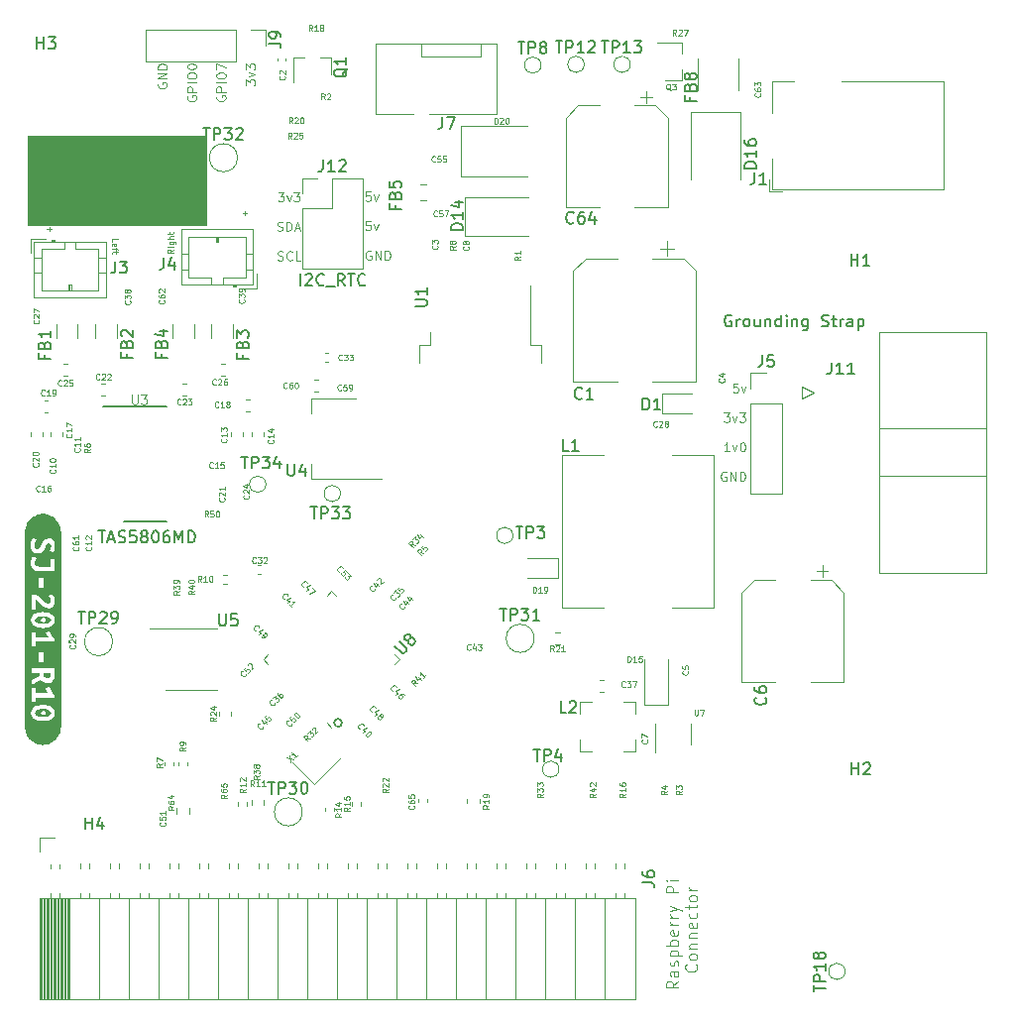
<source format=gbr>
G04 #@! TF.GenerationSoftware,KiCad,Pcbnew,(6.0.7)*
G04 #@! TF.CreationDate,2022-07-29T08:46:11-07:00*
G04 #@! TF.ProjectId,SJ-201-R10,534a2d32-3031-42d5-9231-302e6b696361,rev?*
G04 #@! TF.SameCoordinates,Original*
G04 #@! TF.FileFunction,Legend,Top*
G04 #@! TF.FilePolarity,Positive*
%FSLAX46Y46*%
G04 Gerber Fmt 4.6, Leading zero omitted, Abs format (unit mm)*
G04 Created by KiCad (PCBNEW (6.0.7)) date 2022-07-29 08:46:11*
%MOMM*%
%LPD*%
G01*
G04 APERTURE LIST*
%ADD10C,0.100000*%
%ADD11C,0.050000*%
%ADD12C,0.150000*%
%ADD13C,0.080000*%
%ADD14C,0.120000*%
%ADD15C,0.152400*%
G04 APERTURE END LIST*
D10*
G36*
X16510000Y-17272000D02*
G01*
X1270000Y-17272000D01*
X1270000Y-9652000D01*
X16510000Y-9652000D01*
X16510000Y-17272000D01*
G37*
X16510000Y-17272000D02*
X1270000Y-17272000D01*
X1270000Y-9652000D01*
X16510000Y-9652000D01*
X16510000Y-17272000D01*
D11*
X3263876Y-17617285D02*
X2882923Y-17617285D01*
X3073400Y-17426809D02*
X3073400Y-17807761D01*
D10*
X56797380Y-81850952D02*
X56321190Y-82184285D01*
X56797380Y-82422380D02*
X55797380Y-82422380D01*
X55797380Y-82041428D01*
X55845000Y-81946190D01*
X55892619Y-81898571D01*
X55987857Y-81850952D01*
X56130714Y-81850952D01*
X56225952Y-81898571D01*
X56273571Y-81946190D01*
X56321190Y-82041428D01*
X56321190Y-82422380D01*
X56797380Y-80993809D02*
X56273571Y-80993809D01*
X56178333Y-81041428D01*
X56130714Y-81136666D01*
X56130714Y-81327142D01*
X56178333Y-81422380D01*
X56749761Y-80993809D02*
X56797380Y-81089047D01*
X56797380Y-81327142D01*
X56749761Y-81422380D01*
X56654523Y-81470000D01*
X56559285Y-81470000D01*
X56464047Y-81422380D01*
X56416428Y-81327142D01*
X56416428Y-81089047D01*
X56368809Y-80993809D01*
X56749761Y-80565238D02*
X56797380Y-80470000D01*
X56797380Y-80279523D01*
X56749761Y-80184285D01*
X56654523Y-80136666D01*
X56606904Y-80136666D01*
X56511666Y-80184285D01*
X56464047Y-80279523D01*
X56464047Y-80422380D01*
X56416428Y-80517619D01*
X56321190Y-80565238D01*
X56273571Y-80565238D01*
X56178333Y-80517619D01*
X56130714Y-80422380D01*
X56130714Y-80279523D01*
X56178333Y-80184285D01*
X56130714Y-79708095D02*
X57130714Y-79708095D01*
X56178333Y-79708095D02*
X56130714Y-79612857D01*
X56130714Y-79422380D01*
X56178333Y-79327142D01*
X56225952Y-79279523D01*
X56321190Y-79231904D01*
X56606904Y-79231904D01*
X56702142Y-79279523D01*
X56749761Y-79327142D01*
X56797380Y-79422380D01*
X56797380Y-79612857D01*
X56749761Y-79708095D01*
X56797380Y-78803333D02*
X55797380Y-78803333D01*
X56178333Y-78803333D02*
X56130714Y-78708095D01*
X56130714Y-78517619D01*
X56178333Y-78422380D01*
X56225952Y-78374761D01*
X56321190Y-78327142D01*
X56606904Y-78327142D01*
X56702142Y-78374761D01*
X56749761Y-78422380D01*
X56797380Y-78517619D01*
X56797380Y-78708095D01*
X56749761Y-78803333D01*
X56749761Y-77517619D02*
X56797380Y-77612857D01*
X56797380Y-77803333D01*
X56749761Y-77898571D01*
X56654523Y-77946190D01*
X56273571Y-77946190D01*
X56178333Y-77898571D01*
X56130714Y-77803333D01*
X56130714Y-77612857D01*
X56178333Y-77517619D01*
X56273571Y-77470000D01*
X56368809Y-77470000D01*
X56464047Y-77946190D01*
X56797380Y-77041428D02*
X56130714Y-77041428D01*
X56321190Y-77041428D02*
X56225952Y-76993809D01*
X56178333Y-76946190D01*
X56130714Y-76850952D01*
X56130714Y-76755714D01*
X56797380Y-76422380D02*
X56130714Y-76422380D01*
X56321190Y-76422380D02*
X56225952Y-76374761D01*
X56178333Y-76327142D01*
X56130714Y-76231904D01*
X56130714Y-76136666D01*
X56130714Y-75898571D02*
X56797380Y-75660476D01*
X56130714Y-75422380D02*
X56797380Y-75660476D01*
X57035476Y-75755714D01*
X57083095Y-75803333D01*
X57130714Y-75898571D01*
X56797380Y-74279523D02*
X55797380Y-74279523D01*
X55797380Y-73898571D01*
X55845000Y-73803333D01*
X55892619Y-73755714D01*
X55987857Y-73708095D01*
X56130714Y-73708095D01*
X56225952Y-73755714D01*
X56273571Y-73803333D01*
X56321190Y-73898571D01*
X56321190Y-74279523D01*
X56797380Y-73279523D02*
X56130714Y-73279523D01*
X55797380Y-73279523D02*
X55845000Y-73327142D01*
X55892619Y-73279523D01*
X55845000Y-73231904D01*
X55797380Y-73279523D01*
X55892619Y-73279523D01*
X58312142Y-80422380D02*
X58359761Y-80470000D01*
X58407380Y-80612857D01*
X58407380Y-80708095D01*
X58359761Y-80850952D01*
X58264523Y-80946190D01*
X58169285Y-80993809D01*
X57978809Y-81041428D01*
X57835952Y-81041428D01*
X57645476Y-80993809D01*
X57550238Y-80946190D01*
X57455000Y-80850952D01*
X57407380Y-80708095D01*
X57407380Y-80612857D01*
X57455000Y-80470000D01*
X57502619Y-80422380D01*
X58407380Y-79850952D02*
X58359761Y-79946190D01*
X58312142Y-79993809D01*
X58216904Y-80041428D01*
X57931190Y-80041428D01*
X57835952Y-79993809D01*
X57788333Y-79946190D01*
X57740714Y-79850952D01*
X57740714Y-79708095D01*
X57788333Y-79612857D01*
X57835952Y-79565238D01*
X57931190Y-79517619D01*
X58216904Y-79517619D01*
X58312142Y-79565238D01*
X58359761Y-79612857D01*
X58407380Y-79708095D01*
X58407380Y-79850952D01*
X57740714Y-79089047D02*
X58407380Y-79089047D01*
X57835952Y-79089047D02*
X57788333Y-79041428D01*
X57740714Y-78946190D01*
X57740714Y-78803333D01*
X57788333Y-78708095D01*
X57883571Y-78660476D01*
X58407380Y-78660476D01*
X57740714Y-78184285D02*
X58407380Y-78184285D01*
X57835952Y-78184285D02*
X57788333Y-78136666D01*
X57740714Y-78041428D01*
X57740714Y-77898571D01*
X57788333Y-77803333D01*
X57883571Y-77755714D01*
X58407380Y-77755714D01*
X58359761Y-76898571D02*
X58407380Y-76993809D01*
X58407380Y-77184285D01*
X58359761Y-77279523D01*
X58264523Y-77327142D01*
X57883571Y-77327142D01*
X57788333Y-77279523D01*
X57740714Y-77184285D01*
X57740714Y-76993809D01*
X57788333Y-76898571D01*
X57883571Y-76850952D01*
X57978809Y-76850952D01*
X58074047Y-77327142D01*
X58359761Y-75993809D02*
X58407380Y-76089047D01*
X58407380Y-76279523D01*
X58359761Y-76374761D01*
X58312142Y-76422380D01*
X58216904Y-76470000D01*
X57931190Y-76470000D01*
X57835952Y-76422380D01*
X57788333Y-76374761D01*
X57740714Y-76279523D01*
X57740714Y-76089047D01*
X57788333Y-75993809D01*
X57740714Y-75708095D02*
X57740714Y-75327142D01*
X57407380Y-75565238D02*
X58264523Y-75565238D01*
X58359761Y-75517619D01*
X58407380Y-75422380D01*
X58407380Y-75327142D01*
X58407380Y-74850952D02*
X58359761Y-74946190D01*
X58312142Y-74993809D01*
X58216904Y-75041428D01*
X57931190Y-75041428D01*
X57835952Y-74993809D01*
X57788333Y-74946190D01*
X57740714Y-74850952D01*
X57740714Y-74708095D01*
X57788333Y-74612857D01*
X57835952Y-74565238D01*
X57931190Y-74517619D01*
X58216904Y-74517619D01*
X58312142Y-74565238D01*
X58359761Y-74612857D01*
X58407380Y-74708095D01*
X58407380Y-74850952D01*
X58407380Y-74089047D02*
X57740714Y-74089047D01*
X57931190Y-74089047D02*
X57835952Y-74041428D01*
X57788333Y-73993809D01*
X57740714Y-73898571D01*
X57740714Y-73803333D01*
D11*
X13688190Y-19355523D02*
X13450095Y-19522190D01*
X13688190Y-19641238D02*
X13188190Y-19641238D01*
X13188190Y-19450761D01*
X13212000Y-19403142D01*
X13235809Y-19379333D01*
X13283428Y-19355523D01*
X13354857Y-19355523D01*
X13402476Y-19379333D01*
X13426285Y-19403142D01*
X13450095Y-19450761D01*
X13450095Y-19641238D01*
X13688190Y-19141238D02*
X13354857Y-19141238D01*
X13188190Y-19141238D02*
X13212000Y-19165047D01*
X13235809Y-19141238D01*
X13212000Y-19117428D01*
X13188190Y-19141238D01*
X13235809Y-19141238D01*
X13354857Y-18688857D02*
X13759619Y-18688857D01*
X13807238Y-18712666D01*
X13831047Y-18736476D01*
X13854857Y-18784095D01*
X13854857Y-18855523D01*
X13831047Y-18903142D01*
X13664380Y-18688857D02*
X13688190Y-18736476D01*
X13688190Y-18831714D01*
X13664380Y-18879333D01*
X13640571Y-18903142D01*
X13592952Y-18926952D01*
X13450095Y-18926952D01*
X13402476Y-18903142D01*
X13378666Y-18879333D01*
X13354857Y-18831714D01*
X13354857Y-18736476D01*
X13378666Y-18688857D01*
X13688190Y-18450761D02*
X13188190Y-18450761D01*
X13688190Y-18236476D02*
X13426285Y-18236476D01*
X13378666Y-18260285D01*
X13354857Y-18307904D01*
X13354857Y-18379333D01*
X13378666Y-18426952D01*
X13402476Y-18450761D01*
X13354857Y-18069809D02*
X13354857Y-17879333D01*
X13188190Y-17998380D02*
X13616761Y-17998380D01*
X13664380Y-17974571D01*
X13688190Y-17926952D01*
X13688190Y-17879333D01*
X8409809Y-18704761D02*
X8409809Y-18466666D01*
X8909809Y-18466666D01*
X8433619Y-19061904D02*
X8409809Y-19014285D01*
X8409809Y-18919047D01*
X8433619Y-18871428D01*
X8481238Y-18847619D01*
X8671714Y-18847619D01*
X8719333Y-18871428D01*
X8743142Y-18919047D01*
X8743142Y-19014285D01*
X8719333Y-19061904D01*
X8671714Y-19085714D01*
X8624095Y-19085714D01*
X8576476Y-18847619D01*
X8743142Y-19228571D02*
X8743142Y-19419047D01*
X8409809Y-19300000D02*
X8838380Y-19300000D01*
X8886000Y-19323809D01*
X8909809Y-19371428D01*
X8909809Y-19419047D01*
X8743142Y-19514285D02*
X8743142Y-19704761D01*
X8909809Y-19585714D02*
X8481238Y-19585714D01*
X8433619Y-19609523D01*
X8409809Y-19657142D01*
X8409809Y-19704761D01*
X19796914Y-16471876D02*
X19796914Y-16090923D01*
X19987390Y-16281400D02*
X19606438Y-16281400D01*
D10*
X12378000Y-5149857D02*
X12340857Y-5224142D01*
X12340857Y-5335571D01*
X12378000Y-5447000D01*
X12452285Y-5521285D01*
X12526571Y-5558428D01*
X12675142Y-5595571D01*
X12786571Y-5595571D01*
X12935142Y-5558428D01*
X13009428Y-5521285D01*
X13083714Y-5447000D01*
X13120857Y-5335571D01*
X13120857Y-5261285D01*
X13083714Y-5149857D01*
X13046571Y-5112714D01*
X12786571Y-5112714D01*
X12786571Y-5261285D01*
X13120857Y-4778428D02*
X12340857Y-4778428D01*
X13120857Y-4332714D01*
X12340857Y-4332714D01*
X13120857Y-3961285D02*
X12340857Y-3961285D01*
X12340857Y-3775571D01*
X12378000Y-3664142D01*
X12452285Y-3589857D01*
X12526571Y-3552714D01*
X12675142Y-3515571D01*
X12786571Y-3515571D01*
X12935142Y-3552714D01*
X13009428Y-3589857D01*
X13083714Y-3664142D01*
X13120857Y-3775571D01*
X13120857Y-3961285D01*
X14889600Y-6264142D02*
X14852457Y-6338428D01*
X14852457Y-6449857D01*
X14889600Y-6561285D01*
X14963885Y-6635571D01*
X15038171Y-6672714D01*
X15186742Y-6709857D01*
X15298171Y-6709857D01*
X15446742Y-6672714D01*
X15521028Y-6635571D01*
X15595314Y-6561285D01*
X15632457Y-6449857D01*
X15632457Y-6375571D01*
X15595314Y-6264142D01*
X15558171Y-6227000D01*
X15298171Y-6227000D01*
X15298171Y-6375571D01*
X15632457Y-5892714D02*
X14852457Y-5892714D01*
X14852457Y-5595571D01*
X14889600Y-5521285D01*
X14926742Y-5484142D01*
X15001028Y-5447000D01*
X15112457Y-5447000D01*
X15186742Y-5484142D01*
X15223885Y-5521285D01*
X15261028Y-5595571D01*
X15261028Y-5892714D01*
X15632457Y-5112714D02*
X14852457Y-5112714D01*
X14852457Y-4592714D02*
X14852457Y-4444142D01*
X14889600Y-4369857D01*
X14963885Y-4295571D01*
X15112457Y-4258428D01*
X15372457Y-4258428D01*
X15521028Y-4295571D01*
X15595314Y-4369857D01*
X15632457Y-4444142D01*
X15632457Y-4592714D01*
X15595314Y-4667000D01*
X15521028Y-4741285D01*
X15372457Y-4778428D01*
X15112457Y-4778428D01*
X14963885Y-4741285D01*
X14889600Y-4667000D01*
X14852457Y-4592714D01*
X14852457Y-3775571D02*
X14852457Y-3701285D01*
X14889600Y-3627000D01*
X14926742Y-3589857D01*
X15001028Y-3552714D01*
X15149600Y-3515571D01*
X15335314Y-3515571D01*
X15483885Y-3552714D01*
X15558171Y-3589857D01*
X15595314Y-3627000D01*
X15632457Y-3701285D01*
X15632457Y-3775571D01*
X15595314Y-3849857D01*
X15558171Y-3887000D01*
X15483885Y-3924142D01*
X15335314Y-3961285D01*
X15149600Y-3961285D01*
X15001028Y-3924142D01*
X14926742Y-3887000D01*
X14889600Y-3849857D01*
X14852457Y-3775571D01*
X17401200Y-6264142D02*
X17364057Y-6338428D01*
X17364057Y-6449857D01*
X17401200Y-6561285D01*
X17475485Y-6635571D01*
X17549771Y-6672714D01*
X17698342Y-6709857D01*
X17809771Y-6709857D01*
X17958342Y-6672714D01*
X18032628Y-6635571D01*
X18106914Y-6561285D01*
X18144057Y-6449857D01*
X18144057Y-6375571D01*
X18106914Y-6264142D01*
X18069771Y-6227000D01*
X17809771Y-6227000D01*
X17809771Y-6375571D01*
X18144057Y-5892714D02*
X17364057Y-5892714D01*
X17364057Y-5595571D01*
X17401200Y-5521285D01*
X17438342Y-5484142D01*
X17512628Y-5447000D01*
X17624057Y-5447000D01*
X17698342Y-5484142D01*
X17735485Y-5521285D01*
X17772628Y-5595571D01*
X17772628Y-5892714D01*
X18144057Y-5112714D02*
X17364057Y-5112714D01*
X17364057Y-4592714D02*
X17364057Y-4444142D01*
X17401200Y-4369857D01*
X17475485Y-4295571D01*
X17624057Y-4258428D01*
X17884057Y-4258428D01*
X18032628Y-4295571D01*
X18106914Y-4369857D01*
X18144057Y-4444142D01*
X18144057Y-4592714D01*
X18106914Y-4667000D01*
X18032628Y-4741285D01*
X17884057Y-4778428D01*
X17624057Y-4778428D01*
X17475485Y-4741285D01*
X17401200Y-4667000D01*
X17364057Y-4592714D01*
X17364057Y-3998428D02*
X17364057Y-3478428D01*
X18144057Y-3812714D01*
X19875657Y-5335571D02*
X19875657Y-4852714D01*
X20172800Y-5112714D01*
X20172800Y-5001285D01*
X20209942Y-4927000D01*
X20247085Y-4889857D01*
X20321371Y-4852714D01*
X20507085Y-4852714D01*
X20581371Y-4889857D01*
X20618514Y-4927000D01*
X20655657Y-5001285D01*
X20655657Y-5224142D01*
X20618514Y-5298428D01*
X20581371Y-5335571D01*
X20135657Y-4592714D02*
X20655657Y-4407000D01*
X20135657Y-4221285D01*
X19875657Y-3998428D02*
X19875657Y-3515571D01*
X20172800Y-3775571D01*
X20172800Y-3664142D01*
X20209942Y-3589857D01*
X20247085Y-3552714D01*
X20321371Y-3515571D01*
X20507085Y-3515571D01*
X20581371Y-3552714D01*
X20618514Y-3589857D01*
X20655657Y-3664142D01*
X20655657Y-3887000D01*
X20618514Y-3961285D01*
X20581371Y-3998428D01*
X61893000Y-30806657D02*
X61521571Y-30806657D01*
X61484428Y-31178085D01*
X61521571Y-31140942D01*
X61595857Y-31103800D01*
X61781571Y-31103800D01*
X61855857Y-31140942D01*
X61893000Y-31178085D01*
X61930142Y-31252371D01*
X61930142Y-31438085D01*
X61893000Y-31512371D01*
X61855857Y-31549514D01*
X61781571Y-31586657D01*
X61595857Y-31586657D01*
X61521571Y-31549514D01*
X61484428Y-31512371D01*
X62190142Y-31066657D02*
X62375857Y-31586657D01*
X62561571Y-31066657D01*
X60704428Y-33318257D02*
X61187285Y-33318257D01*
X60927285Y-33615400D01*
X61038714Y-33615400D01*
X61113000Y-33652542D01*
X61150142Y-33689685D01*
X61187285Y-33763971D01*
X61187285Y-33949685D01*
X61150142Y-34023971D01*
X61113000Y-34061114D01*
X61038714Y-34098257D01*
X60815857Y-34098257D01*
X60741571Y-34061114D01*
X60704428Y-34023971D01*
X61447285Y-33578257D02*
X61633000Y-34098257D01*
X61818714Y-33578257D01*
X62041571Y-33318257D02*
X62524428Y-33318257D01*
X62264428Y-33615400D01*
X62375857Y-33615400D01*
X62450142Y-33652542D01*
X62487285Y-33689685D01*
X62524428Y-33763971D01*
X62524428Y-33949685D01*
X62487285Y-34023971D01*
X62450142Y-34061114D01*
X62375857Y-34098257D01*
X62153000Y-34098257D01*
X62078714Y-34061114D01*
X62041571Y-34023971D01*
X61187285Y-36609857D02*
X60741571Y-36609857D01*
X60964428Y-36609857D02*
X60964428Y-35829857D01*
X60890142Y-35941285D01*
X60815857Y-36015571D01*
X60741571Y-36052714D01*
X61447285Y-36089857D02*
X61633000Y-36609857D01*
X61818714Y-36089857D01*
X62264428Y-35829857D02*
X62338714Y-35829857D01*
X62413000Y-35867000D01*
X62450142Y-35904142D01*
X62487285Y-35978428D01*
X62524428Y-36127000D01*
X62524428Y-36312714D01*
X62487285Y-36461285D01*
X62450142Y-36535571D01*
X62413000Y-36572714D01*
X62338714Y-36609857D01*
X62264428Y-36609857D01*
X62190142Y-36572714D01*
X62153000Y-36535571D01*
X62115857Y-36461285D01*
X62078714Y-36312714D01*
X62078714Y-36127000D01*
X62115857Y-35978428D01*
X62153000Y-35904142D01*
X62190142Y-35867000D01*
X62264428Y-35829857D01*
X60890142Y-38378600D02*
X60815857Y-38341457D01*
X60704428Y-38341457D01*
X60593000Y-38378600D01*
X60518714Y-38452885D01*
X60481571Y-38527171D01*
X60444428Y-38675742D01*
X60444428Y-38787171D01*
X60481571Y-38935742D01*
X60518714Y-39010028D01*
X60593000Y-39084314D01*
X60704428Y-39121457D01*
X60778714Y-39121457D01*
X60890142Y-39084314D01*
X60927285Y-39047171D01*
X60927285Y-38787171D01*
X60778714Y-38787171D01*
X61261571Y-39121457D02*
X61261571Y-38341457D01*
X61707285Y-39121457D01*
X61707285Y-38341457D01*
X62078714Y-39121457D02*
X62078714Y-38341457D01*
X62264428Y-38341457D01*
X62375857Y-38378600D01*
X62450142Y-38452885D01*
X62487285Y-38527171D01*
X62524428Y-38675742D01*
X62524428Y-38787171D01*
X62487285Y-38935742D01*
X62450142Y-39010028D01*
X62375857Y-39084314D01*
X62264428Y-39121457D01*
X62078714Y-39121457D01*
X22629828Y-14485657D02*
X23112685Y-14485657D01*
X22852685Y-14782800D01*
X22964114Y-14782800D01*
X23038400Y-14819942D01*
X23075542Y-14857085D01*
X23112685Y-14931371D01*
X23112685Y-15117085D01*
X23075542Y-15191371D01*
X23038400Y-15228514D01*
X22964114Y-15265657D01*
X22741257Y-15265657D01*
X22666971Y-15228514D01*
X22629828Y-15191371D01*
X23372685Y-14745657D02*
X23558400Y-15265657D01*
X23744114Y-14745657D01*
X23966971Y-14485657D02*
X24449828Y-14485657D01*
X24189828Y-14782800D01*
X24301257Y-14782800D01*
X24375542Y-14819942D01*
X24412685Y-14857085D01*
X24449828Y-14931371D01*
X24449828Y-15117085D01*
X24412685Y-15191371D01*
X24375542Y-15228514D01*
X24301257Y-15265657D01*
X24078400Y-15265657D01*
X24004114Y-15228514D01*
X23966971Y-15191371D01*
X22555542Y-17740114D02*
X22666971Y-17777257D01*
X22852685Y-17777257D01*
X22926971Y-17740114D01*
X22964114Y-17702971D01*
X23001257Y-17628685D01*
X23001257Y-17554400D01*
X22964114Y-17480114D01*
X22926971Y-17442971D01*
X22852685Y-17405828D01*
X22704114Y-17368685D01*
X22629828Y-17331542D01*
X22592685Y-17294400D01*
X22555542Y-17220114D01*
X22555542Y-17145828D01*
X22592685Y-17071542D01*
X22629828Y-17034400D01*
X22704114Y-16997257D01*
X22889828Y-16997257D01*
X23001257Y-17034400D01*
X23335542Y-17777257D02*
X23335542Y-16997257D01*
X23521257Y-16997257D01*
X23632685Y-17034400D01*
X23706971Y-17108685D01*
X23744114Y-17182971D01*
X23781257Y-17331542D01*
X23781257Y-17442971D01*
X23744114Y-17591542D01*
X23706971Y-17665828D01*
X23632685Y-17740114D01*
X23521257Y-17777257D01*
X23335542Y-17777257D01*
X24078400Y-17554400D02*
X24449828Y-17554400D01*
X24004114Y-17777257D02*
X24264114Y-16997257D01*
X24524114Y-17777257D01*
X22592685Y-20251714D02*
X22704114Y-20288857D01*
X22889828Y-20288857D01*
X22964114Y-20251714D01*
X23001257Y-20214571D01*
X23038400Y-20140285D01*
X23038400Y-20066000D01*
X23001257Y-19991714D01*
X22964114Y-19954571D01*
X22889828Y-19917428D01*
X22741257Y-19880285D01*
X22666971Y-19843142D01*
X22629828Y-19806000D01*
X22592685Y-19731714D01*
X22592685Y-19657428D01*
X22629828Y-19583142D01*
X22666971Y-19546000D01*
X22741257Y-19508857D01*
X22926971Y-19508857D01*
X23038400Y-19546000D01*
X23818400Y-20214571D02*
X23781257Y-20251714D01*
X23669828Y-20288857D01*
X23595542Y-20288857D01*
X23484114Y-20251714D01*
X23409828Y-20177428D01*
X23372685Y-20103142D01*
X23335542Y-19954571D01*
X23335542Y-19843142D01*
X23372685Y-19694571D01*
X23409828Y-19620285D01*
X23484114Y-19546000D01*
X23595542Y-19508857D01*
X23669828Y-19508857D01*
X23781257Y-19546000D01*
X23818400Y-19583142D01*
X24524114Y-20288857D02*
X24152685Y-20288857D01*
X24152685Y-19508857D01*
X30517942Y-14434857D02*
X30146514Y-14434857D01*
X30109371Y-14806285D01*
X30146514Y-14769142D01*
X30220800Y-14732000D01*
X30406514Y-14732000D01*
X30480800Y-14769142D01*
X30517942Y-14806285D01*
X30555085Y-14880571D01*
X30555085Y-15066285D01*
X30517942Y-15140571D01*
X30480800Y-15177714D01*
X30406514Y-15214857D01*
X30220800Y-15214857D01*
X30146514Y-15177714D01*
X30109371Y-15140571D01*
X30815085Y-14694857D02*
X31000800Y-15214857D01*
X31186514Y-14694857D01*
X30517942Y-16946457D02*
X30146514Y-16946457D01*
X30109371Y-17317885D01*
X30146514Y-17280742D01*
X30220800Y-17243600D01*
X30406514Y-17243600D01*
X30480800Y-17280742D01*
X30517942Y-17317885D01*
X30555085Y-17392171D01*
X30555085Y-17577885D01*
X30517942Y-17652171D01*
X30480800Y-17689314D01*
X30406514Y-17726457D01*
X30220800Y-17726457D01*
X30146514Y-17689314D01*
X30109371Y-17652171D01*
X30815085Y-17206457D02*
X31000800Y-17726457D01*
X31186514Y-17206457D01*
X30555085Y-19495200D02*
X30480800Y-19458057D01*
X30369371Y-19458057D01*
X30257942Y-19495200D01*
X30183657Y-19569485D01*
X30146514Y-19643771D01*
X30109371Y-19792342D01*
X30109371Y-19903771D01*
X30146514Y-20052342D01*
X30183657Y-20126628D01*
X30257942Y-20200914D01*
X30369371Y-20238057D01*
X30443657Y-20238057D01*
X30555085Y-20200914D01*
X30592228Y-20163771D01*
X30592228Y-19903771D01*
X30443657Y-19903771D01*
X30926514Y-20238057D02*
X30926514Y-19458057D01*
X31372228Y-20238057D01*
X31372228Y-19458057D01*
X31743657Y-20238057D02*
X31743657Y-19458057D01*
X31929371Y-19458057D01*
X32040800Y-19495200D01*
X32115085Y-19569485D01*
X32152228Y-19643771D01*
X32189371Y-19792342D01*
X32189371Y-19903771D01*
X32152228Y-20052342D01*
X32115085Y-20126628D01*
X32040800Y-20200914D01*
X31929371Y-20238057D01*
X31743657Y-20238057D01*
D12*
G04 #@! TO.C,J7*
X36666666Y-8052380D02*
X36666666Y-8766666D01*
X36619047Y-8909523D01*
X36523809Y-9004761D01*
X36380952Y-9052380D01*
X36285714Y-9052380D01*
X37047619Y-8052380D02*
X37714285Y-8052380D01*
X37285714Y-9052380D01*
D11*
G04 #@! TO.C,R16*
X52296190Y-65853428D02*
X52058095Y-66020095D01*
X52296190Y-66139142D02*
X51796190Y-66139142D01*
X51796190Y-65948666D01*
X51820000Y-65901047D01*
X51843809Y-65877238D01*
X51891428Y-65853428D01*
X51962857Y-65853428D01*
X52010476Y-65877238D01*
X52034285Y-65901047D01*
X52058095Y-65948666D01*
X52058095Y-66139142D01*
X52296190Y-65377238D02*
X52296190Y-65662952D01*
X52296190Y-65520095D02*
X51796190Y-65520095D01*
X51867619Y-65567714D01*
X51915238Y-65615333D01*
X51939047Y-65662952D01*
X51796190Y-64948666D02*
X51796190Y-65043904D01*
X51820000Y-65091523D01*
X51843809Y-65115333D01*
X51915238Y-65162952D01*
X52010476Y-65186761D01*
X52200952Y-65186761D01*
X52248571Y-65162952D01*
X52272380Y-65139142D01*
X52296190Y-65091523D01*
X52296190Y-64996285D01*
X52272380Y-64948666D01*
X52248571Y-64924857D01*
X52200952Y-64901047D01*
X52081904Y-64901047D01*
X52034285Y-64924857D01*
X52010476Y-64948666D01*
X51986666Y-64996285D01*
X51986666Y-65091523D01*
X52010476Y-65139142D01*
X52034285Y-65162952D01*
X52081904Y-65186761D01*
G04 #@! TO.C,R33*
X45247690Y-65853428D02*
X45009595Y-66020095D01*
X45247690Y-66139142D02*
X44747690Y-66139142D01*
X44747690Y-65948666D01*
X44771500Y-65901047D01*
X44795309Y-65877238D01*
X44842928Y-65853428D01*
X44914357Y-65853428D01*
X44961976Y-65877238D01*
X44985785Y-65901047D01*
X45009595Y-65948666D01*
X45009595Y-66139142D01*
X44747690Y-65686761D02*
X44747690Y-65377238D01*
X44938166Y-65543904D01*
X44938166Y-65472476D01*
X44961976Y-65424857D01*
X44985785Y-65401047D01*
X45033404Y-65377238D01*
X45152452Y-65377238D01*
X45200071Y-65401047D01*
X45223880Y-65424857D01*
X45247690Y-65472476D01*
X45247690Y-65615333D01*
X45223880Y-65662952D01*
X45200071Y-65686761D01*
X44747690Y-65210571D02*
X44747690Y-64901047D01*
X44938166Y-65067714D01*
X44938166Y-64996285D01*
X44961976Y-64948666D01*
X44985785Y-64924857D01*
X45033404Y-64901047D01*
X45152452Y-64901047D01*
X45200071Y-64924857D01*
X45223880Y-64948666D01*
X45247690Y-64996285D01*
X45247690Y-65139142D01*
X45223880Y-65186761D01*
X45200071Y-65210571D01*
G04 #@! TO.C,R20*
X23844851Y-8588190D02*
X23678184Y-8350095D01*
X23559137Y-8588190D02*
X23559137Y-8088190D01*
X23749613Y-8088190D01*
X23797232Y-8112000D01*
X23821041Y-8135809D01*
X23844851Y-8183428D01*
X23844851Y-8254857D01*
X23821041Y-8302476D01*
X23797232Y-8326285D01*
X23749613Y-8350095D01*
X23559137Y-8350095D01*
X24035327Y-8135809D02*
X24059137Y-8112000D01*
X24106756Y-8088190D01*
X24225803Y-8088190D01*
X24273422Y-8112000D01*
X24297232Y-8135809D01*
X24321041Y-8183428D01*
X24321041Y-8231047D01*
X24297232Y-8302476D01*
X24011518Y-8588190D01*
X24321041Y-8588190D01*
X24630565Y-8088190D02*
X24678184Y-8088190D01*
X24725803Y-8112000D01*
X24749613Y-8135809D01*
X24773422Y-8183428D01*
X24797232Y-8278666D01*
X24797232Y-8397714D01*
X24773422Y-8492952D01*
X24749613Y-8540571D01*
X24725803Y-8564380D01*
X24678184Y-8588190D01*
X24630565Y-8588190D01*
X24582946Y-8564380D01*
X24559137Y-8540571D01*
X24535327Y-8492952D01*
X24511518Y-8397714D01*
X24511518Y-8278666D01*
X24535327Y-8183428D01*
X24559137Y-8135809D01*
X24582946Y-8112000D01*
X24630565Y-8088190D01*
D12*
G04 #@! TO.C,TP4*
X44438095Y-62052380D02*
X45009523Y-62052380D01*
X44723809Y-63052380D02*
X44723809Y-62052380D01*
X45342857Y-63052380D02*
X45342857Y-62052380D01*
X45723809Y-62052380D01*
X45819047Y-62100000D01*
X45866666Y-62147619D01*
X45914285Y-62242857D01*
X45914285Y-62385714D01*
X45866666Y-62480952D01*
X45819047Y-62528571D01*
X45723809Y-62576190D01*
X45342857Y-62576190D01*
X46771428Y-62385714D02*
X46771428Y-63052380D01*
X46533333Y-62004761D02*
X46295238Y-62719047D01*
X46914285Y-62719047D01*
D11*
G04 #@! TO.C,R25*
X23783171Y-9878190D02*
X23616504Y-9640095D01*
X23497457Y-9878190D02*
X23497457Y-9378190D01*
X23687933Y-9378190D01*
X23735552Y-9402000D01*
X23759361Y-9425809D01*
X23783171Y-9473428D01*
X23783171Y-9544857D01*
X23759361Y-9592476D01*
X23735552Y-9616285D01*
X23687933Y-9640095D01*
X23497457Y-9640095D01*
X23973647Y-9425809D02*
X23997457Y-9402000D01*
X24045076Y-9378190D01*
X24164123Y-9378190D01*
X24211742Y-9402000D01*
X24235552Y-9425809D01*
X24259361Y-9473428D01*
X24259361Y-9521047D01*
X24235552Y-9592476D01*
X23949838Y-9878190D01*
X24259361Y-9878190D01*
X24711742Y-9378190D02*
X24473647Y-9378190D01*
X24449838Y-9616285D01*
X24473647Y-9592476D01*
X24521266Y-9568666D01*
X24640314Y-9568666D01*
X24687933Y-9592476D01*
X24711742Y-9616285D01*
X24735552Y-9663904D01*
X24735552Y-9782952D01*
X24711742Y-9830571D01*
X24687933Y-9854380D01*
X24640314Y-9878190D01*
X24521266Y-9878190D01*
X24473647Y-9854380D01*
X24449838Y-9830571D01*
G04 #@! TO.C,Q3*
X56162580Y-5760209D02*
X56114961Y-5736400D01*
X56067342Y-5688780D01*
X55995914Y-5617352D01*
X55948295Y-5593542D01*
X55900676Y-5593542D01*
X55924485Y-5712590D02*
X55876866Y-5688780D01*
X55829247Y-5641161D01*
X55805438Y-5545923D01*
X55805438Y-5379257D01*
X55829247Y-5284019D01*
X55876866Y-5236400D01*
X55924485Y-5212590D01*
X56019723Y-5212590D01*
X56067342Y-5236400D01*
X56114961Y-5284019D01*
X56138771Y-5379257D01*
X56138771Y-5545923D01*
X56114961Y-5641161D01*
X56067342Y-5688780D01*
X56019723Y-5712590D01*
X55924485Y-5712590D01*
X56305438Y-5212590D02*
X56614961Y-5212590D01*
X56448295Y-5403066D01*
X56519723Y-5403066D01*
X56567342Y-5426876D01*
X56591152Y-5450685D01*
X56614961Y-5498304D01*
X56614961Y-5617352D01*
X56591152Y-5664971D01*
X56567342Y-5688780D01*
X56519723Y-5712590D01*
X56376866Y-5712590D01*
X56329247Y-5688780D01*
X56305438Y-5664971D01*
G04 #@! TO.C,R22*
X32026990Y-65447028D02*
X31788895Y-65613695D01*
X32026990Y-65732742D02*
X31526990Y-65732742D01*
X31526990Y-65542266D01*
X31550800Y-65494647D01*
X31574609Y-65470838D01*
X31622228Y-65447028D01*
X31693657Y-65447028D01*
X31741276Y-65470838D01*
X31765085Y-65494647D01*
X31788895Y-65542266D01*
X31788895Y-65732742D01*
X31574609Y-65256552D02*
X31550800Y-65232742D01*
X31526990Y-65185123D01*
X31526990Y-65066076D01*
X31550800Y-65018457D01*
X31574609Y-64994647D01*
X31622228Y-64970838D01*
X31669847Y-64970838D01*
X31741276Y-64994647D01*
X32026990Y-65280361D01*
X32026990Y-64970838D01*
X31574609Y-64780361D02*
X31550800Y-64756552D01*
X31526990Y-64708933D01*
X31526990Y-64589885D01*
X31550800Y-64542266D01*
X31574609Y-64518457D01*
X31622228Y-64494647D01*
X31669847Y-64494647D01*
X31741276Y-64518457D01*
X32026990Y-64804171D01*
X32026990Y-64494647D01*
D12*
G04 #@! TO.C,L1*
X47433333Y-36552380D02*
X46957142Y-36552380D01*
X46957142Y-35552380D01*
X48290476Y-36552380D02*
X47719047Y-36552380D01*
X48004761Y-36552380D02*
X48004761Y-35552380D01*
X47909523Y-35695238D01*
X47814285Y-35790476D01*
X47719047Y-35838095D01*
D11*
G04 #@! TO.C,R42*
X49756190Y-65853428D02*
X49518095Y-66020095D01*
X49756190Y-66139142D02*
X49256190Y-66139142D01*
X49256190Y-65948666D01*
X49280000Y-65901047D01*
X49303809Y-65877238D01*
X49351428Y-65853428D01*
X49422857Y-65853428D01*
X49470476Y-65877238D01*
X49494285Y-65901047D01*
X49518095Y-65948666D01*
X49518095Y-66139142D01*
X49422857Y-65424857D02*
X49756190Y-65424857D01*
X49232380Y-65543904D02*
X49589523Y-65662952D01*
X49589523Y-65353428D01*
X49303809Y-65186761D02*
X49280000Y-65162952D01*
X49256190Y-65115333D01*
X49256190Y-64996285D01*
X49280000Y-64948666D01*
X49303809Y-64924857D01*
X49351428Y-64901047D01*
X49399047Y-64901047D01*
X49470476Y-64924857D01*
X49756190Y-65210571D01*
X49756190Y-64901047D01*
D12*
G04 #@! TO.C,J5*
X63979466Y-28374380D02*
X63979466Y-29088666D01*
X63931847Y-29231523D01*
X63836609Y-29326761D01*
X63693752Y-29374380D01*
X63598514Y-29374380D01*
X64931847Y-28374380D02*
X64455657Y-28374380D01*
X64408038Y-28850571D01*
X64455657Y-28802952D01*
X64550895Y-28755333D01*
X64788990Y-28755333D01*
X64884228Y-28802952D01*
X64931847Y-28850571D01*
X64979466Y-28945809D01*
X64979466Y-29183904D01*
X64931847Y-29279142D01*
X64884228Y-29326761D01*
X64788990Y-29374380D01*
X64550895Y-29374380D01*
X64455657Y-29326761D01*
X64408038Y-29279142D01*
G04 #@! TO.C,J1*
X63321306Y-12793540D02*
X63321306Y-13507826D01*
X63273687Y-13650683D01*
X63178449Y-13745921D01*
X63035592Y-13793540D01*
X62940354Y-13793540D01*
X64321306Y-13793540D02*
X63749878Y-13793540D01*
X64035592Y-13793540D02*
X64035592Y-12793540D01*
X63940354Y-12936398D01*
X63845116Y-13031636D01*
X63749878Y-13079255D01*
G04 #@! TO.C,J3*
X8709066Y-20381980D02*
X8709066Y-21096266D01*
X8661447Y-21239123D01*
X8566209Y-21334361D01*
X8423352Y-21381980D01*
X8328114Y-21381980D01*
X9090019Y-20381980D02*
X9709066Y-20381980D01*
X9375733Y-20762933D01*
X9518590Y-20762933D01*
X9613828Y-20810552D01*
X9661447Y-20858171D01*
X9709066Y-20953409D01*
X9709066Y-21191504D01*
X9661447Y-21286742D01*
X9613828Y-21334361D01*
X9518590Y-21381980D01*
X9232876Y-21381980D01*
X9137638Y-21334361D01*
X9090019Y-21286742D01*
G04 #@! TO.C,J4*
X12849266Y-20051780D02*
X12849266Y-20766066D01*
X12801647Y-20908923D01*
X12706409Y-21004161D01*
X12563552Y-21051780D01*
X12468314Y-21051780D01*
X13754028Y-20385114D02*
X13754028Y-21051780D01*
X13515933Y-20004161D02*
X13277838Y-20718447D01*
X13896885Y-20718447D01*
D11*
G04 #@! TO.C,R38*
X21028790Y-64304028D02*
X20790695Y-64470695D01*
X21028790Y-64589742D02*
X20528790Y-64589742D01*
X20528790Y-64399266D01*
X20552600Y-64351647D01*
X20576409Y-64327838D01*
X20624028Y-64304028D01*
X20695457Y-64304028D01*
X20743076Y-64327838D01*
X20766885Y-64351647D01*
X20790695Y-64399266D01*
X20790695Y-64589742D01*
X20528790Y-64137361D02*
X20528790Y-63827838D01*
X20719266Y-63994504D01*
X20719266Y-63923076D01*
X20743076Y-63875457D01*
X20766885Y-63851647D01*
X20814504Y-63827838D01*
X20933552Y-63827838D01*
X20981171Y-63851647D01*
X21004980Y-63875457D01*
X21028790Y-63923076D01*
X21028790Y-64065933D01*
X21004980Y-64113552D01*
X20981171Y-64137361D01*
X20743076Y-63542123D02*
X20719266Y-63589742D01*
X20695457Y-63613552D01*
X20647838Y-63637361D01*
X20624028Y-63637361D01*
X20576409Y-63613552D01*
X20552600Y-63589742D01*
X20528790Y-63542123D01*
X20528790Y-63446885D01*
X20552600Y-63399266D01*
X20576409Y-63375457D01*
X20624028Y-63351647D01*
X20647838Y-63351647D01*
X20695457Y-63375457D01*
X20719266Y-63399266D01*
X20743076Y-63446885D01*
X20743076Y-63542123D01*
X20766885Y-63589742D01*
X20790695Y-63613552D01*
X20838314Y-63637361D01*
X20933552Y-63637361D01*
X20981171Y-63613552D01*
X21004980Y-63589742D01*
X21028790Y-63542123D01*
X21028790Y-63446885D01*
X21004980Y-63399266D01*
X20981171Y-63375457D01*
X20933552Y-63351647D01*
X20838314Y-63351647D01*
X20790695Y-63375457D01*
X20766885Y-63399266D01*
X20743076Y-63446885D01*
D12*
G04 #@! TO.C,L2*
X47233333Y-58952380D02*
X46757142Y-58952380D01*
X46757142Y-57952380D01*
X47519047Y-58047619D02*
X47566666Y-58000000D01*
X47661904Y-57952380D01*
X47900000Y-57952380D01*
X47995238Y-58000000D01*
X48042857Y-58047619D01*
X48090476Y-58142857D01*
X48090476Y-58238095D01*
X48042857Y-58380952D01*
X47471428Y-58952380D01*
X48090476Y-58952380D01*
G04 #@! TO.C,Q1*
X28538419Y-3905238D02*
X28490800Y-4000476D01*
X28395561Y-4095714D01*
X28252704Y-4238571D01*
X28205085Y-4333809D01*
X28205085Y-4429047D01*
X28443180Y-4381428D02*
X28395561Y-4476666D01*
X28300323Y-4571904D01*
X28109847Y-4619523D01*
X27776514Y-4619523D01*
X27586038Y-4571904D01*
X27490800Y-4476666D01*
X27443180Y-4381428D01*
X27443180Y-4190952D01*
X27490800Y-4095714D01*
X27586038Y-4000476D01*
X27776514Y-3952857D01*
X28109847Y-3952857D01*
X28300323Y-4000476D01*
X28395561Y-4095714D01*
X28443180Y-4190952D01*
X28443180Y-4381428D01*
X28443180Y-3000476D02*
X28443180Y-3571904D01*
X28443180Y-3286190D02*
X27443180Y-3286190D01*
X27586038Y-3381428D01*
X27681276Y-3476666D01*
X27728895Y-3571904D01*
D11*
G04 #@! TO.C,R2*
X26606666Y-6538190D02*
X26440000Y-6300095D01*
X26320952Y-6538190D02*
X26320952Y-6038190D01*
X26511428Y-6038190D01*
X26559047Y-6062000D01*
X26582857Y-6085809D01*
X26606666Y-6133428D01*
X26606666Y-6204857D01*
X26582857Y-6252476D01*
X26559047Y-6276285D01*
X26511428Y-6300095D01*
X26320952Y-6300095D01*
X26797142Y-6085809D02*
X26820952Y-6062000D01*
X26868571Y-6038190D01*
X26987619Y-6038190D01*
X27035238Y-6062000D01*
X27059047Y-6085809D01*
X27082857Y-6133428D01*
X27082857Y-6181047D01*
X27059047Y-6252476D01*
X26773333Y-6538190D01*
X27082857Y-6538190D01*
G04 #@! TO.C,R18*
X25535771Y-683390D02*
X25369104Y-445295D01*
X25250057Y-683390D02*
X25250057Y-183390D01*
X25440533Y-183390D01*
X25488152Y-207200D01*
X25511961Y-231009D01*
X25535771Y-278628D01*
X25535771Y-350057D01*
X25511961Y-397676D01*
X25488152Y-421485D01*
X25440533Y-445295D01*
X25250057Y-445295D01*
X26011961Y-683390D02*
X25726247Y-683390D01*
X25869104Y-683390D02*
X25869104Y-183390D01*
X25821485Y-254819D01*
X25773866Y-302438D01*
X25726247Y-326247D01*
X26297676Y-397676D02*
X26250057Y-373866D01*
X26226247Y-350057D01*
X26202438Y-302438D01*
X26202438Y-278628D01*
X26226247Y-231009D01*
X26250057Y-207200D01*
X26297676Y-183390D01*
X26392914Y-183390D01*
X26440533Y-207200D01*
X26464342Y-231009D01*
X26488152Y-278628D01*
X26488152Y-302438D01*
X26464342Y-350057D01*
X26440533Y-373866D01*
X26392914Y-397676D01*
X26297676Y-397676D01*
X26250057Y-421485D01*
X26226247Y-445295D01*
X26202438Y-492914D01*
X26202438Y-588152D01*
X26226247Y-635771D01*
X26250057Y-659580D01*
X26297676Y-683390D01*
X26392914Y-683390D01*
X26440533Y-659580D01*
X26464342Y-635771D01*
X26488152Y-588152D01*
X26488152Y-492914D01*
X26464342Y-445295D01*
X26440533Y-421485D01*
X26392914Y-397676D01*
G04 #@! TO.C,R32*
X25358056Y-61144025D02*
X25071846Y-61093517D01*
X25156025Y-61346055D02*
X24802472Y-60992502D01*
X24937159Y-60857815D01*
X24987667Y-60840979D01*
X25021338Y-60840979D01*
X25071846Y-60857815D01*
X25122354Y-60908322D01*
X25139190Y-60958830D01*
X25139190Y-60992502D01*
X25122354Y-61043009D01*
X24987667Y-61177696D01*
X25122354Y-60672620D02*
X25341220Y-60453754D01*
X25358056Y-60706292D01*
X25408564Y-60655784D01*
X25459071Y-60638948D01*
X25492743Y-60638948D01*
X25543251Y-60655784D01*
X25627430Y-60739964D01*
X25644266Y-60790471D01*
X25644266Y-60824143D01*
X25627430Y-60874651D01*
X25526415Y-60975666D01*
X25475907Y-60992502D01*
X25442235Y-60992502D01*
X25509579Y-60352738D02*
X25509579Y-60319067D01*
X25526415Y-60268559D01*
X25610594Y-60184380D01*
X25661102Y-60167544D01*
X25694774Y-60167544D01*
X25745281Y-60184380D01*
X25778953Y-60218051D01*
X25812625Y-60285395D01*
X25812625Y-60689456D01*
X26031491Y-60470590D01*
G04 #@! TO.C,C40*
X29618446Y-60309045D02*
X29584774Y-60309045D01*
X29517431Y-60275373D01*
X29483759Y-60241702D01*
X29450087Y-60174358D01*
X29450087Y-60107015D01*
X29466923Y-60056507D01*
X29517431Y-59972328D01*
X29567938Y-59921820D01*
X29652118Y-59871312D01*
X29702625Y-59854477D01*
X29769969Y-59854477D01*
X29837312Y-59888148D01*
X29870984Y-59921820D01*
X29904656Y-59989164D01*
X29904656Y-60022835D01*
X30123522Y-60410061D02*
X29887820Y-60645763D01*
X30174030Y-60191194D02*
X29837312Y-60359553D01*
X30056179Y-60578419D01*
X30493912Y-60544748D02*
X30527583Y-60578419D01*
X30544419Y-60628927D01*
X30544419Y-60662599D01*
X30527583Y-60713106D01*
X30477076Y-60797286D01*
X30392896Y-60881465D01*
X30308717Y-60931973D01*
X30258209Y-60948809D01*
X30224538Y-60948809D01*
X30174030Y-60931973D01*
X30140358Y-60898301D01*
X30123522Y-60847793D01*
X30123522Y-60814122D01*
X30140358Y-60763614D01*
X30190866Y-60679435D01*
X30275045Y-60595255D01*
X30359225Y-60544748D01*
X30409732Y-60527912D01*
X30443404Y-60527912D01*
X30493912Y-60544748D01*
G04 #@! TO.C,R27*
X56650771Y-1064390D02*
X56484104Y-826295D01*
X56365057Y-1064390D02*
X56365057Y-564390D01*
X56555533Y-564390D01*
X56603152Y-588200D01*
X56626961Y-612009D01*
X56650771Y-659628D01*
X56650771Y-731057D01*
X56626961Y-778676D01*
X56603152Y-802485D01*
X56555533Y-826295D01*
X56365057Y-826295D01*
X56841247Y-612009D02*
X56865057Y-588200D01*
X56912676Y-564390D01*
X57031723Y-564390D01*
X57079342Y-588200D01*
X57103152Y-612009D01*
X57126961Y-659628D01*
X57126961Y-707247D01*
X57103152Y-778676D01*
X56817438Y-1064390D01*
X57126961Y-1064390D01*
X57293628Y-564390D02*
X57626961Y-564390D01*
X57412676Y-1064390D01*
G04 #@! TO.C,C8*
X38868411Y-19108393D02*
X38892220Y-19132202D01*
X38916030Y-19203631D01*
X38916030Y-19251250D01*
X38892220Y-19322679D01*
X38844601Y-19370298D01*
X38796982Y-19394107D01*
X38701744Y-19417917D01*
X38630316Y-19417917D01*
X38535078Y-19394107D01*
X38487459Y-19370298D01*
X38439840Y-19322679D01*
X38416030Y-19251250D01*
X38416030Y-19203631D01*
X38439840Y-19132202D01*
X38463649Y-19108393D01*
X38630316Y-18822679D02*
X38606506Y-18870298D01*
X38582697Y-18894107D01*
X38535078Y-18917917D01*
X38511268Y-18917917D01*
X38463649Y-18894107D01*
X38439840Y-18870298D01*
X38416030Y-18822679D01*
X38416030Y-18727440D01*
X38439840Y-18679821D01*
X38463649Y-18656012D01*
X38511268Y-18632202D01*
X38535078Y-18632202D01*
X38582697Y-18656012D01*
X38606506Y-18679821D01*
X38630316Y-18727440D01*
X38630316Y-18822679D01*
X38654125Y-18870298D01*
X38677935Y-18894107D01*
X38725554Y-18917917D01*
X38820792Y-18917917D01*
X38868411Y-18894107D01*
X38892220Y-18870298D01*
X38916030Y-18822679D01*
X38916030Y-18727440D01*
X38892220Y-18679821D01*
X38868411Y-18656012D01*
X38820792Y-18632202D01*
X38725554Y-18632202D01*
X38677935Y-18656012D01*
X38654125Y-18679821D01*
X38630316Y-18727440D01*
D12*
G04 #@! TO.C,D1*
X53761904Y-33052380D02*
X53761904Y-32052380D01*
X54000000Y-32052380D01*
X54142857Y-32100000D01*
X54238095Y-32195238D01*
X54285714Y-32290476D01*
X54333333Y-32480952D01*
X54333333Y-32623809D01*
X54285714Y-32814285D01*
X54238095Y-32909523D01*
X54142857Y-33004761D01*
X54000000Y-33052380D01*
X53761904Y-33052380D01*
X55285714Y-33052380D02*
X54714285Y-33052380D01*
X55000000Y-33052380D02*
X55000000Y-32052380D01*
X54904761Y-32195238D01*
X54809523Y-32290476D01*
X54714285Y-32338095D01*
D11*
G04 #@! TO.C,C28*
X54978571Y-34478571D02*
X54954761Y-34502380D01*
X54883333Y-34526190D01*
X54835714Y-34526190D01*
X54764285Y-34502380D01*
X54716666Y-34454761D01*
X54692857Y-34407142D01*
X54669047Y-34311904D01*
X54669047Y-34240476D01*
X54692857Y-34145238D01*
X54716666Y-34097619D01*
X54764285Y-34050000D01*
X54835714Y-34026190D01*
X54883333Y-34026190D01*
X54954761Y-34050000D01*
X54978571Y-34073809D01*
X55169047Y-34073809D02*
X55192857Y-34050000D01*
X55240476Y-34026190D01*
X55359523Y-34026190D01*
X55407142Y-34050000D01*
X55430952Y-34073809D01*
X55454761Y-34121428D01*
X55454761Y-34169047D01*
X55430952Y-34240476D01*
X55145238Y-34526190D01*
X55454761Y-34526190D01*
X55740476Y-34240476D02*
X55692857Y-34216666D01*
X55669047Y-34192857D01*
X55645238Y-34145238D01*
X55645238Y-34121428D01*
X55669047Y-34073809D01*
X55692857Y-34050000D01*
X55740476Y-34026190D01*
X55835714Y-34026190D01*
X55883333Y-34050000D01*
X55907142Y-34073809D01*
X55930952Y-34121428D01*
X55930952Y-34145238D01*
X55907142Y-34192857D01*
X55883333Y-34216666D01*
X55835714Y-34240476D01*
X55740476Y-34240476D01*
X55692857Y-34264285D01*
X55669047Y-34288095D01*
X55645238Y-34335714D01*
X55645238Y-34430952D01*
X55669047Y-34478571D01*
X55692857Y-34502380D01*
X55740476Y-34526190D01*
X55835714Y-34526190D01*
X55883333Y-34502380D01*
X55907142Y-34478571D01*
X55930952Y-34430952D01*
X55930952Y-34335714D01*
X55907142Y-34288095D01*
X55883333Y-34264285D01*
X55835714Y-34240476D01*
G04 #@! TO.C,R41*
X34531676Y-56421112D02*
X34245466Y-56370604D01*
X34329645Y-56623142D02*
X33976092Y-56269589D01*
X34110779Y-56134902D01*
X34161287Y-56118066D01*
X34194958Y-56118066D01*
X34245466Y-56134902D01*
X34295974Y-56185409D01*
X34312810Y-56235917D01*
X34312810Y-56269589D01*
X34295974Y-56320096D01*
X34161287Y-56454783D01*
X34599020Y-55882364D02*
X34834722Y-56118066D01*
X34380153Y-55831856D02*
X34548512Y-56168574D01*
X34767378Y-55949707D01*
X35205111Y-55747677D02*
X35003081Y-55949707D01*
X35104096Y-55848692D02*
X34750542Y-55495138D01*
X34767378Y-55579318D01*
X34767378Y-55646661D01*
X34750542Y-55697169D01*
G04 #@! TO.C,C35*
X32664984Y-49121553D02*
X32664984Y-49155225D01*
X32631312Y-49222568D01*
X32597641Y-49256240D01*
X32530297Y-49289912D01*
X32462954Y-49289912D01*
X32412446Y-49273076D01*
X32328267Y-49222568D01*
X32277759Y-49172061D01*
X32227251Y-49087881D01*
X32210416Y-49037374D01*
X32210416Y-48970030D01*
X32244087Y-48902687D01*
X32277759Y-48869015D01*
X32345103Y-48835343D01*
X32378774Y-48835343D01*
X32462954Y-48683820D02*
X32681820Y-48464954D01*
X32698656Y-48717492D01*
X32749164Y-48666984D01*
X32799671Y-48650148D01*
X32833343Y-48650148D01*
X32883851Y-48666984D01*
X32968030Y-48751164D01*
X32984866Y-48801671D01*
X32984866Y-48835343D01*
X32968030Y-48885851D01*
X32867015Y-48986866D01*
X32816507Y-49003702D01*
X32782835Y-49003702D01*
X33001702Y-48145072D02*
X32833343Y-48313431D01*
X32984866Y-48498625D01*
X32984866Y-48464954D01*
X33001702Y-48414446D01*
X33085881Y-48330267D01*
X33136389Y-48313431D01*
X33170061Y-48313431D01*
X33220568Y-48330267D01*
X33304748Y-48414446D01*
X33321583Y-48464954D01*
X33321583Y-48498625D01*
X33304748Y-48549133D01*
X33220568Y-48633312D01*
X33170061Y-48650148D01*
X33136389Y-48650148D01*
G04 #@! TO.C,R34*
X34349657Y-44583225D02*
X34063447Y-44532717D01*
X34147626Y-44785255D02*
X33794073Y-44431702D01*
X33928760Y-44297015D01*
X33979268Y-44280179D01*
X34012939Y-44280179D01*
X34063447Y-44297015D01*
X34113955Y-44347522D01*
X34130791Y-44398030D01*
X34130791Y-44431702D01*
X34113955Y-44482209D01*
X33979268Y-44616896D01*
X34113955Y-44111820D02*
X34332821Y-43892954D01*
X34349657Y-44145492D01*
X34400165Y-44094984D01*
X34450672Y-44078148D01*
X34484344Y-44078148D01*
X34534852Y-44094984D01*
X34619031Y-44179164D01*
X34635867Y-44229671D01*
X34635867Y-44263343D01*
X34619031Y-44313851D01*
X34518016Y-44414866D01*
X34467508Y-44431702D01*
X34433836Y-44431702D01*
X34753718Y-43707759D02*
X34989420Y-43943461D01*
X34534852Y-43657251D02*
X34703210Y-43993969D01*
X34922077Y-43775103D01*
G04 #@! TO.C,R8*
X37775250Y-19067753D02*
X37537155Y-19234420D01*
X37775250Y-19353467D02*
X37275250Y-19353467D01*
X37275250Y-19162991D01*
X37299060Y-19115372D01*
X37322869Y-19091562D01*
X37370488Y-19067753D01*
X37441917Y-19067753D01*
X37489536Y-19091562D01*
X37513345Y-19115372D01*
X37537155Y-19162991D01*
X37537155Y-19353467D01*
X37489536Y-18782039D02*
X37465726Y-18829658D01*
X37441917Y-18853467D01*
X37394298Y-18877277D01*
X37370488Y-18877277D01*
X37322869Y-18853467D01*
X37299060Y-18829658D01*
X37275250Y-18782039D01*
X37275250Y-18686800D01*
X37299060Y-18639181D01*
X37322869Y-18615372D01*
X37370488Y-18591562D01*
X37394298Y-18591562D01*
X37441917Y-18615372D01*
X37465726Y-18639181D01*
X37489536Y-18686800D01*
X37489536Y-18782039D01*
X37513345Y-18829658D01*
X37537155Y-18853467D01*
X37584774Y-18877277D01*
X37680012Y-18877277D01*
X37727631Y-18853467D01*
X37751440Y-18829658D01*
X37775250Y-18782039D01*
X37775250Y-18686800D01*
X37751440Y-18639181D01*
X37727631Y-18615372D01*
X37680012Y-18591562D01*
X37584774Y-18591562D01*
X37537155Y-18615372D01*
X37513345Y-18639181D01*
X37489536Y-18686800D01*
G04 #@! TO.C,R39*
X14196190Y-48534868D02*
X13958095Y-48701535D01*
X14196190Y-48820582D02*
X13696190Y-48820582D01*
X13696190Y-48630106D01*
X13720000Y-48582487D01*
X13743809Y-48558678D01*
X13791428Y-48534868D01*
X13862857Y-48534868D01*
X13910476Y-48558678D01*
X13934285Y-48582487D01*
X13958095Y-48630106D01*
X13958095Y-48820582D01*
X13696190Y-48368201D02*
X13696190Y-48058678D01*
X13886666Y-48225344D01*
X13886666Y-48153916D01*
X13910476Y-48106297D01*
X13934285Y-48082487D01*
X13981904Y-48058678D01*
X14100952Y-48058678D01*
X14148571Y-48082487D01*
X14172380Y-48106297D01*
X14196190Y-48153916D01*
X14196190Y-48296773D01*
X14172380Y-48344392D01*
X14148571Y-48368201D01*
X14196190Y-47820582D02*
X14196190Y-47725344D01*
X14172380Y-47677725D01*
X14148571Y-47653916D01*
X14077142Y-47606297D01*
X13981904Y-47582487D01*
X13791428Y-47582487D01*
X13743809Y-47606297D01*
X13720000Y-47630106D01*
X13696190Y-47677725D01*
X13696190Y-47772963D01*
X13720000Y-47820582D01*
X13743809Y-47844392D01*
X13791428Y-47868201D01*
X13910476Y-47868201D01*
X13958095Y-47844392D01*
X13981904Y-47820582D01*
X14005714Y-47772963D01*
X14005714Y-47677725D01*
X13981904Y-47630106D01*
X13958095Y-47606297D01*
X13910476Y-47582487D01*
G04 #@! TO.C,C3*
X36221751Y-19017093D02*
X36245560Y-19040902D01*
X36269370Y-19112331D01*
X36269370Y-19159950D01*
X36245560Y-19231379D01*
X36197941Y-19278998D01*
X36150322Y-19302807D01*
X36055084Y-19326617D01*
X35983656Y-19326617D01*
X35888418Y-19302807D01*
X35840799Y-19278998D01*
X35793180Y-19231379D01*
X35769370Y-19159950D01*
X35769370Y-19112331D01*
X35793180Y-19040902D01*
X35816989Y-19017093D01*
X35769370Y-18850426D02*
X35769370Y-18540902D01*
X35959846Y-18707569D01*
X35959846Y-18636140D01*
X35983656Y-18588521D01*
X36007465Y-18564712D01*
X36055084Y-18540902D01*
X36174132Y-18540902D01*
X36221751Y-18564712D01*
X36245560Y-18588521D01*
X36269370Y-18636140D01*
X36269370Y-18778998D01*
X36245560Y-18826617D01*
X36221751Y-18850426D01*
D12*
G04 #@! TO.C,U1*
X34331140Y-24202944D02*
X35140664Y-24202944D01*
X35235902Y-24155325D01*
X35283521Y-24107706D01*
X35331140Y-24012468D01*
X35331140Y-23821992D01*
X35283521Y-23726754D01*
X35235902Y-23679135D01*
X35140664Y-23631516D01*
X34331140Y-23631516D01*
X35331140Y-22631516D02*
X35331140Y-23202944D01*
X35331140Y-22917230D02*
X34331140Y-22917230D01*
X34473998Y-23012468D01*
X34569236Y-23107706D01*
X34616855Y-23202944D01*
G04 #@! TO.C,C1*
X48575933Y-32057142D02*
X48528314Y-32104761D01*
X48385457Y-32152380D01*
X48290219Y-32152380D01*
X48147361Y-32104761D01*
X48052123Y-32009523D01*
X48004504Y-31914285D01*
X47956885Y-31723809D01*
X47956885Y-31580952D01*
X48004504Y-31390476D01*
X48052123Y-31295238D01*
X48147361Y-31200000D01*
X48290219Y-31152380D01*
X48385457Y-31152380D01*
X48528314Y-31200000D01*
X48575933Y-31247619D01*
X49528314Y-32152380D02*
X48956885Y-32152380D01*
X49242600Y-32152380D02*
X49242600Y-31152380D01*
X49147361Y-31295238D01*
X49052123Y-31390476D01*
X48956885Y-31438095D01*
D11*
G04 #@! TO.C,R40*
X15466190Y-48529788D02*
X15228095Y-48696455D01*
X15466190Y-48815502D02*
X14966190Y-48815502D01*
X14966190Y-48625026D01*
X14990000Y-48577407D01*
X15013809Y-48553598D01*
X15061428Y-48529788D01*
X15132857Y-48529788D01*
X15180476Y-48553598D01*
X15204285Y-48577407D01*
X15228095Y-48625026D01*
X15228095Y-48815502D01*
X15132857Y-48101217D02*
X15466190Y-48101217D01*
X14942380Y-48220264D02*
X15299523Y-48339312D01*
X15299523Y-48029788D01*
X14966190Y-47744074D02*
X14966190Y-47696455D01*
X14990000Y-47648836D01*
X15013809Y-47625026D01*
X15061428Y-47601217D01*
X15156666Y-47577407D01*
X15275714Y-47577407D01*
X15370952Y-47601217D01*
X15418571Y-47625026D01*
X15442380Y-47648836D01*
X15466190Y-47696455D01*
X15466190Y-47744074D01*
X15442380Y-47791693D01*
X15418571Y-47815502D01*
X15370952Y-47839312D01*
X15275714Y-47863121D01*
X15156666Y-47863121D01*
X15061428Y-47839312D01*
X15013809Y-47815502D01*
X14990000Y-47791693D01*
X14966190Y-47744074D01*
G04 #@! TO.C,C41*
X23146446Y-49198984D02*
X23112774Y-49198984D01*
X23045431Y-49165312D01*
X23011759Y-49131641D01*
X22978087Y-49064297D01*
X22978087Y-48996954D01*
X22994923Y-48946446D01*
X23045431Y-48862267D01*
X23095938Y-48811759D01*
X23180118Y-48761251D01*
X23230625Y-48744416D01*
X23297969Y-48744416D01*
X23365312Y-48778087D01*
X23398984Y-48811759D01*
X23432656Y-48879103D01*
X23432656Y-48912774D01*
X23651522Y-49300000D02*
X23415820Y-49535702D01*
X23702030Y-49081133D02*
X23365312Y-49249492D01*
X23584179Y-49468358D01*
X23786209Y-49906091D02*
X23584179Y-49704061D01*
X23685194Y-49805076D02*
X24038748Y-49451522D01*
X23954568Y-49468358D01*
X23887225Y-49468358D01*
X23836717Y-49451522D01*
G04 #@! TO.C,C63*
X63778571Y-6021428D02*
X63802380Y-6045238D01*
X63826190Y-6116666D01*
X63826190Y-6164285D01*
X63802380Y-6235714D01*
X63754761Y-6283333D01*
X63707142Y-6307142D01*
X63611904Y-6330952D01*
X63540476Y-6330952D01*
X63445238Y-6307142D01*
X63397619Y-6283333D01*
X63350000Y-6235714D01*
X63326190Y-6164285D01*
X63326190Y-6116666D01*
X63350000Y-6045238D01*
X63373809Y-6021428D01*
X63326190Y-5592857D02*
X63326190Y-5688095D01*
X63350000Y-5735714D01*
X63373809Y-5759523D01*
X63445238Y-5807142D01*
X63540476Y-5830952D01*
X63730952Y-5830952D01*
X63778571Y-5807142D01*
X63802380Y-5783333D01*
X63826190Y-5735714D01*
X63826190Y-5640476D01*
X63802380Y-5592857D01*
X63778571Y-5569047D01*
X63730952Y-5545238D01*
X63611904Y-5545238D01*
X63564285Y-5569047D01*
X63540476Y-5592857D01*
X63516666Y-5640476D01*
X63516666Y-5735714D01*
X63540476Y-5783333D01*
X63564285Y-5807142D01*
X63611904Y-5830952D01*
X63326190Y-5378571D02*
X63326190Y-5069047D01*
X63516666Y-5235714D01*
X63516666Y-5164285D01*
X63540476Y-5116666D01*
X63564285Y-5092857D01*
X63611904Y-5069047D01*
X63730952Y-5069047D01*
X63778571Y-5092857D01*
X63802380Y-5116666D01*
X63826190Y-5164285D01*
X63826190Y-5307142D01*
X63802380Y-5354761D01*
X63778571Y-5378571D01*
G04 #@! TO.C,C48*
X30634446Y-58826984D02*
X30600774Y-58826984D01*
X30533431Y-58793312D01*
X30499759Y-58759641D01*
X30466087Y-58692297D01*
X30466087Y-58624954D01*
X30482923Y-58574446D01*
X30533431Y-58490267D01*
X30583938Y-58439759D01*
X30668118Y-58389251D01*
X30718625Y-58372416D01*
X30785969Y-58372416D01*
X30853312Y-58406087D01*
X30886984Y-58439759D01*
X30920656Y-58507103D01*
X30920656Y-58540774D01*
X31139522Y-58928000D02*
X30903820Y-59163702D01*
X31190030Y-58709133D02*
X30853312Y-58877492D01*
X31072179Y-59096358D01*
X31341553Y-59197374D02*
X31324717Y-59146866D01*
X31324717Y-59113194D01*
X31341553Y-59062687D01*
X31358389Y-59045851D01*
X31408896Y-59029015D01*
X31442568Y-59029015D01*
X31493076Y-59045851D01*
X31560419Y-59113194D01*
X31577255Y-59163702D01*
X31577255Y-59197374D01*
X31560419Y-59247881D01*
X31543583Y-59264717D01*
X31493076Y-59281553D01*
X31459404Y-59281553D01*
X31408896Y-59264717D01*
X31341553Y-59197374D01*
X31291045Y-59180538D01*
X31257374Y-59180538D01*
X31206866Y-59197374D01*
X31139522Y-59264717D01*
X31122687Y-59315225D01*
X31122687Y-59348896D01*
X31139522Y-59399404D01*
X31206866Y-59466748D01*
X31257374Y-59483583D01*
X31291045Y-59483583D01*
X31341553Y-59466748D01*
X31408896Y-59399404D01*
X31425732Y-59348896D01*
X31425732Y-59315225D01*
X31408896Y-59264717D01*
G04 #@! TO.C,C42*
X30886984Y-48359553D02*
X30886984Y-48393225D01*
X30853312Y-48460568D01*
X30819641Y-48494240D01*
X30752297Y-48527912D01*
X30684954Y-48527912D01*
X30634446Y-48511076D01*
X30550267Y-48460568D01*
X30499759Y-48410061D01*
X30449251Y-48325881D01*
X30432416Y-48275374D01*
X30432416Y-48208030D01*
X30466087Y-48140687D01*
X30499759Y-48107015D01*
X30567103Y-48073343D01*
X30600774Y-48073343D01*
X30987999Y-47854477D02*
X31223702Y-48090179D01*
X30769133Y-47803969D02*
X30937492Y-48140687D01*
X31156358Y-47921820D01*
X31072179Y-47601938D02*
X31072179Y-47568267D01*
X31089015Y-47517759D01*
X31173194Y-47433580D01*
X31223702Y-47416744D01*
X31257374Y-47416744D01*
X31307881Y-47433580D01*
X31341553Y-47467251D01*
X31375225Y-47534595D01*
X31375225Y-47938656D01*
X31594091Y-47719790D01*
G04 #@! TO.C,C46*
X32412446Y-57048984D02*
X32378774Y-57048984D01*
X32311431Y-57015312D01*
X32277759Y-56981641D01*
X32244087Y-56914297D01*
X32244087Y-56846954D01*
X32260923Y-56796446D01*
X32311431Y-56712267D01*
X32361938Y-56661759D01*
X32446118Y-56611251D01*
X32496625Y-56594416D01*
X32563969Y-56594416D01*
X32631312Y-56628087D01*
X32664984Y-56661759D01*
X32698656Y-56729103D01*
X32698656Y-56762774D01*
X32917522Y-57150000D02*
X32681820Y-57385702D01*
X32968030Y-56931133D02*
X32631312Y-57099492D01*
X32850179Y-57318358D01*
X33372091Y-57368866D02*
X33304748Y-57301522D01*
X33254240Y-57284687D01*
X33220568Y-57284687D01*
X33136389Y-57301522D01*
X33052209Y-57352030D01*
X32917522Y-57486717D01*
X32900687Y-57537225D01*
X32900687Y-57570896D01*
X32917522Y-57621404D01*
X32984866Y-57688748D01*
X33035374Y-57705583D01*
X33069045Y-57705583D01*
X33119553Y-57688748D01*
X33203732Y-57604568D01*
X33220568Y-57554061D01*
X33220568Y-57520389D01*
X33203732Y-57469881D01*
X33136389Y-57402538D01*
X33085881Y-57385702D01*
X33052209Y-57385702D01*
X33001702Y-57402538D01*
D12*
G04 #@! TO.C,D14*
X38404060Y-17697525D02*
X37404060Y-17697525D01*
X37404060Y-17459430D01*
X37451680Y-17316573D01*
X37546918Y-17221335D01*
X37642156Y-17173716D01*
X37832632Y-17126097D01*
X37975489Y-17126097D01*
X38165965Y-17173716D01*
X38261203Y-17221335D01*
X38356441Y-17316573D01*
X38404060Y-17459430D01*
X38404060Y-17697525D01*
X38404060Y-16173716D02*
X38404060Y-16745144D01*
X38404060Y-16459430D02*
X37404060Y-16459430D01*
X37546918Y-16554668D01*
X37642156Y-16649906D01*
X37689775Y-16745144D01*
X37737394Y-15316573D02*
X38404060Y-15316573D01*
X37356441Y-15554668D02*
X38070727Y-15792763D01*
X38070727Y-15173716D01*
D11*
G04 #@! TO.C,C43*
X39046771Y-53518571D02*
X39022961Y-53542380D01*
X38951533Y-53566190D01*
X38903914Y-53566190D01*
X38832485Y-53542380D01*
X38784866Y-53494761D01*
X38761057Y-53447142D01*
X38737247Y-53351904D01*
X38737247Y-53280476D01*
X38761057Y-53185238D01*
X38784866Y-53137619D01*
X38832485Y-53090000D01*
X38903914Y-53066190D01*
X38951533Y-53066190D01*
X39022961Y-53090000D01*
X39046771Y-53113809D01*
X39475342Y-53232857D02*
X39475342Y-53566190D01*
X39356295Y-53042380D02*
X39237247Y-53399523D01*
X39546771Y-53399523D01*
X39689628Y-53066190D02*
X39999152Y-53066190D01*
X39832485Y-53256666D01*
X39903914Y-53256666D01*
X39951533Y-53280476D01*
X39975342Y-53304285D01*
X39999152Y-53351904D01*
X39999152Y-53470952D01*
X39975342Y-53518571D01*
X39951533Y-53542380D01*
X39903914Y-53566190D01*
X39761057Y-53566190D01*
X39713438Y-53542380D01*
X39689628Y-53518571D01*
G04 #@! TO.C,C44*
X33426984Y-49883553D02*
X33426984Y-49917225D01*
X33393312Y-49984568D01*
X33359641Y-50018240D01*
X33292297Y-50051912D01*
X33224954Y-50051912D01*
X33174446Y-50035076D01*
X33090267Y-49984568D01*
X33039759Y-49934061D01*
X32989251Y-49849881D01*
X32972416Y-49799374D01*
X32972416Y-49732030D01*
X33006087Y-49664687D01*
X33039759Y-49631015D01*
X33107103Y-49597343D01*
X33140774Y-49597343D01*
X33528000Y-49378477D02*
X33763702Y-49614179D01*
X33309133Y-49327969D02*
X33477492Y-49664687D01*
X33696358Y-49445820D01*
X33864717Y-49041759D02*
X34100419Y-49277461D01*
X33645851Y-48991251D02*
X33814209Y-49327969D01*
X34033076Y-49109103D01*
G04 #@! TO.C,C45*
X21336584Y-60119753D02*
X21336584Y-60153425D01*
X21302912Y-60220768D01*
X21269241Y-60254440D01*
X21201897Y-60288112D01*
X21134554Y-60288112D01*
X21084046Y-60271276D01*
X20999867Y-60220768D01*
X20949359Y-60170261D01*
X20898851Y-60086081D01*
X20882016Y-60035574D01*
X20882016Y-59968230D01*
X20915687Y-59900887D01*
X20949359Y-59867215D01*
X21016703Y-59833543D01*
X21050374Y-59833543D01*
X21437599Y-59614677D02*
X21673302Y-59850379D01*
X21218733Y-59564169D02*
X21387092Y-59900887D01*
X21605958Y-59682020D01*
X21673302Y-59143272D02*
X21504943Y-59311631D01*
X21656466Y-59496825D01*
X21656466Y-59463154D01*
X21673302Y-59412646D01*
X21757481Y-59328467D01*
X21807989Y-59311631D01*
X21841661Y-59311631D01*
X21892168Y-59328467D01*
X21976348Y-59412646D01*
X21993183Y-59463154D01*
X21993183Y-59496825D01*
X21976348Y-59547333D01*
X21892168Y-59631512D01*
X21841661Y-59648348D01*
X21807989Y-59648348D01*
G04 #@! TO.C,C53*
X27840446Y-46888984D02*
X27806774Y-46888984D01*
X27739431Y-46855312D01*
X27705759Y-46821641D01*
X27672087Y-46754297D01*
X27672087Y-46686954D01*
X27688923Y-46636446D01*
X27739431Y-46552267D01*
X27789938Y-46501759D01*
X27874118Y-46451251D01*
X27924625Y-46434416D01*
X27991969Y-46434416D01*
X28059312Y-46468087D01*
X28092984Y-46501759D01*
X28126656Y-46569103D01*
X28126656Y-46602774D01*
X28480209Y-46888984D02*
X28311851Y-46720625D01*
X28126656Y-46872148D01*
X28160328Y-46872148D01*
X28210835Y-46888984D01*
X28295015Y-46973164D01*
X28311851Y-47023671D01*
X28311851Y-47057343D01*
X28295015Y-47107851D01*
X28210835Y-47192030D01*
X28160328Y-47208866D01*
X28126656Y-47208866D01*
X28076148Y-47192030D01*
X27991969Y-47107851D01*
X27975133Y-47057343D01*
X27975133Y-47023671D01*
X28614896Y-47023671D02*
X28833763Y-47242538D01*
X28581225Y-47259374D01*
X28631732Y-47309881D01*
X28648568Y-47360389D01*
X28648568Y-47394061D01*
X28631732Y-47444568D01*
X28547553Y-47528748D01*
X28497045Y-47545583D01*
X28463374Y-47545583D01*
X28412866Y-47528748D01*
X28311851Y-47427732D01*
X28295015Y-47377225D01*
X28295015Y-47343553D01*
G04 #@! TO.C,C50*
X23800384Y-59865753D02*
X23800384Y-59899425D01*
X23766712Y-59966768D01*
X23733041Y-60000440D01*
X23665697Y-60034112D01*
X23598354Y-60034112D01*
X23547846Y-60017276D01*
X23463667Y-59966768D01*
X23413159Y-59916261D01*
X23362651Y-59832081D01*
X23345816Y-59781574D01*
X23345816Y-59714230D01*
X23379487Y-59646887D01*
X23413159Y-59613215D01*
X23480503Y-59579543D01*
X23514174Y-59579543D01*
X23800384Y-59225990D02*
X23632025Y-59394348D01*
X23783548Y-59579543D01*
X23783548Y-59545871D01*
X23800384Y-59495364D01*
X23884564Y-59411184D01*
X23935071Y-59394348D01*
X23968743Y-59394348D01*
X24019251Y-59411184D01*
X24103430Y-59495364D01*
X24120266Y-59545871D01*
X24120266Y-59579543D01*
X24103430Y-59630051D01*
X24019251Y-59714230D01*
X23968743Y-59731066D01*
X23935071Y-59731066D01*
X24036087Y-58990287D02*
X24069758Y-58956616D01*
X24120266Y-58939780D01*
X24153938Y-58939780D01*
X24204445Y-58956616D01*
X24288625Y-59007123D01*
X24372804Y-59091303D01*
X24423312Y-59175482D01*
X24440148Y-59225990D01*
X24440148Y-59259661D01*
X24423312Y-59310169D01*
X24389640Y-59343841D01*
X24339132Y-59360677D01*
X24305461Y-59360677D01*
X24254953Y-59343841D01*
X24170774Y-59293333D01*
X24086594Y-59209154D01*
X24036087Y-59124974D01*
X24019251Y-59074467D01*
X24019251Y-59040795D01*
X24036087Y-58990287D01*
G04 #@! TO.C,C4*
X60706771Y-30410933D02*
X60730580Y-30434742D01*
X60754390Y-30506171D01*
X60754390Y-30553790D01*
X60730580Y-30625219D01*
X60682961Y-30672838D01*
X60635342Y-30696647D01*
X60540104Y-30720457D01*
X60468676Y-30720457D01*
X60373438Y-30696647D01*
X60325819Y-30672838D01*
X60278200Y-30625219D01*
X60254390Y-30553790D01*
X60254390Y-30506171D01*
X60278200Y-30434742D01*
X60302009Y-30410933D01*
X60421057Y-29982361D02*
X60754390Y-29982361D01*
X60230580Y-30101409D02*
X60587723Y-30220457D01*
X60587723Y-29910933D01*
G04 #@! TO.C,C55*
X36051371Y-11837171D02*
X36027561Y-11860980D01*
X35956133Y-11884790D01*
X35908514Y-11884790D01*
X35837085Y-11860980D01*
X35789466Y-11813361D01*
X35765657Y-11765742D01*
X35741847Y-11670504D01*
X35741847Y-11599076D01*
X35765657Y-11503838D01*
X35789466Y-11456219D01*
X35837085Y-11408600D01*
X35908514Y-11384790D01*
X35956133Y-11384790D01*
X36027561Y-11408600D01*
X36051371Y-11432409D01*
X36503752Y-11384790D02*
X36265657Y-11384790D01*
X36241847Y-11622885D01*
X36265657Y-11599076D01*
X36313276Y-11575266D01*
X36432323Y-11575266D01*
X36479942Y-11599076D01*
X36503752Y-11622885D01*
X36527561Y-11670504D01*
X36527561Y-11789552D01*
X36503752Y-11837171D01*
X36479942Y-11860980D01*
X36432323Y-11884790D01*
X36313276Y-11884790D01*
X36265657Y-11860980D01*
X36241847Y-11837171D01*
X36979942Y-11384790D02*
X36741847Y-11384790D01*
X36718038Y-11622885D01*
X36741847Y-11599076D01*
X36789466Y-11575266D01*
X36908514Y-11575266D01*
X36956133Y-11599076D01*
X36979942Y-11622885D01*
X37003752Y-11670504D01*
X37003752Y-11789552D01*
X36979942Y-11837171D01*
X36956133Y-11860980D01*
X36908514Y-11884790D01*
X36789466Y-11884790D01*
X36741847Y-11860980D01*
X36718038Y-11837171D01*
G04 #@! TO.C,C57*
X36201231Y-16485371D02*
X36177421Y-16509180D01*
X36105993Y-16532990D01*
X36058374Y-16532990D01*
X35986945Y-16509180D01*
X35939326Y-16461561D01*
X35915517Y-16413942D01*
X35891707Y-16318704D01*
X35891707Y-16247276D01*
X35915517Y-16152038D01*
X35939326Y-16104419D01*
X35986945Y-16056800D01*
X36058374Y-16032990D01*
X36105993Y-16032990D01*
X36177421Y-16056800D01*
X36201231Y-16080609D01*
X36653612Y-16032990D02*
X36415517Y-16032990D01*
X36391707Y-16271085D01*
X36415517Y-16247276D01*
X36463136Y-16223466D01*
X36582183Y-16223466D01*
X36629802Y-16247276D01*
X36653612Y-16271085D01*
X36677421Y-16318704D01*
X36677421Y-16437752D01*
X36653612Y-16485371D01*
X36629802Y-16509180D01*
X36582183Y-16532990D01*
X36463136Y-16532990D01*
X36415517Y-16509180D01*
X36391707Y-16485371D01*
X36844088Y-16032990D02*
X37177421Y-16032990D01*
X36963136Y-16532990D01*
G04 #@! TO.C,C49*
X20718144Y-51902813D02*
X20684472Y-51902813D01*
X20617129Y-51869141D01*
X20583457Y-51835470D01*
X20549785Y-51768126D01*
X20549785Y-51700783D01*
X20566621Y-51650275D01*
X20617129Y-51566096D01*
X20667636Y-51515588D01*
X20751816Y-51465080D01*
X20802323Y-51448245D01*
X20869667Y-51448245D01*
X20937010Y-51481916D01*
X20970682Y-51515588D01*
X21004354Y-51582932D01*
X21004354Y-51616603D01*
X21223220Y-52003829D02*
X20987518Y-52239531D01*
X21273728Y-51784962D02*
X20937010Y-51953321D01*
X21155877Y-52172187D01*
X21189549Y-52441561D02*
X21256892Y-52508905D01*
X21307400Y-52525741D01*
X21341072Y-52525741D01*
X21425251Y-52508905D01*
X21509430Y-52458397D01*
X21644117Y-52323710D01*
X21660953Y-52273203D01*
X21660953Y-52239531D01*
X21644117Y-52189023D01*
X21576774Y-52121680D01*
X21526266Y-52104844D01*
X21492594Y-52104844D01*
X21442087Y-52121680D01*
X21357907Y-52205859D01*
X21341072Y-52256367D01*
X21341072Y-52290038D01*
X21357907Y-52340546D01*
X21425251Y-52407890D01*
X21475759Y-52424725D01*
X21509430Y-52424725D01*
X21559938Y-52407890D01*
G04 #@! TO.C,C47*
X24792446Y-48158984D02*
X24758774Y-48158984D01*
X24691431Y-48125312D01*
X24657759Y-48091641D01*
X24624087Y-48024297D01*
X24624087Y-47956954D01*
X24640923Y-47906446D01*
X24691431Y-47822267D01*
X24741938Y-47771759D01*
X24826118Y-47721251D01*
X24876625Y-47704416D01*
X24943969Y-47704416D01*
X25011312Y-47738087D01*
X25044984Y-47771759D01*
X25078656Y-47839103D01*
X25078656Y-47872774D01*
X25297522Y-48260000D02*
X25061820Y-48495702D01*
X25348030Y-48041133D02*
X25011312Y-48209492D01*
X25230179Y-48428358D01*
X25566896Y-48293671D02*
X25802599Y-48529374D01*
X25297522Y-48731404D01*
G04 #@! TO.C,C51*
X12954771Y-68291828D02*
X12978580Y-68315638D01*
X13002390Y-68387066D01*
X13002390Y-68434685D01*
X12978580Y-68506114D01*
X12930961Y-68553733D01*
X12883342Y-68577542D01*
X12788104Y-68601352D01*
X12716676Y-68601352D01*
X12621438Y-68577542D01*
X12573819Y-68553733D01*
X12526200Y-68506114D01*
X12502390Y-68434685D01*
X12502390Y-68387066D01*
X12526200Y-68315638D01*
X12550009Y-68291828D01*
X12502390Y-67839447D02*
X12502390Y-68077542D01*
X12740485Y-68101352D01*
X12716676Y-68077542D01*
X12692866Y-68029923D01*
X12692866Y-67910876D01*
X12716676Y-67863257D01*
X12740485Y-67839447D01*
X12788104Y-67815638D01*
X12907152Y-67815638D01*
X12954771Y-67839447D01*
X12978580Y-67863257D01*
X13002390Y-67910876D01*
X13002390Y-68029923D01*
X12978580Y-68077542D01*
X12954771Y-68101352D01*
X13002390Y-67339447D02*
X13002390Y-67625161D01*
X13002390Y-67482304D02*
X12502390Y-67482304D01*
X12573819Y-67529923D01*
X12621438Y-67577542D01*
X12645247Y-67625161D01*
G04 #@! TO.C,C52*
X19863384Y-55649353D02*
X19863384Y-55683025D01*
X19829712Y-55750368D01*
X19796041Y-55784040D01*
X19728697Y-55817712D01*
X19661354Y-55817712D01*
X19610846Y-55800876D01*
X19526667Y-55750368D01*
X19476159Y-55699861D01*
X19425651Y-55615681D01*
X19408816Y-55565174D01*
X19408816Y-55497830D01*
X19442487Y-55430487D01*
X19476159Y-55396815D01*
X19543503Y-55363143D01*
X19577174Y-55363143D01*
X19863384Y-55009590D02*
X19695025Y-55177948D01*
X19846548Y-55363143D01*
X19846548Y-55329471D01*
X19863384Y-55278964D01*
X19947564Y-55194784D01*
X19998071Y-55177948D01*
X20031743Y-55177948D01*
X20082251Y-55194784D01*
X20166430Y-55278964D01*
X20183266Y-55329471D01*
X20183266Y-55363143D01*
X20166430Y-55413651D01*
X20082251Y-55497830D01*
X20031743Y-55514666D01*
X19998071Y-55514666D01*
X20048579Y-54891738D02*
X20048579Y-54858067D01*
X20065415Y-54807559D01*
X20149594Y-54723380D01*
X20200102Y-54706544D01*
X20233774Y-54706544D01*
X20284281Y-54723380D01*
X20317953Y-54757051D01*
X20351625Y-54824395D01*
X20351625Y-55228456D01*
X20570491Y-55009590D01*
G04 #@! TO.C,R1*
X43339150Y-19944773D02*
X43101055Y-20111440D01*
X43339150Y-20230487D02*
X42839150Y-20230487D01*
X42839150Y-20040011D01*
X42862960Y-19992392D01*
X42886769Y-19968582D01*
X42934388Y-19944773D01*
X43005817Y-19944773D01*
X43053436Y-19968582D01*
X43077245Y-19992392D01*
X43101055Y-20040011D01*
X43101055Y-20230487D01*
X43339150Y-19468582D02*
X43339150Y-19754297D01*
X43339150Y-19611440D02*
X42839150Y-19611440D01*
X42910579Y-19659059D01*
X42958198Y-19706678D01*
X42982007Y-19754297D01*
D12*
G04 #@! TO.C,H3*
X2032095Y-2230380D02*
X2032095Y-1230380D01*
X2032095Y-1706571D02*
X2603523Y-1706571D01*
X2603523Y-2230380D02*
X2603523Y-1230380D01*
X2984476Y-1230380D02*
X3603523Y-1230380D01*
X3270190Y-1611333D01*
X3413047Y-1611333D01*
X3508285Y-1658952D01*
X3555904Y-1706571D01*
X3603523Y-1801809D01*
X3603523Y-2039904D01*
X3555904Y-2135142D01*
X3508285Y-2182761D01*
X3413047Y-2230380D01*
X3127333Y-2230380D01*
X3032095Y-2182761D01*
X2984476Y-2135142D01*
G04 #@! TO.C,C6*
X64243222Y-57621466D02*
X64290841Y-57669085D01*
X64338460Y-57811942D01*
X64338460Y-57907180D01*
X64290841Y-58050038D01*
X64195603Y-58145276D01*
X64100365Y-58192895D01*
X63909889Y-58240514D01*
X63767032Y-58240514D01*
X63576556Y-58192895D01*
X63481318Y-58145276D01*
X63386080Y-58050038D01*
X63338460Y-57907180D01*
X63338460Y-57811942D01*
X63386080Y-57669085D01*
X63433699Y-57621466D01*
X63338460Y-56764323D02*
X63338460Y-56954800D01*
X63386080Y-57050038D01*
X63433699Y-57097657D01*
X63576556Y-57192895D01*
X63767032Y-57240514D01*
X64147984Y-57240514D01*
X64243222Y-57192895D01*
X64290841Y-57145276D01*
X64338460Y-57050038D01*
X64338460Y-56859561D01*
X64290841Y-56764323D01*
X64243222Y-56716704D01*
X64147984Y-56669085D01*
X63909889Y-56669085D01*
X63814651Y-56716704D01*
X63767032Y-56764323D01*
X63719413Y-56859561D01*
X63719413Y-57050038D01*
X63767032Y-57145276D01*
X63814651Y-57192895D01*
X63909889Y-57240514D01*
G04 #@! TO.C,U5*
X17589595Y-50506380D02*
X17589595Y-51315904D01*
X17637214Y-51411142D01*
X17684833Y-51458761D01*
X17780071Y-51506380D01*
X17970547Y-51506380D01*
X18065785Y-51458761D01*
X18113404Y-51411142D01*
X18161023Y-51315904D01*
X18161023Y-50506380D01*
X19113404Y-50506380D02*
X18637214Y-50506380D01*
X18589595Y-50982571D01*
X18637214Y-50934952D01*
X18732452Y-50887333D01*
X18970547Y-50887333D01*
X19065785Y-50934952D01*
X19113404Y-50982571D01*
X19161023Y-51077809D01*
X19161023Y-51315904D01*
X19113404Y-51411142D01*
X19065785Y-51458761D01*
X18970547Y-51506380D01*
X18732452Y-51506380D01*
X18637214Y-51458761D01*
X18589595Y-51411142D01*
D11*
G04 #@! TO.C,R24*
X17326190Y-59321428D02*
X17088095Y-59488095D01*
X17326190Y-59607142D02*
X16826190Y-59607142D01*
X16826190Y-59416666D01*
X16850000Y-59369047D01*
X16873809Y-59345238D01*
X16921428Y-59321428D01*
X16992857Y-59321428D01*
X17040476Y-59345238D01*
X17064285Y-59369047D01*
X17088095Y-59416666D01*
X17088095Y-59607142D01*
X16873809Y-59130952D02*
X16850000Y-59107142D01*
X16826190Y-59059523D01*
X16826190Y-58940476D01*
X16850000Y-58892857D01*
X16873809Y-58869047D01*
X16921428Y-58845238D01*
X16969047Y-58845238D01*
X17040476Y-58869047D01*
X17326190Y-59154761D01*
X17326190Y-58845238D01*
X16992857Y-58416666D02*
X17326190Y-58416666D01*
X16802380Y-58535714D02*
X17159523Y-58654761D01*
X17159523Y-58345238D01*
D12*
G04 #@! TO.C,TP18*
X68362380Y-82764095D02*
X68362380Y-82192666D01*
X69362380Y-82478380D02*
X68362380Y-82478380D01*
X69362380Y-81859333D02*
X68362380Y-81859333D01*
X68362380Y-81478380D01*
X68410000Y-81383142D01*
X68457619Y-81335523D01*
X68552857Y-81287904D01*
X68695714Y-81287904D01*
X68790952Y-81335523D01*
X68838571Y-81383142D01*
X68886190Y-81478380D01*
X68886190Y-81859333D01*
X69362380Y-80335523D02*
X69362380Y-80906952D01*
X69362380Y-80621238D02*
X68362380Y-80621238D01*
X68505238Y-80716476D01*
X68600476Y-80811714D01*
X68648095Y-80906952D01*
X68790952Y-79764095D02*
X68743333Y-79859333D01*
X68695714Y-79906952D01*
X68600476Y-79954571D01*
X68552857Y-79954571D01*
X68457619Y-79906952D01*
X68410000Y-79859333D01*
X68362380Y-79764095D01*
X68362380Y-79573619D01*
X68410000Y-79478380D01*
X68457619Y-79430761D01*
X68552857Y-79383142D01*
X68600476Y-79383142D01*
X68695714Y-79430761D01*
X68743333Y-79478380D01*
X68790952Y-79573619D01*
X68790952Y-79764095D01*
X68838571Y-79859333D01*
X68886190Y-79906952D01*
X68981428Y-79954571D01*
X69171904Y-79954571D01*
X69267142Y-79906952D01*
X69314761Y-79859333D01*
X69362380Y-79764095D01*
X69362380Y-79573619D01*
X69314761Y-79478380D01*
X69267142Y-79430761D01*
X69171904Y-79383142D01*
X68981428Y-79383142D01*
X68886190Y-79430761D01*
X68838571Y-79478380D01*
X68790952Y-79573619D01*
D11*
G04 #@! TO.C,C7*
X54142231Y-61243013D02*
X54166040Y-61266822D01*
X54189850Y-61338251D01*
X54189850Y-61385870D01*
X54166040Y-61457299D01*
X54118421Y-61504918D01*
X54070802Y-61528727D01*
X53975564Y-61552537D01*
X53904136Y-61552537D01*
X53808898Y-61528727D01*
X53761279Y-61504918D01*
X53713660Y-61457299D01*
X53689850Y-61385870D01*
X53689850Y-61338251D01*
X53713660Y-61266822D01*
X53737469Y-61243013D01*
X53689850Y-61076346D02*
X53689850Y-60743013D01*
X54189850Y-60957299D01*
G04 #@! TO.C,R4*
X55852190Y-65615333D02*
X55614095Y-65782000D01*
X55852190Y-65901047D02*
X55352190Y-65901047D01*
X55352190Y-65710571D01*
X55376000Y-65662952D01*
X55399809Y-65639142D01*
X55447428Y-65615333D01*
X55518857Y-65615333D01*
X55566476Y-65639142D01*
X55590285Y-65662952D01*
X55614095Y-65710571D01*
X55614095Y-65901047D01*
X55518857Y-65186761D02*
X55852190Y-65186761D01*
X55328380Y-65305809D02*
X55685523Y-65424857D01*
X55685523Y-65115333D01*
G04 #@! TO.C,C5*
X57601711Y-55369693D02*
X57625520Y-55393502D01*
X57649330Y-55464931D01*
X57649330Y-55512550D01*
X57625520Y-55583979D01*
X57577901Y-55631598D01*
X57530282Y-55655407D01*
X57435044Y-55679217D01*
X57363616Y-55679217D01*
X57268378Y-55655407D01*
X57220759Y-55631598D01*
X57173140Y-55583979D01*
X57149330Y-55512550D01*
X57149330Y-55464931D01*
X57173140Y-55393502D01*
X57196949Y-55369693D01*
X57149330Y-54917312D02*
X57149330Y-55155407D01*
X57387425Y-55179217D01*
X57363616Y-55155407D01*
X57339806Y-55107788D01*
X57339806Y-54988740D01*
X57363616Y-54941121D01*
X57387425Y-54917312D01*
X57435044Y-54893502D01*
X57554092Y-54893502D01*
X57601711Y-54917312D01*
X57625520Y-54941121D01*
X57649330Y-54988740D01*
X57649330Y-55107788D01*
X57625520Y-55155407D01*
X57601711Y-55179217D01*
G04 #@! TO.C,D15*
X52478857Y-54582190D02*
X52478857Y-54082190D01*
X52597904Y-54082190D01*
X52669333Y-54106000D01*
X52716952Y-54153619D01*
X52740761Y-54201238D01*
X52764571Y-54296476D01*
X52764571Y-54367904D01*
X52740761Y-54463142D01*
X52716952Y-54510761D01*
X52669333Y-54558380D01*
X52597904Y-54582190D01*
X52478857Y-54582190D01*
X53240761Y-54582190D02*
X52955047Y-54582190D01*
X53097904Y-54582190D02*
X53097904Y-54082190D01*
X53050285Y-54153619D01*
X53002666Y-54201238D01*
X52955047Y-54225047D01*
X53693142Y-54082190D02*
X53455047Y-54082190D01*
X53431238Y-54320285D01*
X53455047Y-54296476D01*
X53502666Y-54272666D01*
X53621714Y-54272666D01*
X53669333Y-54296476D01*
X53693142Y-54320285D01*
X53716952Y-54367904D01*
X53716952Y-54486952D01*
X53693142Y-54534571D01*
X53669333Y-54558380D01*
X53621714Y-54582190D01*
X53502666Y-54582190D01*
X53455047Y-54558380D01*
X53431238Y-54534571D01*
D12*
G04 #@! TO.C,J6*
X53758660Y-73421213D02*
X54472946Y-73421213D01*
X54615803Y-73468832D01*
X54711041Y-73564070D01*
X54758660Y-73706927D01*
X54758660Y-73802165D01*
X53758660Y-72516451D02*
X53758660Y-72706927D01*
X53806280Y-72802165D01*
X53853899Y-72849784D01*
X53996756Y-72945022D01*
X54187232Y-72992641D01*
X54568184Y-72992641D01*
X54663422Y-72945022D01*
X54711041Y-72897403D01*
X54758660Y-72802165D01*
X54758660Y-72611689D01*
X54711041Y-72516451D01*
X54663422Y-72468832D01*
X54568184Y-72421213D01*
X54330089Y-72421213D01*
X54234851Y-72468832D01*
X54187232Y-72516451D01*
X54139613Y-72611689D01*
X54139613Y-72802165D01*
X54187232Y-72897403D01*
X54234851Y-72945022D01*
X54330089Y-72992641D01*
D11*
G04 #@! TO.C,X1*
X23345377Y-62779797D02*
X23934633Y-62897648D01*
X23581079Y-62544095D02*
X23698930Y-63133350D01*
X24254514Y-62577766D02*
X24052484Y-62779797D01*
X24153499Y-62678782D02*
X23799946Y-62325228D01*
X23816782Y-62409408D01*
X23816782Y-62476751D01*
X23799946Y-62527259D01*
D12*
G04 #@! TO.C,FB8*
X57828571Y-6333333D02*
X57828571Y-6666666D01*
X58352380Y-6666666D02*
X57352380Y-6666666D01*
X57352380Y-6190476D01*
X57828571Y-5476190D02*
X57876190Y-5333333D01*
X57923809Y-5285714D01*
X58019047Y-5238095D01*
X58161904Y-5238095D01*
X58257142Y-5285714D01*
X58304761Y-5333333D01*
X58352380Y-5428571D01*
X58352380Y-5809523D01*
X57352380Y-5809523D01*
X57352380Y-5476190D01*
X57400000Y-5380952D01*
X57447619Y-5333333D01*
X57542857Y-5285714D01*
X57638095Y-5285714D01*
X57733333Y-5333333D01*
X57780952Y-5380952D01*
X57828571Y-5476190D01*
X57828571Y-5809523D01*
X57780952Y-4666666D02*
X57733333Y-4761904D01*
X57685714Y-4809523D01*
X57590476Y-4857142D01*
X57542857Y-4857142D01*
X57447619Y-4809523D01*
X57400000Y-4761904D01*
X57352380Y-4666666D01*
X57352380Y-4476190D01*
X57400000Y-4380952D01*
X57447619Y-4333333D01*
X57542857Y-4285714D01*
X57590476Y-4285714D01*
X57685714Y-4333333D01*
X57733333Y-4380952D01*
X57780952Y-4476190D01*
X57780952Y-4666666D01*
X57828571Y-4761904D01*
X57876190Y-4809523D01*
X57971428Y-4857142D01*
X58161904Y-4857142D01*
X58257142Y-4809523D01*
X58304761Y-4761904D01*
X58352380Y-4666666D01*
X58352380Y-4476190D01*
X58304761Y-4380952D01*
X58257142Y-4333333D01*
X58161904Y-4285714D01*
X57971428Y-4285714D01*
X57876190Y-4333333D01*
X57828571Y-4380952D01*
X57780952Y-4476190D01*
G04 #@! TO.C,C64*
X47857142Y-17057142D02*
X47809523Y-17104761D01*
X47666666Y-17152380D01*
X47571428Y-17152380D01*
X47428571Y-17104761D01*
X47333333Y-17009523D01*
X47285714Y-16914285D01*
X47238095Y-16723809D01*
X47238095Y-16580952D01*
X47285714Y-16390476D01*
X47333333Y-16295238D01*
X47428571Y-16200000D01*
X47571428Y-16152380D01*
X47666666Y-16152380D01*
X47809523Y-16200000D01*
X47857142Y-16247619D01*
X48714285Y-16152380D02*
X48523809Y-16152380D01*
X48428571Y-16200000D01*
X48380952Y-16247619D01*
X48285714Y-16390476D01*
X48238095Y-16580952D01*
X48238095Y-16961904D01*
X48285714Y-17057142D01*
X48333333Y-17104761D01*
X48428571Y-17152380D01*
X48619047Y-17152380D01*
X48714285Y-17104761D01*
X48761904Y-17057142D01*
X48809523Y-16961904D01*
X48809523Y-16723809D01*
X48761904Y-16628571D01*
X48714285Y-16580952D01*
X48619047Y-16533333D01*
X48428571Y-16533333D01*
X48333333Y-16580952D01*
X48285714Y-16628571D01*
X48238095Y-16723809D01*
X49666666Y-16485714D02*
X49666666Y-17152380D01*
X49428571Y-16104761D02*
X49190476Y-16819047D01*
X49809523Y-16819047D01*
G04 #@! TO.C,H4*
X6146895Y-68879980D02*
X6146895Y-67879980D01*
X6146895Y-68356171D02*
X6718323Y-68356171D01*
X6718323Y-68879980D02*
X6718323Y-67879980D01*
X7623085Y-68213314D02*
X7623085Y-68879980D01*
X7384990Y-67832361D02*
X7146895Y-68546647D01*
X7765942Y-68546647D01*
D11*
G04 #@! TO.C,R5*
X35061305Y-45273368D02*
X34775095Y-45222860D01*
X34859274Y-45475398D02*
X34505721Y-45121845D01*
X34640408Y-44987158D01*
X34690915Y-44970322D01*
X34724587Y-44970322D01*
X34775095Y-44987158D01*
X34825602Y-45037666D01*
X34842438Y-45088173D01*
X34842438Y-45121845D01*
X34825602Y-45172353D01*
X34690915Y-45307040D01*
X35027633Y-44599933D02*
X34859274Y-44768292D01*
X35010797Y-44953486D01*
X35010797Y-44919814D01*
X35027633Y-44869307D01*
X35111812Y-44785127D01*
X35162320Y-44768292D01*
X35195992Y-44768292D01*
X35246499Y-44785127D01*
X35330679Y-44869307D01*
X35347515Y-44919814D01*
X35347515Y-44953486D01*
X35330679Y-45003994D01*
X35246499Y-45088173D01*
X35195992Y-45105009D01*
X35162320Y-45105009D01*
G04 #@! TO.C,U7*
X58191447Y-58654190D02*
X58191447Y-59058952D01*
X58215257Y-59106571D01*
X58239066Y-59130380D01*
X58286685Y-59154190D01*
X58381923Y-59154190D01*
X58429542Y-59130380D01*
X58453352Y-59106571D01*
X58477161Y-59058952D01*
X58477161Y-58654190D01*
X58667638Y-58654190D02*
X59000971Y-58654190D01*
X58786685Y-59154190D01*
G04 #@! TO.C,C37*
X52255391Y-56691751D02*
X52231581Y-56715560D01*
X52160153Y-56739370D01*
X52112534Y-56739370D01*
X52041105Y-56715560D01*
X51993486Y-56667941D01*
X51969677Y-56620322D01*
X51945867Y-56525084D01*
X51945867Y-56453656D01*
X51969677Y-56358418D01*
X51993486Y-56310799D01*
X52041105Y-56263180D01*
X52112534Y-56239370D01*
X52160153Y-56239370D01*
X52231581Y-56263180D01*
X52255391Y-56286989D01*
X52422058Y-56239370D02*
X52731581Y-56239370D01*
X52564915Y-56429846D01*
X52636343Y-56429846D01*
X52683962Y-56453656D01*
X52707772Y-56477465D01*
X52731581Y-56525084D01*
X52731581Y-56644132D01*
X52707772Y-56691751D01*
X52683962Y-56715560D01*
X52636343Y-56739370D01*
X52493486Y-56739370D01*
X52445867Y-56715560D01*
X52422058Y-56691751D01*
X52898248Y-56239370D02*
X53231581Y-56239370D01*
X53017296Y-56739370D01*
D12*
G04 #@! TO.C,H1*
X71577295Y-20772380D02*
X71577295Y-19772380D01*
X71577295Y-20248571D02*
X72148723Y-20248571D01*
X72148723Y-20772380D02*
X72148723Y-19772380D01*
X73148723Y-20772380D02*
X72577295Y-20772380D01*
X72863009Y-20772380D02*
X72863009Y-19772380D01*
X72767771Y-19915238D01*
X72672533Y-20010476D01*
X72577295Y-20058095D01*
X61342857Y-25000000D02*
X61247619Y-24952380D01*
X61104761Y-24952380D01*
X60961904Y-25000000D01*
X60866666Y-25095238D01*
X60819047Y-25190476D01*
X60771428Y-25380952D01*
X60771428Y-25523809D01*
X60819047Y-25714285D01*
X60866666Y-25809523D01*
X60961904Y-25904761D01*
X61104761Y-25952380D01*
X61200000Y-25952380D01*
X61342857Y-25904761D01*
X61390476Y-25857142D01*
X61390476Y-25523809D01*
X61200000Y-25523809D01*
X61819047Y-25952380D02*
X61819047Y-25285714D01*
X61819047Y-25476190D02*
X61866666Y-25380952D01*
X61914285Y-25333333D01*
X62009523Y-25285714D01*
X62104761Y-25285714D01*
X62580952Y-25952380D02*
X62485714Y-25904761D01*
X62438095Y-25857142D01*
X62390476Y-25761904D01*
X62390476Y-25476190D01*
X62438095Y-25380952D01*
X62485714Y-25333333D01*
X62580952Y-25285714D01*
X62723809Y-25285714D01*
X62819047Y-25333333D01*
X62866666Y-25380952D01*
X62914285Y-25476190D01*
X62914285Y-25761904D01*
X62866666Y-25857142D01*
X62819047Y-25904761D01*
X62723809Y-25952380D01*
X62580952Y-25952380D01*
X63771428Y-25285714D02*
X63771428Y-25952380D01*
X63342857Y-25285714D02*
X63342857Y-25809523D01*
X63390476Y-25904761D01*
X63485714Y-25952380D01*
X63628571Y-25952380D01*
X63723809Y-25904761D01*
X63771428Y-25857142D01*
X64247619Y-25285714D02*
X64247619Y-25952380D01*
X64247619Y-25380952D02*
X64295238Y-25333333D01*
X64390476Y-25285714D01*
X64533333Y-25285714D01*
X64628571Y-25333333D01*
X64676190Y-25428571D01*
X64676190Y-25952380D01*
X65580952Y-25952380D02*
X65580952Y-24952380D01*
X65580952Y-25904761D02*
X65485714Y-25952380D01*
X65295238Y-25952380D01*
X65200000Y-25904761D01*
X65152380Y-25857142D01*
X65104761Y-25761904D01*
X65104761Y-25476190D01*
X65152380Y-25380952D01*
X65200000Y-25333333D01*
X65295238Y-25285714D01*
X65485714Y-25285714D01*
X65580952Y-25333333D01*
X66057142Y-25952380D02*
X66057142Y-25285714D01*
X66057142Y-24952380D02*
X66009523Y-25000000D01*
X66057142Y-25047619D01*
X66104761Y-25000000D01*
X66057142Y-24952380D01*
X66057142Y-25047619D01*
X66533333Y-25285714D02*
X66533333Y-25952380D01*
X66533333Y-25380952D02*
X66580952Y-25333333D01*
X66676190Y-25285714D01*
X66819047Y-25285714D01*
X66914285Y-25333333D01*
X66961904Y-25428571D01*
X66961904Y-25952380D01*
X67866666Y-25285714D02*
X67866666Y-26095238D01*
X67819047Y-26190476D01*
X67771428Y-26238095D01*
X67676190Y-26285714D01*
X67533333Y-26285714D01*
X67438095Y-26238095D01*
X67866666Y-25904761D02*
X67771428Y-25952380D01*
X67580952Y-25952380D01*
X67485714Y-25904761D01*
X67438095Y-25857142D01*
X67390476Y-25761904D01*
X67390476Y-25476190D01*
X67438095Y-25380952D01*
X67485714Y-25333333D01*
X67580952Y-25285714D01*
X67771428Y-25285714D01*
X67866666Y-25333333D01*
X69057142Y-25904761D02*
X69200000Y-25952380D01*
X69438095Y-25952380D01*
X69533333Y-25904761D01*
X69580952Y-25857142D01*
X69628571Y-25761904D01*
X69628571Y-25666666D01*
X69580952Y-25571428D01*
X69533333Y-25523809D01*
X69438095Y-25476190D01*
X69247619Y-25428571D01*
X69152380Y-25380952D01*
X69104761Y-25333333D01*
X69057142Y-25238095D01*
X69057142Y-25142857D01*
X69104761Y-25047619D01*
X69152380Y-25000000D01*
X69247619Y-24952380D01*
X69485714Y-24952380D01*
X69628571Y-25000000D01*
X69914285Y-25285714D02*
X70295238Y-25285714D01*
X70057142Y-24952380D02*
X70057142Y-25809523D01*
X70104761Y-25904761D01*
X70200000Y-25952380D01*
X70295238Y-25952380D01*
X70628571Y-25952380D02*
X70628571Y-25285714D01*
X70628571Y-25476190D02*
X70676190Y-25380952D01*
X70723809Y-25333333D01*
X70819047Y-25285714D01*
X70914285Y-25285714D01*
X71676190Y-25952380D02*
X71676190Y-25428571D01*
X71628571Y-25333333D01*
X71533333Y-25285714D01*
X71342857Y-25285714D01*
X71247619Y-25333333D01*
X71676190Y-25904761D02*
X71580952Y-25952380D01*
X71342857Y-25952380D01*
X71247619Y-25904761D01*
X71200000Y-25809523D01*
X71200000Y-25714285D01*
X71247619Y-25619047D01*
X71342857Y-25571428D01*
X71580952Y-25571428D01*
X71676190Y-25523809D01*
X72152380Y-25285714D02*
X72152380Y-26285714D01*
X72152380Y-25333333D02*
X72247619Y-25285714D01*
X72438095Y-25285714D01*
X72533333Y-25333333D01*
X72580952Y-25380952D01*
X72628571Y-25476190D01*
X72628571Y-25761904D01*
X72580952Y-25857142D01*
X72533333Y-25904761D01*
X72438095Y-25952380D01*
X72247619Y-25952380D01*
X72152380Y-25904761D01*
D11*
G04 #@! TO.C,R3*
X57122190Y-65615333D02*
X56884095Y-65782000D01*
X57122190Y-65901047D02*
X56622190Y-65901047D01*
X56622190Y-65710571D01*
X56646000Y-65662952D01*
X56669809Y-65639142D01*
X56717428Y-65615333D01*
X56788857Y-65615333D01*
X56836476Y-65639142D01*
X56860285Y-65662952D01*
X56884095Y-65710571D01*
X56884095Y-65901047D01*
X56622190Y-65448666D02*
X56622190Y-65139142D01*
X56812666Y-65305809D01*
X56812666Y-65234380D01*
X56836476Y-65186761D01*
X56860285Y-65162952D01*
X56907904Y-65139142D01*
X57026952Y-65139142D01*
X57074571Y-65162952D01*
X57098380Y-65186761D01*
X57122190Y-65234380D01*
X57122190Y-65377238D01*
X57098380Y-65424857D01*
X57074571Y-65448666D01*
D12*
G04 #@! TO.C,H2*
X71628095Y-64206380D02*
X71628095Y-63206380D01*
X71628095Y-63682571D02*
X72199523Y-63682571D01*
X72199523Y-64206380D02*
X72199523Y-63206380D01*
X72628095Y-63301619D02*
X72675714Y-63254000D01*
X72770952Y-63206380D01*
X73009047Y-63206380D01*
X73104285Y-63254000D01*
X73151904Y-63301619D01*
X73199523Y-63396857D01*
X73199523Y-63492095D01*
X73151904Y-63634952D01*
X72580476Y-64206380D01*
X73199523Y-64206380D01*
G04 #@! TO.C,FB5*
X32618371Y-15565333D02*
X32618371Y-15898666D01*
X33142180Y-15898666D02*
X32142180Y-15898666D01*
X32142180Y-15422476D01*
X32618371Y-14708190D02*
X32665990Y-14565333D01*
X32713609Y-14517714D01*
X32808847Y-14470095D01*
X32951704Y-14470095D01*
X33046942Y-14517714D01*
X33094561Y-14565333D01*
X33142180Y-14660571D01*
X33142180Y-15041523D01*
X32142180Y-15041523D01*
X32142180Y-14708190D01*
X32189800Y-14612952D01*
X32237419Y-14565333D01*
X32332657Y-14517714D01*
X32427895Y-14517714D01*
X32523133Y-14565333D01*
X32570752Y-14612952D01*
X32618371Y-14708190D01*
X32618371Y-15041523D01*
X32142180Y-13565333D02*
X32142180Y-14041523D01*
X32618371Y-14089142D01*
X32570752Y-14041523D01*
X32523133Y-13946285D01*
X32523133Y-13708190D01*
X32570752Y-13612952D01*
X32618371Y-13565333D01*
X32713609Y-13517714D01*
X32951704Y-13517714D01*
X33046942Y-13565333D01*
X33094561Y-13612952D01*
X33142180Y-13708190D01*
X33142180Y-13946285D01*
X33094561Y-14041523D01*
X33046942Y-14089142D01*
D11*
G04 #@! TO.C,C17*
X4953771Y-35119428D02*
X4977580Y-35143238D01*
X5001390Y-35214666D01*
X5001390Y-35262285D01*
X4977580Y-35333714D01*
X4929961Y-35381333D01*
X4882342Y-35405142D01*
X4787104Y-35428952D01*
X4715676Y-35428952D01*
X4620438Y-35405142D01*
X4572819Y-35381333D01*
X4525200Y-35333714D01*
X4501390Y-35262285D01*
X4501390Y-35214666D01*
X4525200Y-35143238D01*
X4549009Y-35119428D01*
X5001390Y-34643238D02*
X5001390Y-34928952D01*
X5001390Y-34786095D02*
X4501390Y-34786095D01*
X4572819Y-34833714D01*
X4620438Y-34881333D01*
X4644247Y-34928952D01*
X4501390Y-34476571D02*
X4501390Y-34143238D01*
X5001390Y-34357523D01*
G04 #@! TO.C,C20*
X2108971Y-37608628D02*
X2132780Y-37632438D01*
X2156590Y-37703866D01*
X2156590Y-37751485D01*
X2132780Y-37822914D01*
X2085161Y-37870533D01*
X2037542Y-37894342D01*
X1942304Y-37918152D01*
X1870876Y-37918152D01*
X1775638Y-37894342D01*
X1728019Y-37870533D01*
X1680400Y-37822914D01*
X1656590Y-37751485D01*
X1656590Y-37703866D01*
X1680400Y-37632438D01*
X1704209Y-37608628D01*
X1704209Y-37418152D02*
X1680400Y-37394342D01*
X1656590Y-37346723D01*
X1656590Y-37227676D01*
X1680400Y-37180057D01*
X1704209Y-37156247D01*
X1751828Y-37132438D01*
X1799447Y-37132438D01*
X1870876Y-37156247D01*
X2156590Y-37441961D01*
X2156590Y-37132438D01*
X1656590Y-36822914D02*
X1656590Y-36775295D01*
X1680400Y-36727676D01*
X1704209Y-36703866D01*
X1751828Y-36680057D01*
X1847066Y-36656247D01*
X1966114Y-36656247D01*
X2061352Y-36680057D01*
X2108971Y-36703866D01*
X2132780Y-36727676D01*
X2156590Y-36775295D01*
X2156590Y-36822914D01*
X2132780Y-36870533D01*
X2108971Y-36894342D01*
X2061352Y-36918152D01*
X1966114Y-36941961D01*
X1847066Y-36941961D01*
X1751828Y-36918152D01*
X1704209Y-36894342D01*
X1680400Y-36870533D01*
X1656590Y-36822914D01*
G04 #@! TO.C,C19*
X2675771Y-31801571D02*
X2651961Y-31825380D01*
X2580533Y-31849190D01*
X2532914Y-31849190D01*
X2461485Y-31825380D01*
X2413866Y-31777761D01*
X2390057Y-31730142D01*
X2366247Y-31634904D01*
X2366247Y-31563476D01*
X2390057Y-31468238D01*
X2413866Y-31420619D01*
X2461485Y-31373000D01*
X2532914Y-31349190D01*
X2580533Y-31349190D01*
X2651961Y-31373000D01*
X2675771Y-31396809D01*
X3151961Y-31849190D02*
X2866247Y-31849190D01*
X3009104Y-31849190D02*
X3009104Y-31349190D01*
X2961485Y-31420619D01*
X2913866Y-31468238D01*
X2866247Y-31492047D01*
X3390057Y-31849190D02*
X3485295Y-31849190D01*
X3532914Y-31825380D01*
X3556723Y-31801571D01*
X3604342Y-31730142D01*
X3628152Y-31634904D01*
X3628152Y-31444428D01*
X3604342Y-31396809D01*
X3580533Y-31373000D01*
X3532914Y-31349190D01*
X3437676Y-31349190D01*
X3390057Y-31373000D01*
X3366247Y-31396809D01*
X3342438Y-31444428D01*
X3342438Y-31563476D01*
X3366247Y-31611095D01*
X3390057Y-31634904D01*
X3437676Y-31658714D01*
X3532914Y-31658714D01*
X3580533Y-31634904D01*
X3604342Y-31611095D01*
X3628152Y-31563476D01*
G04 #@! TO.C,R19*
X40643790Y-66821428D02*
X40405695Y-66988095D01*
X40643790Y-67107142D02*
X40143790Y-67107142D01*
X40143790Y-66916666D01*
X40167600Y-66869047D01*
X40191409Y-66845238D01*
X40239028Y-66821428D01*
X40310457Y-66821428D01*
X40358076Y-66845238D01*
X40381885Y-66869047D01*
X40405695Y-66916666D01*
X40405695Y-67107142D01*
X40643790Y-66345238D02*
X40643790Y-66630952D01*
X40643790Y-66488095D02*
X40143790Y-66488095D01*
X40215219Y-66535714D01*
X40262838Y-66583333D01*
X40286647Y-66630952D01*
X40643790Y-66107142D02*
X40643790Y-66011904D01*
X40619980Y-65964285D01*
X40596171Y-65940476D01*
X40524742Y-65892857D01*
X40429504Y-65869047D01*
X40239028Y-65869047D01*
X40191409Y-65892857D01*
X40167600Y-65916666D01*
X40143790Y-65964285D01*
X40143790Y-66059523D01*
X40167600Y-66107142D01*
X40191409Y-66130952D01*
X40239028Y-66154761D01*
X40358076Y-66154761D01*
X40405695Y-66130952D01*
X40429504Y-66107142D01*
X40453314Y-66059523D01*
X40453314Y-65964285D01*
X40429504Y-65916666D01*
X40405695Y-65892857D01*
X40358076Y-65869047D01*
G04 #@! TO.C,C62*
X12878571Y-23689428D02*
X12902380Y-23713238D01*
X12926190Y-23784666D01*
X12926190Y-23832285D01*
X12902380Y-23903714D01*
X12854761Y-23951333D01*
X12807142Y-23975142D01*
X12711904Y-23998952D01*
X12640476Y-23998952D01*
X12545238Y-23975142D01*
X12497619Y-23951333D01*
X12450000Y-23903714D01*
X12426190Y-23832285D01*
X12426190Y-23784666D01*
X12450000Y-23713238D01*
X12473809Y-23689428D01*
X12426190Y-23260857D02*
X12426190Y-23356095D01*
X12450000Y-23403714D01*
X12473809Y-23427523D01*
X12545238Y-23475142D01*
X12640476Y-23498952D01*
X12830952Y-23498952D01*
X12878571Y-23475142D01*
X12902380Y-23451333D01*
X12926190Y-23403714D01*
X12926190Y-23308476D01*
X12902380Y-23260857D01*
X12878571Y-23237047D01*
X12830952Y-23213238D01*
X12711904Y-23213238D01*
X12664285Y-23237047D01*
X12640476Y-23260857D01*
X12616666Y-23308476D01*
X12616666Y-23403714D01*
X12640476Y-23451333D01*
X12664285Y-23475142D01*
X12711904Y-23498952D01*
X12473809Y-23022761D02*
X12450000Y-22998952D01*
X12426190Y-22951333D01*
X12426190Y-22832285D01*
X12450000Y-22784666D01*
X12473809Y-22760857D01*
X12521428Y-22737047D01*
X12569047Y-22737047D01*
X12640476Y-22760857D01*
X12926190Y-23046571D01*
X12926190Y-22737047D01*
D12*
G04 #@! TO.C,U4*
X23446215Y-37687980D02*
X23446215Y-38497504D01*
X23493834Y-38592742D01*
X23541453Y-38640361D01*
X23636691Y-38687980D01*
X23827167Y-38687980D01*
X23922405Y-38640361D01*
X23970024Y-38592742D01*
X24017643Y-38497504D01*
X24017643Y-37687980D01*
X24922405Y-38021314D02*
X24922405Y-38687980D01*
X24684310Y-37640361D02*
X24446215Y-38354647D01*
X25065262Y-38354647D01*
D11*
G04 #@! TO.C,R6*
X6576190Y-36405333D02*
X6338095Y-36572000D01*
X6576190Y-36691047D02*
X6076190Y-36691047D01*
X6076190Y-36500571D01*
X6100000Y-36452952D01*
X6123809Y-36429142D01*
X6171428Y-36405333D01*
X6242857Y-36405333D01*
X6290476Y-36429142D01*
X6314285Y-36452952D01*
X6338095Y-36500571D01*
X6338095Y-36691047D01*
X6076190Y-35976761D02*
X6076190Y-36072000D01*
X6100000Y-36119619D01*
X6123809Y-36143428D01*
X6195238Y-36191047D01*
X6290476Y-36214857D01*
X6480952Y-36214857D01*
X6528571Y-36191047D01*
X6552380Y-36167238D01*
X6576190Y-36119619D01*
X6576190Y-36024380D01*
X6552380Y-35976761D01*
X6528571Y-35952952D01*
X6480952Y-35929142D01*
X6361904Y-35929142D01*
X6314285Y-35952952D01*
X6290476Y-35976761D01*
X6266666Y-36024380D01*
X6266666Y-36119619D01*
X6290476Y-36167238D01*
X6314285Y-36191047D01*
X6361904Y-36214857D01*
D10*
G04 #@! TO.C,U3*
X10160076Y-31769104D02*
X10160076Y-32416723D01*
X10198171Y-32492914D01*
X10236266Y-32531009D01*
X10312457Y-32569104D01*
X10464838Y-32569104D01*
X10541028Y-32531009D01*
X10579123Y-32492914D01*
X10617219Y-32416723D01*
X10617219Y-31769104D01*
X10921980Y-31769104D02*
X11417219Y-31769104D01*
X11150552Y-32073866D01*
X11264838Y-32073866D01*
X11341028Y-32111961D01*
X11379123Y-32150057D01*
X11417219Y-32226247D01*
X11417219Y-32416723D01*
X11379123Y-32492914D01*
X11341028Y-32531009D01*
X11264838Y-32569104D01*
X11036266Y-32569104D01*
X10960076Y-32531009D01*
X10921980Y-32492914D01*
D12*
X7288733Y-43394380D02*
X7860161Y-43394380D01*
X7574447Y-44394380D02*
X7574447Y-43394380D01*
X8145876Y-44108666D02*
X8622066Y-44108666D01*
X8050638Y-44394380D02*
X8383971Y-43394380D01*
X8717304Y-44394380D01*
X9003019Y-44346761D02*
X9145876Y-44394380D01*
X9383971Y-44394380D01*
X9479209Y-44346761D01*
X9526828Y-44299142D01*
X9574447Y-44203904D01*
X9574447Y-44108666D01*
X9526828Y-44013428D01*
X9479209Y-43965809D01*
X9383971Y-43918190D01*
X9193495Y-43870571D01*
X9098257Y-43822952D01*
X9050638Y-43775333D01*
X9003019Y-43680095D01*
X9003019Y-43584857D01*
X9050638Y-43489619D01*
X9098257Y-43442000D01*
X9193495Y-43394380D01*
X9431590Y-43394380D01*
X9574447Y-43442000D01*
X10479209Y-43394380D02*
X10003019Y-43394380D01*
X9955400Y-43870571D01*
X10003019Y-43822952D01*
X10098257Y-43775333D01*
X10336352Y-43775333D01*
X10431590Y-43822952D01*
X10479209Y-43870571D01*
X10526828Y-43965809D01*
X10526828Y-44203904D01*
X10479209Y-44299142D01*
X10431590Y-44346761D01*
X10336352Y-44394380D01*
X10098257Y-44394380D01*
X10003019Y-44346761D01*
X9955400Y-44299142D01*
X11098257Y-43822952D02*
X11003019Y-43775333D01*
X10955400Y-43727714D01*
X10907780Y-43632476D01*
X10907780Y-43584857D01*
X10955400Y-43489619D01*
X11003019Y-43442000D01*
X11098257Y-43394380D01*
X11288733Y-43394380D01*
X11383971Y-43442000D01*
X11431590Y-43489619D01*
X11479209Y-43584857D01*
X11479209Y-43632476D01*
X11431590Y-43727714D01*
X11383971Y-43775333D01*
X11288733Y-43822952D01*
X11098257Y-43822952D01*
X11003019Y-43870571D01*
X10955400Y-43918190D01*
X10907780Y-44013428D01*
X10907780Y-44203904D01*
X10955400Y-44299142D01*
X11003019Y-44346761D01*
X11098257Y-44394380D01*
X11288733Y-44394380D01*
X11383971Y-44346761D01*
X11431590Y-44299142D01*
X11479209Y-44203904D01*
X11479209Y-44013428D01*
X11431590Y-43918190D01*
X11383971Y-43870571D01*
X11288733Y-43822952D01*
X12098257Y-43394380D02*
X12193495Y-43394380D01*
X12288733Y-43442000D01*
X12336352Y-43489619D01*
X12383971Y-43584857D01*
X12431590Y-43775333D01*
X12431590Y-44013428D01*
X12383971Y-44203904D01*
X12336352Y-44299142D01*
X12288733Y-44346761D01*
X12193495Y-44394380D01*
X12098257Y-44394380D01*
X12003019Y-44346761D01*
X11955400Y-44299142D01*
X11907780Y-44203904D01*
X11860161Y-44013428D01*
X11860161Y-43775333D01*
X11907780Y-43584857D01*
X11955400Y-43489619D01*
X12003019Y-43442000D01*
X12098257Y-43394380D01*
X13288733Y-43394380D02*
X13098257Y-43394380D01*
X13003019Y-43442000D01*
X12955400Y-43489619D01*
X12860161Y-43632476D01*
X12812542Y-43822952D01*
X12812542Y-44203904D01*
X12860161Y-44299142D01*
X12907780Y-44346761D01*
X13003019Y-44394380D01*
X13193495Y-44394380D01*
X13288733Y-44346761D01*
X13336352Y-44299142D01*
X13383971Y-44203904D01*
X13383971Y-43965809D01*
X13336352Y-43870571D01*
X13288733Y-43822952D01*
X13193495Y-43775333D01*
X13003019Y-43775333D01*
X12907780Y-43822952D01*
X12860161Y-43870571D01*
X12812542Y-43965809D01*
X13812542Y-44394380D02*
X13812542Y-43394380D01*
X14145876Y-44108666D01*
X14479209Y-43394380D01*
X14479209Y-44394380D01*
X14955400Y-44394380D02*
X14955400Y-43394380D01*
X15193495Y-43394380D01*
X15336352Y-43442000D01*
X15431590Y-43537238D01*
X15479209Y-43632476D01*
X15526828Y-43822952D01*
X15526828Y-43965809D01*
X15479209Y-44156285D01*
X15431590Y-44251523D01*
X15336352Y-44346761D01*
X15193495Y-44394380D01*
X14955400Y-44394380D01*
D11*
G04 #@! TO.C,C10*
X3566171Y-38167428D02*
X3589980Y-38191238D01*
X3613790Y-38262666D01*
X3613790Y-38310285D01*
X3589980Y-38381714D01*
X3542361Y-38429333D01*
X3494742Y-38453142D01*
X3399504Y-38476952D01*
X3328076Y-38476952D01*
X3232838Y-38453142D01*
X3185219Y-38429333D01*
X3137600Y-38381714D01*
X3113790Y-38310285D01*
X3113790Y-38262666D01*
X3137600Y-38191238D01*
X3161409Y-38167428D01*
X3613790Y-37691238D02*
X3613790Y-37976952D01*
X3613790Y-37834095D02*
X3113790Y-37834095D01*
X3185219Y-37881714D01*
X3232838Y-37929333D01*
X3256647Y-37976952D01*
X3113790Y-37381714D02*
X3113790Y-37334095D01*
X3137600Y-37286476D01*
X3161409Y-37262666D01*
X3209028Y-37238857D01*
X3304266Y-37215047D01*
X3423314Y-37215047D01*
X3518552Y-37238857D01*
X3566171Y-37262666D01*
X3589980Y-37286476D01*
X3613790Y-37334095D01*
X3613790Y-37381714D01*
X3589980Y-37429333D01*
X3566171Y-37453142D01*
X3518552Y-37476952D01*
X3423314Y-37500761D01*
X3304266Y-37500761D01*
X3209028Y-37476952D01*
X3161409Y-37453142D01*
X3137600Y-37429333D01*
X3113790Y-37381714D01*
G04 #@! TO.C,C61*
X5542571Y-44759628D02*
X5566380Y-44783438D01*
X5590190Y-44854866D01*
X5590190Y-44902485D01*
X5566380Y-44973914D01*
X5518761Y-45021533D01*
X5471142Y-45045342D01*
X5375904Y-45069152D01*
X5304476Y-45069152D01*
X5209238Y-45045342D01*
X5161619Y-45021533D01*
X5114000Y-44973914D01*
X5090190Y-44902485D01*
X5090190Y-44854866D01*
X5114000Y-44783438D01*
X5137809Y-44759628D01*
X5090190Y-44331057D02*
X5090190Y-44426295D01*
X5114000Y-44473914D01*
X5137809Y-44497723D01*
X5209238Y-44545342D01*
X5304476Y-44569152D01*
X5494952Y-44569152D01*
X5542571Y-44545342D01*
X5566380Y-44521533D01*
X5590190Y-44473914D01*
X5590190Y-44378676D01*
X5566380Y-44331057D01*
X5542571Y-44307247D01*
X5494952Y-44283438D01*
X5375904Y-44283438D01*
X5328285Y-44307247D01*
X5304476Y-44331057D01*
X5280666Y-44378676D01*
X5280666Y-44473914D01*
X5304476Y-44521533D01*
X5328285Y-44545342D01*
X5375904Y-44569152D01*
X5590190Y-43807247D02*
X5590190Y-44092961D01*
X5590190Y-43950104D02*
X5090190Y-43950104D01*
X5161619Y-43997723D01*
X5209238Y-44045342D01*
X5233047Y-44092961D01*
G04 #@! TO.C,C60*
X23378571Y-31178571D02*
X23354761Y-31202380D01*
X23283333Y-31226190D01*
X23235714Y-31226190D01*
X23164285Y-31202380D01*
X23116666Y-31154761D01*
X23092857Y-31107142D01*
X23069047Y-31011904D01*
X23069047Y-30940476D01*
X23092857Y-30845238D01*
X23116666Y-30797619D01*
X23164285Y-30750000D01*
X23235714Y-30726190D01*
X23283333Y-30726190D01*
X23354761Y-30750000D01*
X23378571Y-30773809D01*
X23807142Y-30726190D02*
X23711904Y-30726190D01*
X23664285Y-30750000D01*
X23640476Y-30773809D01*
X23592857Y-30845238D01*
X23569047Y-30940476D01*
X23569047Y-31130952D01*
X23592857Y-31178571D01*
X23616666Y-31202380D01*
X23664285Y-31226190D01*
X23759523Y-31226190D01*
X23807142Y-31202380D01*
X23830952Y-31178571D01*
X23854761Y-31130952D01*
X23854761Y-31011904D01*
X23830952Y-30964285D01*
X23807142Y-30940476D01*
X23759523Y-30916666D01*
X23664285Y-30916666D01*
X23616666Y-30940476D01*
X23592857Y-30964285D01*
X23569047Y-31011904D01*
X24164285Y-30726190D02*
X24211904Y-30726190D01*
X24259523Y-30750000D01*
X24283333Y-30773809D01*
X24307142Y-30821428D01*
X24330952Y-30916666D01*
X24330952Y-31035714D01*
X24307142Y-31130952D01*
X24283333Y-31178571D01*
X24259523Y-31202380D01*
X24211904Y-31226190D01*
X24164285Y-31226190D01*
X24116666Y-31202380D01*
X24092857Y-31178571D01*
X24069047Y-31130952D01*
X24045238Y-31035714D01*
X24045238Y-30916666D01*
X24069047Y-30821428D01*
X24092857Y-30773809D01*
X24116666Y-30750000D01*
X24164285Y-30726190D01*
G04 #@! TO.C,R50*
X16645771Y-42186990D02*
X16479104Y-41948895D01*
X16360057Y-42186990D02*
X16360057Y-41686990D01*
X16550533Y-41686990D01*
X16598152Y-41710800D01*
X16621961Y-41734609D01*
X16645771Y-41782228D01*
X16645771Y-41853657D01*
X16621961Y-41901276D01*
X16598152Y-41925085D01*
X16550533Y-41948895D01*
X16360057Y-41948895D01*
X17098152Y-41686990D02*
X16860057Y-41686990D01*
X16836247Y-41925085D01*
X16860057Y-41901276D01*
X16907676Y-41877466D01*
X17026723Y-41877466D01*
X17074342Y-41901276D01*
X17098152Y-41925085D01*
X17121961Y-41972704D01*
X17121961Y-42091752D01*
X17098152Y-42139371D01*
X17074342Y-42163180D01*
X17026723Y-42186990D01*
X16907676Y-42186990D01*
X16860057Y-42163180D01*
X16836247Y-42139371D01*
X17431485Y-41686990D02*
X17479104Y-41686990D01*
X17526723Y-41710800D01*
X17550533Y-41734609D01*
X17574342Y-41782228D01*
X17598152Y-41877466D01*
X17598152Y-41996514D01*
X17574342Y-42091752D01*
X17550533Y-42139371D01*
X17526723Y-42163180D01*
X17479104Y-42186990D01*
X17431485Y-42186990D01*
X17383866Y-42163180D01*
X17360057Y-42139371D01*
X17336247Y-42091752D01*
X17312438Y-41996514D01*
X17312438Y-41877466D01*
X17336247Y-41782228D01*
X17360057Y-41734609D01*
X17383866Y-41710800D01*
X17431485Y-41686990D01*
G04 #@! TO.C,C59*
X28007190Y-31354531D02*
X27983380Y-31378340D01*
X27911952Y-31402150D01*
X27864333Y-31402150D01*
X27792904Y-31378340D01*
X27745285Y-31330721D01*
X27721476Y-31283102D01*
X27697666Y-31187864D01*
X27697666Y-31116436D01*
X27721476Y-31021198D01*
X27745285Y-30973579D01*
X27792904Y-30925960D01*
X27864333Y-30902150D01*
X27911952Y-30902150D01*
X27983380Y-30925960D01*
X28007190Y-30949769D01*
X28459571Y-30902150D02*
X28221476Y-30902150D01*
X28197666Y-31140245D01*
X28221476Y-31116436D01*
X28269095Y-31092626D01*
X28388142Y-31092626D01*
X28435761Y-31116436D01*
X28459571Y-31140245D01*
X28483380Y-31187864D01*
X28483380Y-31306912D01*
X28459571Y-31354531D01*
X28435761Y-31378340D01*
X28388142Y-31402150D01*
X28269095Y-31402150D01*
X28221476Y-31378340D01*
X28197666Y-31354531D01*
X28721476Y-31402150D02*
X28816714Y-31402150D01*
X28864333Y-31378340D01*
X28888142Y-31354531D01*
X28935761Y-31283102D01*
X28959571Y-31187864D01*
X28959571Y-30997388D01*
X28935761Y-30949769D01*
X28911952Y-30925960D01*
X28864333Y-30902150D01*
X28769095Y-30902150D01*
X28721476Y-30925960D01*
X28697666Y-30949769D01*
X28673857Y-30997388D01*
X28673857Y-31116436D01*
X28697666Y-31164055D01*
X28721476Y-31187864D01*
X28769095Y-31211674D01*
X28864333Y-31211674D01*
X28911952Y-31187864D01*
X28935761Y-31164055D01*
X28959571Y-31116436D01*
D12*
G04 #@! TO.C,FB4*
X12628571Y-28265333D02*
X12628571Y-28598666D01*
X13152380Y-28598666D02*
X12152380Y-28598666D01*
X12152380Y-28122476D01*
X12628571Y-27408190D02*
X12676190Y-27265333D01*
X12723809Y-27217714D01*
X12819047Y-27170095D01*
X12961904Y-27170095D01*
X13057142Y-27217714D01*
X13104761Y-27265333D01*
X13152380Y-27360571D01*
X13152380Y-27741523D01*
X12152380Y-27741523D01*
X12152380Y-27408190D01*
X12200000Y-27312952D01*
X12247619Y-27265333D01*
X12342857Y-27217714D01*
X12438095Y-27217714D01*
X12533333Y-27265333D01*
X12580952Y-27312952D01*
X12628571Y-27408190D01*
X12628571Y-27741523D01*
X12485714Y-26312952D02*
X13152380Y-26312952D01*
X12104761Y-26551047D02*
X12819047Y-26789142D01*
X12819047Y-26170095D01*
G04 #@! TO.C,FB3*
X19572171Y-28332733D02*
X19572171Y-28666066D01*
X20095980Y-28666066D02*
X19095980Y-28666066D01*
X19095980Y-28189876D01*
X19572171Y-27475590D02*
X19619790Y-27332733D01*
X19667409Y-27285114D01*
X19762647Y-27237495D01*
X19905504Y-27237495D01*
X20000742Y-27285114D01*
X20048361Y-27332733D01*
X20095980Y-27427971D01*
X20095980Y-27808923D01*
X19095980Y-27808923D01*
X19095980Y-27475590D01*
X19143600Y-27380352D01*
X19191219Y-27332733D01*
X19286457Y-27285114D01*
X19381695Y-27285114D01*
X19476933Y-27332733D01*
X19524552Y-27380352D01*
X19572171Y-27475590D01*
X19572171Y-27808923D01*
X19095980Y-26904161D02*
X19095980Y-26285114D01*
X19476933Y-26618447D01*
X19476933Y-26475590D01*
X19524552Y-26380352D01*
X19572171Y-26332733D01*
X19667409Y-26285114D01*
X19905504Y-26285114D01*
X20000742Y-26332733D01*
X20048361Y-26380352D01*
X20095980Y-26475590D01*
X20095980Y-26761304D01*
X20048361Y-26856542D01*
X20000742Y-26904161D01*
D11*
G04 #@! TO.C,C11*
X5639571Y-36338628D02*
X5663380Y-36362438D01*
X5687190Y-36433866D01*
X5687190Y-36481485D01*
X5663380Y-36552914D01*
X5615761Y-36600533D01*
X5568142Y-36624342D01*
X5472904Y-36648152D01*
X5401476Y-36648152D01*
X5306238Y-36624342D01*
X5258619Y-36600533D01*
X5211000Y-36552914D01*
X5187190Y-36481485D01*
X5187190Y-36433866D01*
X5211000Y-36362438D01*
X5234809Y-36338628D01*
X5687190Y-35862438D02*
X5687190Y-36148152D01*
X5687190Y-36005295D02*
X5187190Y-36005295D01*
X5258619Y-36052914D01*
X5306238Y-36100533D01*
X5330047Y-36148152D01*
X5687190Y-35386247D02*
X5687190Y-35671961D01*
X5687190Y-35529104D02*
X5187190Y-35529104D01*
X5258619Y-35576723D01*
X5306238Y-35624342D01*
X5330047Y-35671961D01*
G04 #@! TO.C,C23*
X14292971Y-32567471D02*
X14269161Y-32591280D01*
X14197733Y-32615090D01*
X14150114Y-32615090D01*
X14078685Y-32591280D01*
X14031066Y-32543661D01*
X14007257Y-32496042D01*
X13983447Y-32400804D01*
X13983447Y-32329376D01*
X14007257Y-32234138D01*
X14031066Y-32186519D01*
X14078685Y-32138900D01*
X14150114Y-32115090D01*
X14197733Y-32115090D01*
X14269161Y-32138900D01*
X14292971Y-32162709D01*
X14483447Y-32162709D02*
X14507257Y-32138900D01*
X14554876Y-32115090D01*
X14673923Y-32115090D01*
X14721542Y-32138900D01*
X14745352Y-32162709D01*
X14769161Y-32210328D01*
X14769161Y-32257947D01*
X14745352Y-32329376D01*
X14459638Y-32615090D01*
X14769161Y-32615090D01*
X14935828Y-32115090D02*
X15245352Y-32115090D01*
X15078685Y-32305566D01*
X15150114Y-32305566D01*
X15197733Y-32329376D01*
X15221542Y-32353185D01*
X15245352Y-32400804D01*
X15245352Y-32519852D01*
X15221542Y-32567471D01*
X15197733Y-32591280D01*
X15150114Y-32615090D01*
X15007257Y-32615090D01*
X14959638Y-32591280D01*
X14935828Y-32567471D01*
G04 #@! TO.C,C16*
X2269371Y-39980371D02*
X2245561Y-40004180D01*
X2174133Y-40027990D01*
X2126514Y-40027990D01*
X2055085Y-40004180D01*
X2007466Y-39956561D01*
X1983657Y-39908942D01*
X1959847Y-39813704D01*
X1959847Y-39742276D01*
X1983657Y-39647038D01*
X2007466Y-39599419D01*
X2055085Y-39551800D01*
X2126514Y-39527990D01*
X2174133Y-39527990D01*
X2245561Y-39551800D01*
X2269371Y-39575609D01*
X2745561Y-40027990D02*
X2459847Y-40027990D01*
X2602704Y-40027990D02*
X2602704Y-39527990D01*
X2555085Y-39599419D01*
X2507466Y-39647038D01*
X2459847Y-39670847D01*
X3174133Y-39527990D02*
X3078895Y-39527990D01*
X3031276Y-39551800D01*
X3007466Y-39575609D01*
X2959847Y-39647038D01*
X2936038Y-39742276D01*
X2936038Y-39932752D01*
X2959847Y-39980371D01*
X2983657Y-40004180D01*
X3031276Y-40027990D01*
X3126514Y-40027990D01*
X3174133Y-40004180D01*
X3197942Y-39980371D01*
X3221752Y-39932752D01*
X3221752Y-39813704D01*
X3197942Y-39766085D01*
X3174133Y-39742276D01*
X3126514Y-39718466D01*
X3031276Y-39718466D01*
X2983657Y-39742276D01*
X2959847Y-39766085D01*
X2936038Y-39813704D01*
G04 #@! TO.C,C26*
X17315571Y-30878371D02*
X17291761Y-30902180D01*
X17220333Y-30925990D01*
X17172714Y-30925990D01*
X17101285Y-30902180D01*
X17053666Y-30854561D01*
X17029857Y-30806942D01*
X17006047Y-30711704D01*
X17006047Y-30640276D01*
X17029857Y-30545038D01*
X17053666Y-30497419D01*
X17101285Y-30449800D01*
X17172714Y-30425990D01*
X17220333Y-30425990D01*
X17291761Y-30449800D01*
X17315571Y-30473609D01*
X17506047Y-30473609D02*
X17529857Y-30449800D01*
X17577476Y-30425990D01*
X17696523Y-30425990D01*
X17744142Y-30449800D01*
X17767952Y-30473609D01*
X17791761Y-30521228D01*
X17791761Y-30568847D01*
X17767952Y-30640276D01*
X17482238Y-30925990D01*
X17791761Y-30925990D01*
X18220333Y-30425990D02*
X18125095Y-30425990D01*
X18077476Y-30449800D01*
X18053666Y-30473609D01*
X18006047Y-30545038D01*
X17982238Y-30640276D01*
X17982238Y-30830752D01*
X18006047Y-30878371D01*
X18029857Y-30902180D01*
X18077476Y-30925990D01*
X18172714Y-30925990D01*
X18220333Y-30902180D01*
X18244142Y-30878371D01*
X18267952Y-30830752D01*
X18267952Y-30711704D01*
X18244142Y-30664085D01*
X18220333Y-30640276D01*
X18172714Y-30616466D01*
X18077476Y-30616466D01*
X18029857Y-30640276D01*
X18006047Y-30664085D01*
X17982238Y-30711704D01*
G04 #@! TO.C,C14*
X22184371Y-35618628D02*
X22208180Y-35642438D01*
X22231990Y-35713866D01*
X22231990Y-35761485D01*
X22208180Y-35832914D01*
X22160561Y-35880533D01*
X22112942Y-35904342D01*
X22017704Y-35928152D01*
X21946276Y-35928152D01*
X21851038Y-35904342D01*
X21803419Y-35880533D01*
X21755800Y-35832914D01*
X21731990Y-35761485D01*
X21731990Y-35713866D01*
X21755800Y-35642438D01*
X21779609Y-35618628D01*
X22231990Y-35142438D02*
X22231990Y-35428152D01*
X22231990Y-35285295D02*
X21731990Y-35285295D01*
X21803419Y-35332914D01*
X21851038Y-35380533D01*
X21874847Y-35428152D01*
X21898657Y-34713866D02*
X22231990Y-34713866D01*
X21708180Y-34832914D02*
X22065323Y-34951961D01*
X22065323Y-34642438D01*
G04 #@! TO.C,C39*
X19695171Y-23629828D02*
X19718980Y-23653638D01*
X19742790Y-23725066D01*
X19742790Y-23772685D01*
X19718980Y-23844114D01*
X19671361Y-23891733D01*
X19623742Y-23915542D01*
X19528504Y-23939352D01*
X19457076Y-23939352D01*
X19361838Y-23915542D01*
X19314219Y-23891733D01*
X19266600Y-23844114D01*
X19242790Y-23772685D01*
X19242790Y-23725066D01*
X19266600Y-23653638D01*
X19290409Y-23629828D01*
X19242790Y-23463161D02*
X19242790Y-23153638D01*
X19433266Y-23320304D01*
X19433266Y-23248876D01*
X19457076Y-23201257D01*
X19480885Y-23177447D01*
X19528504Y-23153638D01*
X19647552Y-23153638D01*
X19695171Y-23177447D01*
X19718980Y-23201257D01*
X19742790Y-23248876D01*
X19742790Y-23391733D01*
X19718980Y-23439352D01*
X19695171Y-23463161D01*
X19742790Y-22915542D02*
X19742790Y-22820304D01*
X19718980Y-22772685D01*
X19695171Y-22748876D01*
X19623742Y-22701257D01*
X19528504Y-22677447D01*
X19338028Y-22677447D01*
X19290409Y-22701257D01*
X19266600Y-22725066D01*
X19242790Y-22772685D01*
X19242790Y-22867923D01*
X19266600Y-22915542D01*
X19290409Y-22939352D01*
X19338028Y-22963161D01*
X19457076Y-22963161D01*
X19504695Y-22939352D01*
X19528504Y-22915542D01*
X19552314Y-22867923D01*
X19552314Y-22772685D01*
X19528504Y-22725066D01*
X19504695Y-22701257D01*
X19457076Y-22677447D01*
G04 #@! TO.C,C18*
X17529671Y-32803471D02*
X17505861Y-32827280D01*
X17434433Y-32851090D01*
X17386814Y-32851090D01*
X17315385Y-32827280D01*
X17267766Y-32779661D01*
X17243957Y-32732042D01*
X17220147Y-32636804D01*
X17220147Y-32565376D01*
X17243957Y-32470138D01*
X17267766Y-32422519D01*
X17315385Y-32374900D01*
X17386814Y-32351090D01*
X17434433Y-32351090D01*
X17505861Y-32374900D01*
X17529671Y-32398709D01*
X18005861Y-32851090D02*
X17720147Y-32851090D01*
X17863004Y-32851090D02*
X17863004Y-32351090D01*
X17815385Y-32422519D01*
X17767766Y-32470138D01*
X17720147Y-32493947D01*
X18291576Y-32565376D02*
X18243957Y-32541566D01*
X18220147Y-32517757D01*
X18196338Y-32470138D01*
X18196338Y-32446328D01*
X18220147Y-32398709D01*
X18243957Y-32374900D01*
X18291576Y-32351090D01*
X18386814Y-32351090D01*
X18434433Y-32374900D01*
X18458242Y-32398709D01*
X18482052Y-32446328D01*
X18482052Y-32470138D01*
X18458242Y-32517757D01*
X18434433Y-32541566D01*
X18386814Y-32565376D01*
X18291576Y-32565376D01*
X18243957Y-32589185D01*
X18220147Y-32612995D01*
X18196338Y-32660614D01*
X18196338Y-32755852D01*
X18220147Y-32803471D01*
X18243957Y-32827280D01*
X18291576Y-32851090D01*
X18386814Y-32851090D01*
X18434433Y-32827280D01*
X18458242Y-32803471D01*
X18482052Y-32755852D01*
X18482052Y-32660614D01*
X18458242Y-32612995D01*
X18434433Y-32589185D01*
X18386814Y-32565376D01*
G04 #@! TO.C,C24*
X20092171Y-40351828D02*
X20115980Y-40375638D01*
X20139790Y-40447066D01*
X20139790Y-40494685D01*
X20115980Y-40566114D01*
X20068361Y-40613733D01*
X20020742Y-40637542D01*
X19925504Y-40661352D01*
X19854076Y-40661352D01*
X19758838Y-40637542D01*
X19711219Y-40613733D01*
X19663600Y-40566114D01*
X19639790Y-40494685D01*
X19639790Y-40447066D01*
X19663600Y-40375638D01*
X19687409Y-40351828D01*
X19687409Y-40161352D02*
X19663600Y-40137542D01*
X19639790Y-40089923D01*
X19639790Y-39970876D01*
X19663600Y-39923257D01*
X19687409Y-39899447D01*
X19735028Y-39875638D01*
X19782647Y-39875638D01*
X19854076Y-39899447D01*
X20139790Y-40185161D01*
X20139790Y-39875638D01*
X19806457Y-39447066D02*
X20139790Y-39447066D01*
X19615980Y-39566114D02*
X19973123Y-39685161D01*
X19973123Y-39375638D01*
G04 #@! TO.C,C21*
X18009371Y-40580428D02*
X18033180Y-40604238D01*
X18056990Y-40675666D01*
X18056990Y-40723285D01*
X18033180Y-40794714D01*
X17985561Y-40842333D01*
X17937942Y-40866142D01*
X17842704Y-40889952D01*
X17771276Y-40889952D01*
X17676038Y-40866142D01*
X17628419Y-40842333D01*
X17580800Y-40794714D01*
X17556990Y-40723285D01*
X17556990Y-40675666D01*
X17580800Y-40604238D01*
X17604609Y-40580428D01*
X17604609Y-40389952D02*
X17580800Y-40366142D01*
X17556990Y-40318523D01*
X17556990Y-40199476D01*
X17580800Y-40151857D01*
X17604609Y-40128047D01*
X17652228Y-40104238D01*
X17699847Y-40104238D01*
X17771276Y-40128047D01*
X18056990Y-40413761D01*
X18056990Y-40104238D01*
X18056990Y-39628047D02*
X18056990Y-39913761D01*
X18056990Y-39770904D02*
X17556990Y-39770904D01*
X17628419Y-39818523D01*
X17676038Y-39866142D01*
X17699847Y-39913761D01*
G04 #@! TO.C,C12*
X6622571Y-44769628D02*
X6646380Y-44793438D01*
X6670190Y-44864866D01*
X6670190Y-44912485D01*
X6646380Y-44983914D01*
X6598761Y-45031533D01*
X6551142Y-45055342D01*
X6455904Y-45079152D01*
X6384476Y-45079152D01*
X6289238Y-45055342D01*
X6241619Y-45031533D01*
X6194000Y-44983914D01*
X6170190Y-44912485D01*
X6170190Y-44864866D01*
X6194000Y-44793438D01*
X6217809Y-44769628D01*
X6670190Y-44293438D02*
X6670190Y-44579152D01*
X6670190Y-44436295D02*
X6170190Y-44436295D01*
X6241619Y-44483914D01*
X6289238Y-44531533D01*
X6313047Y-44579152D01*
X6217809Y-44102961D02*
X6194000Y-44079152D01*
X6170190Y-44031533D01*
X6170190Y-43912485D01*
X6194000Y-43864866D01*
X6217809Y-43841057D01*
X6265428Y-43817247D01*
X6313047Y-43817247D01*
X6384476Y-43841057D01*
X6670190Y-44126771D01*
X6670190Y-43817247D01*
G04 #@! TO.C,C13*
X18187171Y-35525828D02*
X18210980Y-35549638D01*
X18234790Y-35621066D01*
X18234790Y-35668685D01*
X18210980Y-35740114D01*
X18163361Y-35787733D01*
X18115742Y-35811542D01*
X18020504Y-35835352D01*
X17949076Y-35835352D01*
X17853838Y-35811542D01*
X17806219Y-35787733D01*
X17758600Y-35740114D01*
X17734790Y-35668685D01*
X17734790Y-35621066D01*
X17758600Y-35549638D01*
X17782409Y-35525828D01*
X18234790Y-35049638D02*
X18234790Y-35335352D01*
X18234790Y-35192495D02*
X17734790Y-35192495D01*
X17806219Y-35240114D01*
X17853838Y-35287733D01*
X17877647Y-35335352D01*
X17734790Y-34882971D02*
X17734790Y-34573447D01*
X17925266Y-34740114D01*
X17925266Y-34668685D01*
X17949076Y-34621066D01*
X17972885Y-34597257D01*
X18020504Y-34573447D01*
X18139552Y-34573447D01*
X18187171Y-34597257D01*
X18210980Y-34621066D01*
X18234790Y-34668685D01*
X18234790Y-34811542D01*
X18210980Y-34859161D01*
X18187171Y-34882971D01*
G04 #@! TO.C,C15*
X17040471Y-37982751D02*
X17016661Y-38006560D01*
X16945233Y-38030370D01*
X16897614Y-38030370D01*
X16826185Y-38006560D01*
X16778566Y-37958941D01*
X16754757Y-37911322D01*
X16730947Y-37816084D01*
X16730947Y-37744656D01*
X16754757Y-37649418D01*
X16778566Y-37601799D01*
X16826185Y-37554180D01*
X16897614Y-37530370D01*
X16945233Y-37530370D01*
X17016661Y-37554180D01*
X17040471Y-37577989D01*
X17516661Y-38030370D02*
X17230947Y-38030370D01*
X17373804Y-38030370D02*
X17373804Y-37530370D01*
X17326185Y-37601799D01*
X17278566Y-37649418D01*
X17230947Y-37673227D01*
X17969042Y-37530370D02*
X17730947Y-37530370D01*
X17707138Y-37768465D01*
X17730947Y-37744656D01*
X17778566Y-37720846D01*
X17897614Y-37720846D01*
X17945233Y-37744656D01*
X17969042Y-37768465D01*
X17992852Y-37816084D01*
X17992852Y-37935132D01*
X17969042Y-37982751D01*
X17945233Y-38006560D01*
X17897614Y-38030370D01*
X17778566Y-38030370D01*
X17730947Y-38006560D01*
X17707138Y-37982751D01*
D12*
G04 #@! TO.C,FB1*
X2638639Y-28358133D02*
X2638639Y-28691466D01*
X3162448Y-28691466D02*
X2162448Y-28691466D01*
X2162448Y-28215276D01*
X2638639Y-27500990D02*
X2686258Y-27358133D01*
X2733877Y-27310514D01*
X2829115Y-27262895D01*
X2971972Y-27262895D01*
X3067210Y-27310514D01*
X3114829Y-27358133D01*
X3162448Y-27453371D01*
X3162448Y-27834323D01*
X2162448Y-27834323D01*
X2162448Y-27500990D01*
X2210068Y-27405752D01*
X2257687Y-27358133D01*
X2352925Y-27310514D01*
X2448163Y-27310514D01*
X2543401Y-27358133D01*
X2591020Y-27405752D01*
X2638639Y-27500990D01*
X2638639Y-27834323D01*
X3162448Y-26310514D02*
X3162448Y-26881942D01*
X3162448Y-26596228D02*
X2162448Y-26596228D01*
X2305306Y-26691466D01*
X2400544Y-26786704D01*
X2448163Y-26881942D01*
G04 #@! TO.C,FB2*
X9674439Y-28265333D02*
X9674439Y-28598666D01*
X10198248Y-28598666D02*
X9198248Y-28598666D01*
X9198248Y-28122476D01*
X9674439Y-27408190D02*
X9722058Y-27265333D01*
X9769677Y-27217714D01*
X9864915Y-27170095D01*
X10007772Y-27170095D01*
X10103010Y-27217714D01*
X10150629Y-27265333D01*
X10198248Y-27360571D01*
X10198248Y-27741523D01*
X9198248Y-27741523D01*
X9198248Y-27408190D01*
X9245868Y-27312952D01*
X9293487Y-27265333D01*
X9388725Y-27217714D01*
X9483963Y-27217714D01*
X9579201Y-27265333D01*
X9626820Y-27312952D01*
X9674439Y-27408190D01*
X9674439Y-27741523D01*
X9293487Y-26789142D02*
X9245868Y-26741523D01*
X9198248Y-26646285D01*
X9198248Y-26408190D01*
X9245868Y-26312952D01*
X9293487Y-26265333D01*
X9388725Y-26217714D01*
X9483963Y-26217714D01*
X9626820Y-26265333D01*
X10198248Y-26836761D01*
X10198248Y-26217714D01*
D11*
G04 #@! TO.C,C27*
X2159771Y-25391228D02*
X2183580Y-25415038D01*
X2207390Y-25486466D01*
X2207390Y-25534085D01*
X2183580Y-25605514D01*
X2135961Y-25653133D01*
X2088342Y-25676942D01*
X1993104Y-25700752D01*
X1921676Y-25700752D01*
X1826438Y-25676942D01*
X1778819Y-25653133D01*
X1731200Y-25605514D01*
X1707390Y-25534085D01*
X1707390Y-25486466D01*
X1731200Y-25415038D01*
X1755009Y-25391228D01*
X1755009Y-25200752D02*
X1731200Y-25176942D01*
X1707390Y-25129323D01*
X1707390Y-25010276D01*
X1731200Y-24962657D01*
X1755009Y-24938847D01*
X1802628Y-24915038D01*
X1850247Y-24915038D01*
X1921676Y-24938847D01*
X2207390Y-25224561D01*
X2207390Y-24915038D01*
X1707390Y-24748371D02*
X1707390Y-24415038D01*
X2207390Y-24629323D01*
G04 #@! TO.C,C25*
X4123571Y-30963371D02*
X4099761Y-30987180D01*
X4028333Y-31010990D01*
X3980714Y-31010990D01*
X3909285Y-30987180D01*
X3861666Y-30939561D01*
X3837857Y-30891942D01*
X3814047Y-30796704D01*
X3814047Y-30725276D01*
X3837857Y-30630038D01*
X3861666Y-30582419D01*
X3909285Y-30534800D01*
X3980714Y-30510990D01*
X4028333Y-30510990D01*
X4099761Y-30534800D01*
X4123571Y-30558609D01*
X4314047Y-30558609D02*
X4337857Y-30534800D01*
X4385476Y-30510990D01*
X4504523Y-30510990D01*
X4552142Y-30534800D01*
X4575952Y-30558609D01*
X4599761Y-30606228D01*
X4599761Y-30653847D01*
X4575952Y-30725276D01*
X4290238Y-31010990D01*
X4599761Y-31010990D01*
X5052142Y-30510990D02*
X4814047Y-30510990D01*
X4790238Y-30749085D01*
X4814047Y-30725276D01*
X4861666Y-30701466D01*
X4980714Y-30701466D01*
X5028333Y-30725276D01*
X5052142Y-30749085D01*
X5075952Y-30796704D01*
X5075952Y-30915752D01*
X5052142Y-30963371D01*
X5028333Y-30987180D01*
X4980714Y-31010990D01*
X4861666Y-31010990D01*
X4814047Y-30987180D01*
X4790238Y-30963371D01*
G04 #@! TO.C,C22*
X7374771Y-30429971D02*
X7350961Y-30453780D01*
X7279533Y-30477590D01*
X7231914Y-30477590D01*
X7160485Y-30453780D01*
X7112866Y-30406161D01*
X7089057Y-30358542D01*
X7065247Y-30263304D01*
X7065247Y-30191876D01*
X7089057Y-30096638D01*
X7112866Y-30049019D01*
X7160485Y-30001400D01*
X7231914Y-29977590D01*
X7279533Y-29977590D01*
X7350961Y-30001400D01*
X7374771Y-30025209D01*
X7565247Y-30025209D02*
X7589057Y-30001400D01*
X7636676Y-29977590D01*
X7755723Y-29977590D01*
X7803342Y-30001400D01*
X7827152Y-30025209D01*
X7850961Y-30072828D01*
X7850961Y-30120447D01*
X7827152Y-30191876D01*
X7541438Y-30477590D01*
X7850961Y-30477590D01*
X8041438Y-30025209D02*
X8065247Y-30001400D01*
X8112866Y-29977590D01*
X8231914Y-29977590D01*
X8279533Y-30001400D01*
X8303342Y-30025209D01*
X8327152Y-30072828D01*
X8327152Y-30120447D01*
X8303342Y-30191876D01*
X8017628Y-30477590D01*
X8327152Y-30477590D01*
G04 #@! TO.C,C38*
X9966971Y-23731428D02*
X9990780Y-23755238D01*
X10014590Y-23826666D01*
X10014590Y-23874285D01*
X9990780Y-23945714D01*
X9943161Y-23993333D01*
X9895542Y-24017142D01*
X9800304Y-24040952D01*
X9728876Y-24040952D01*
X9633638Y-24017142D01*
X9586019Y-23993333D01*
X9538400Y-23945714D01*
X9514590Y-23874285D01*
X9514590Y-23826666D01*
X9538400Y-23755238D01*
X9562209Y-23731428D01*
X9514590Y-23564761D02*
X9514590Y-23255238D01*
X9705066Y-23421904D01*
X9705066Y-23350476D01*
X9728876Y-23302857D01*
X9752685Y-23279047D01*
X9800304Y-23255238D01*
X9919352Y-23255238D01*
X9966971Y-23279047D01*
X9990780Y-23302857D01*
X10014590Y-23350476D01*
X10014590Y-23493333D01*
X9990780Y-23540952D01*
X9966971Y-23564761D01*
X9728876Y-22969523D02*
X9705066Y-23017142D01*
X9681257Y-23040952D01*
X9633638Y-23064761D01*
X9609828Y-23064761D01*
X9562209Y-23040952D01*
X9538400Y-23017142D01*
X9514590Y-22969523D01*
X9514590Y-22874285D01*
X9538400Y-22826666D01*
X9562209Y-22802857D01*
X9609828Y-22779047D01*
X9633638Y-22779047D01*
X9681257Y-22802857D01*
X9705066Y-22826666D01*
X9728876Y-22874285D01*
X9728876Y-22969523D01*
X9752685Y-23017142D01*
X9776495Y-23040952D01*
X9824114Y-23064761D01*
X9919352Y-23064761D01*
X9966971Y-23040952D01*
X9990780Y-23017142D01*
X10014590Y-22969523D01*
X10014590Y-22874285D01*
X9990780Y-22826666D01*
X9966971Y-22802857D01*
X9919352Y-22779047D01*
X9824114Y-22779047D01*
X9776495Y-22802857D01*
X9752685Y-22826666D01*
X9728876Y-22874285D01*
G04 #@! TO.C,R65*
X18226190Y-65921428D02*
X17988095Y-66088095D01*
X18226190Y-66207142D02*
X17726190Y-66207142D01*
X17726190Y-66016666D01*
X17750000Y-65969047D01*
X17773809Y-65945238D01*
X17821428Y-65921428D01*
X17892857Y-65921428D01*
X17940476Y-65945238D01*
X17964285Y-65969047D01*
X17988095Y-66016666D01*
X17988095Y-66207142D01*
X17726190Y-65492857D02*
X17726190Y-65588095D01*
X17750000Y-65635714D01*
X17773809Y-65659523D01*
X17845238Y-65707142D01*
X17940476Y-65730952D01*
X18130952Y-65730952D01*
X18178571Y-65707142D01*
X18202380Y-65683333D01*
X18226190Y-65635714D01*
X18226190Y-65540476D01*
X18202380Y-65492857D01*
X18178571Y-65469047D01*
X18130952Y-65445238D01*
X18011904Y-65445238D01*
X17964285Y-65469047D01*
X17940476Y-65492857D01*
X17916666Y-65540476D01*
X17916666Y-65635714D01*
X17940476Y-65683333D01*
X17964285Y-65707142D01*
X18011904Y-65730952D01*
X17726190Y-64992857D02*
X17726190Y-65230952D01*
X17964285Y-65254761D01*
X17940476Y-65230952D01*
X17916666Y-65183333D01*
X17916666Y-65064285D01*
X17940476Y-65016666D01*
X17964285Y-64992857D01*
X18011904Y-64969047D01*
X18130952Y-64969047D01*
X18178571Y-64992857D01*
X18202380Y-65016666D01*
X18226190Y-65064285D01*
X18226190Y-65183333D01*
X18202380Y-65230952D01*
X18178571Y-65254761D01*
D12*
G04 #@! TO.C,TP29*
X5551704Y-50311780D02*
X6123133Y-50311780D01*
X5837419Y-51311780D02*
X5837419Y-50311780D01*
X6456466Y-51311780D02*
X6456466Y-50311780D01*
X6837419Y-50311780D01*
X6932657Y-50359400D01*
X6980276Y-50407019D01*
X7027895Y-50502257D01*
X7027895Y-50645114D01*
X6980276Y-50740352D01*
X6932657Y-50787971D01*
X6837419Y-50835590D01*
X6456466Y-50835590D01*
X7408847Y-50407019D02*
X7456466Y-50359400D01*
X7551704Y-50311780D01*
X7789799Y-50311780D01*
X7885038Y-50359400D01*
X7932657Y-50407019D01*
X7980276Y-50502257D01*
X7980276Y-50597495D01*
X7932657Y-50740352D01*
X7361228Y-51311780D01*
X7980276Y-51311780D01*
X8456466Y-51311780D02*
X8646942Y-51311780D01*
X8742180Y-51264161D01*
X8789800Y-51216542D01*
X8885038Y-51073685D01*
X8932657Y-50883209D01*
X8932657Y-50502257D01*
X8885038Y-50407019D01*
X8837419Y-50359400D01*
X8742180Y-50311780D01*
X8551704Y-50311780D01*
X8456466Y-50359400D01*
X8408847Y-50407019D01*
X8361228Y-50502257D01*
X8361228Y-50740352D01*
X8408847Y-50835590D01*
X8456466Y-50883209D01*
X8551704Y-50930828D01*
X8742180Y-50930828D01*
X8837419Y-50883209D01*
X8885038Y-50835590D01*
X8932657Y-50740352D01*
G04 #@! TO.C,TP30*
X21761904Y-64854380D02*
X22333333Y-64854380D01*
X22047619Y-65854380D02*
X22047619Y-64854380D01*
X22666666Y-65854380D02*
X22666666Y-64854380D01*
X23047619Y-64854380D01*
X23142857Y-64902000D01*
X23190476Y-64949619D01*
X23238095Y-65044857D01*
X23238095Y-65187714D01*
X23190476Y-65282952D01*
X23142857Y-65330571D01*
X23047619Y-65378190D01*
X22666666Y-65378190D01*
X23571428Y-64854380D02*
X24190476Y-64854380D01*
X23857142Y-65235333D01*
X24000000Y-65235333D01*
X24095238Y-65282952D01*
X24142857Y-65330571D01*
X24190476Y-65425809D01*
X24190476Y-65663904D01*
X24142857Y-65759142D01*
X24095238Y-65806761D01*
X24000000Y-65854380D01*
X23714285Y-65854380D01*
X23619047Y-65806761D01*
X23571428Y-65759142D01*
X24809523Y-64854380D02*
X24904761Y-64854380D01*
X25000000Y-64902000D01*
X25047619Y-64949619D01*
X25095238Y-65044857D01*
X25142857Y-65235333D01*
X25142857Y-65473428D01*
X25095238Y-65663904D01*
X25047619Y-65759142D01*
X25000000Y-65806761D01*
X24904761Y-65854380D01*
X24809523Y-65854380D01*
X24714285Y-65806761D01*
X24666666Y-65759142D01*
X24619047Y-65663904D01*
X24571428Y-65473428D01*
X24571428Y-65235333D01*
X24619047Y-65044857D01*
X24666666Y-64949619D01*
X24714285Y-64902000D01*
X24809523Y-64854380D01*
G04 #@! TO.C,TP31*
X41568904Y-50032380D02*
X42140333Y-50032380D01*
X41854619Y-51032380D02*
X41854619Y-50032380D01*
X42473666Y-51032380D02*
X42473666Y-50032380D01*
X42854619Y-50032380D01*
X42949857Y-50080000D01*
X42997476Y-50127619D01*
X43045095Y-50222857D01*
X43045095Y-50365714D01*
X42997476Y-50460952D01*
X42949857Y-50508571D01*
X42854619Y-50556190D01*
X42473666Y-50556190D01*
X43378428Y-50032380D02*
X43997476Y-50032380D01*
X43664142Y-50413333D01*
X43807000Y-50413333D01*
X43902238Y-50460952D01*
X43949857Y-50508571D01*
X43997476Y-50603809D01*
X43997476Y-50841904D01*
X43949857Y-50937142D01*
X43902238Y-50984761D01*
X43807000Y-51032380D01*
X43521285Y-51032380D01*
X43426047Y-50984761D01*
X43378428Y-50937142D01*
X44949857Y-51032380D02*
X44378428Y-51032380D01*
X44664142Y-51032380D02*
X44664142Y-50032380D01*
X44568904Y-50175238D01*
X44473666Y-50270476D01*
X44378428Y-50318095D01*
G04 #@! TO.C,TP32*
X16219704Y-8985980D02*
X16791133Y-8985980D01*
X16505419Y-9985980D02*
X16505419Y-8985980D01*
X17124466Y-9985980D02*
X17124466Y-8985980D01*
X17505419Y-8985980D01*
X17600657Y-9033600D01*
X17648276Y-9081219D01*
X17695895Y-9176457D01*
X17695895Y-9319314D01*
X17648276Y-9414552D01*
X17600657Y-9462171D01*
X17505419Y-9509790D01*
X17124466Y-9509790D01*
X18029228Y-8985980D02*
X18648276Y-8985980D01*
X18314942Y-9366933D01*
X18457800Y-9366933D01*
X18553038Y-9414552D01*
X18600657Y-9462171D01*
X18648276Y-9557409D01*
X18648276Y-9795504D01*
X18600657Y-9890742D01*
X18553038Y-9938361D01*
X18457800Y-9985980D01*
X18172085Y-9985980D01*
X18076847Y-9938361D01*
X18029228Y-9890742D01*
X19029228Y-9081219D02*
X19076847Y-9033600D01*
X19172085Y-8985980D01*
X19410180Y-8985980D01*
X19505419Y-9033600D01*
X19553038Y-9081219D01*
X19600657Y-9176457D01*
X19600657Y-9271695D01*
X19553038Y-9414552D01*
X18981609Y-9985980D01*
X19600657Y-9985980D01*
G04 #@! TO.C,TP33*
X25389104Y-41362380D02*
X25960533Y-41362380D01*
X25674819Y-42362380D02*
X25674819Y-41362380D01*
X26293866Y-42362380D02*
X26293866Y-41362380D01*
X26674819Y-41362380D01*
X26770057Y-41410000D01*
X26817676Y-41457619D01*
X26865295Y-41552857D01*
X26865295Y-41695714D01*
X26817676Y-41790952D01*
X26770057Y-41838571D01*
X26674819Y-41886190D01*
X26293866Y-41886190D01*
X27198628Y-41362380D02*
X27817676Y-41362380D01*
X27484342Y-41743333D01*
X27627200Y-41743333D01*
X27722438Y-41790952D01*
X27770057Y-41838571D01*
X27817676Y-41933809D01*
X27817676Y-42171904D01*
X27770057Y-42267142D01*
X27722438Y-42314761D01*
X27627200Y-42362380D01*
X27341485Y-42362380D01*
X27246247Y-42314761D01*
X27198628Y-42267142D01*
X28151009Y-41362380D02*
X28770057Y-41362380D01*
X28436723Y-41743333D01*
X28579580Y-41743333D01*
X28674819Y-41790952D01*
X28722438Y-41838571D01*
X28770057Y-41933809D01*
X28770057Y-42171904D01*
X28722438Y-42267142D01*
X28674819Y-42314761D01*
X28579580Y-42362380D01*
X28293866Y-42362380D01*
X28198628Y-42314761D01*
X28151009Y-42267142D01*
G04 #@! TO.C,TP34*
X19461904Y-37052380D02*
X20033333Y-37052380D01*
X19747619Y-38052380D02*
X19747619Y-37052380D01*
X20366666Y-38052380D02*
X20366666Y-37052380D01*
X20747619Y-37052380D01*
X20842857Y-37100000D01*
X20890476Y-37147619D01*
X20938095Y-37242857D01*
X20938095Y-37385714D01*
X20890476Y-37480952D01*
X20842857Y-37528571D01*
X20747619Y-37576190D01*
X20366666Y-37576190D01*
X21271428Y-37052380D02*
X21890476Y-37052380D01*
X21557142Y-37433333D01*
X21700000Y-37433333D01*
X21795238Y-37480952D01*
X21842857Y-37528571D01*
X21890476Y-37623809D01*
X21890476Y-37861904D01*
X21842857Y-37957142D01*
X21795238Y-38004761D01*
X21700000Y-38052380D01*
X21414285Y-38052380D01*
X21319047Y-38004761D01*
X21271428Y-37957142D01*
X22747619Y-37385714D02*
X22747619Y-38052380D01*
X22509523Y-37004761D02*
X22271428Y-37719047D01*
X22890476Y-37719047D01*
G04 #@! TO.C,TP3*
X42959495Y-43013380D02*
X43530923Y-43013380D01*
X43245209Y-44013380D02*
X43245209Y-43013380D01*
X43864257Y-44013380D02*
X43864257Y-43013380D01*
X44245209Y-43013380D01*
X44340447Y-43061000D01*
X44388066Y-43108619D01*
X44435685Y-43203857D01*
X44435685Y-43346714D01*
X44388066Y-43441952D01*
X44340447Y-43489571D01*
X44245209Y-43537190D01*
X43864257Y-43537190D01*
X44769019Y-43013380D02*
X45388066Y-43013380D01*
X45054733Y-43394333D01*
X45197590Y-43394333D01*
X45292828Y-43441952D01*
X45340447Y-43489571D01*
X45388066Y-43584809D01*
X45388066Y-43822904D01*
X45340447Y-43918142D01*
X45292828Y-43965761D01*
X45197590Y-44013380D01*
X44911876Y-44013380D01*
X44816638Y-43965761D01*
X44769019Y-43918142D01*
G04 #@! TO.C,TP8*
X43124595Y-1623880D02*
X43696023Y-1623880D01*
X43410309Y-2623880D02*
X43410309Y-1623880D01*
X44029357Y-2623880D02*
X44029357Y-1623880D01*
X44410309Y-1623880D01*
X44505547Y-1671500D01*
X44553166Y-1719119D01*
X44600785Y-1814357D01*
X44600785Y-1957214D01*
X44553166Y-2052452D01*
X44505547Y-2100071D01*
X44410309Y-2147690D01*
X44029357Y-2147690D01*
X45172214Y-2052452D02*
X45076976Y-2004833D01*
X45029357Y-1957214D01*
X44981738Y-1861976D01*
X44981738Y-1814357D01*
X45029357Y-1719119D01*
X45076976Y-1671500D01*
X45172214Y-1623880D01*
X45362690Y-1623880D01*
X45457928Y-1671500D01*
X45505547Y-1719119D01*
X45553166Y-1814357D01*
X45553166Y-1861976D01*
X45505547Y-1957214D01*
X45457928Y-2004833D01*
X45362690Y-2052452D01*
X45172214Y-2052452D01*
X45076976Y-2100071D01*
X45029357Y-2147690D01*
X44981738Y-2242928D01*
X44981738Y-2433404D01*
X45029357Y-2528642D01*
X45076976Y-2576261D01*
X45172214Y-2623880D01*
X45362690Y-2623880D01*
X45457928Y-2576261D01*
X45505547Y-2528642D01*
X45553166Y-2433404D01*
X45553166Y-2242928D01*
X45505547Y-2147690D01*
X45457928Y-2100071D01*
X45362690Y-2052452D01*
G04 #@! TO.C,TP12*
X46331404Y-1560380D02*
X46902833Y-1560380D01*
X46617119Y-2560380D02*
X46617119Y-1560380D01*
X47236166Y-2560380D02*
X47236166Y-1560380D01*
X47617119Y-1560380D01*
X47712357Y-1608000D01*
X47759976Y-1655619D01*
X47807595Y-1750857D01*
X47807595Y-1893714D01*
X47759976Y-1988952D01*
X47712357Y-2036571D01*
X47617119Y-2084190D01*
X47236166Y-2084190D01*
X48759976Y-2560380D02*
X48188547Y-2560380D01*
X48474261Y-2560380D02*
X48474261Y-1560380D01*
X48379023Y-1703238D01*
X48283785Y-1798476D01*
X48188547Y-1846095D01*
X49140928Y-1655619D02*
X49188547Y-1608000D01*
X49283785Y-1560380D01*
X49521880Y-1560380D01*
X49617119Y-1608000D01*
X49664738Y-1655619D01*
X49712357Y-1750857D01*
X49712357Y-1846095D01*
X49664738Y-1988952D01*
X49093309Y-2560380D01*
X49712357Y-2560380D01*
G04 #@! TO.C,TP13*
X50268404Y-1560380D02*
X50839833Y-1560380D01*
X50554119Y-2560380D02*
X50554119Y-1560380D01*
X51173166Y-2560380D02*
X51173166Y-1560380D01*
X51554119Y-1560380D01*
X51649357Y-1608000D01*
X51696976Y-1655619D01*
X51744595Y-1750857D01*
X51744595Y-1893714D01*
X51696976Y-1988952D01*
X51649357Y-2036571D01*
X51554119Y-2084190D01*
X51173166Y-2084190D01*
X52696976Y-2560380D02*
X52125547Y-2560380D01*
X52411261Y-2560380D02*
X52411261Y-1560380D01*
X52316023Y-1703238D01*
X52220785Y-1798476D01*
X52125547Y-1846095D01*
X53030309Y-1560380D02*
X53649357Y-1560380D01*
X53316023Y-1941333D01*
X53458880Y-1941333D01*
X53554119Y-1988952D01*
X53601738Y-2036571D01*
X53649357Y-2131809D01*
X53649357Y-2369904D01*
X53601738Y-2465142D01*
X53554119Y-2512761D01*
X53458880Y-2560380D01*
X53173166Y-2560380D01*
X53077928Y-2512761D01*
X53030309Y-2465142D01*
G04 #@! TO.C,J11*
X69904076Y-29013780D02*
X69904076Y-29728066D01*
X69856457Y-29870923D01*
X69761219Y-29966161D01*
X69618361Y-30013780D01*
X69523123Y-30013780D01*
X70904076Y-30013780D02*
X70332647Y-30013780D01*
X70618361Y-30013780D02*
X70618361Y-29013780D01*
X70523123Y-29156638D01*
X70427885Y-29251876D01*
X70332647Y-29299495D01*
X71856457Y-30013780D02*
X71285028Y-30013780D01*
X71570742Y-30013780D02*
X71570742Y-29013780D01*
X71475504Y-29156638D01*
X71380266Y-29251876D01*
X71285028Y-29299495D01*
D13*
G04 #@! TO.C,R10*
X16075083Y-47739069D02*
X15908416Y-47500974D01*
X15789369Y-47739069D02*
X15789369Y-47239069D01*
X15979845Y-47239069D01*
X16027464Y-47262879D01*
X16051273Y-47286688D01*
X16075083Y-47334307D01*
X16075083Y-47405736D01*
X16051273Y-47453355D01*
X16027464Y-47477164D01*
X15979845Y-47500974D01*
X15789369Y-47500974D01*
X16551273Y-47739069D02*
X16265559Y-47739069D01*
X16408416Y-47739069D02*
X16408416Y-47239069D01*
X16360797Y-47310498D01*
X16313178Y-47358117D01*
X16265559Y-47381926D01*
X16860797Y-47239069D02*
X16908416Y-47239069D01*
X16956035Y-47262879D01*
X16979845Y-47286688D01*
X17003654Y-47334307D01*
X17027464Y-47429545D01*
X17027464Y-47548593D01*
X17003654Y-47643831D01*
X16979845Y-47691450D01*
X16956035Y-47715259D01*
X16908416Y-47739069D01*
X16860797Y-47739069D01*
X16813178Y-47715259D01*
X16789369Y-47691450D01*
X16765559Y-47643831D01*
X16741750Y-47548593D01*
X16741750Y-47429545D01*
X16765559Y-47334307D01*
X16789369Y-47286688D01*
X16813178Y-47262879D01*
X16860797Y-47239069D01*
D11*
G04 #@! TO.C,C36*
X22352584Y-58113153D02*
X22352584Y-58146825D01*
X22318912Y-58214168D01*
X22285241Y-58247840D01*
X22217897Y-58281512D01*
X22150554Y-58281512D01*
X22100046Y-58264676D01*
X22015867Y-58214168D01*
X21965359Y-58163661D01*
X21914851Y-58079481D01*
X21898016Y-58028974D01*
X21898016Y-57961630D01*
X21931687Y-57894287D01*
X21965359Y-57860615D01*
X22032703Y-57826943D01*
X22066374Y-57826943D01*
X22150554Y-57675420D02*
X22369420Y-57456554D01*
X22386256Y-57709092D01*
X22436764Y-57658584D01*
X22487271Y-57641748D01*
X22520943Y-57641748D01*
X22571451Y-57658584D01*
X22655630Y-57742764D01*
X22672466Y-57793271D01*
X22672466Y-57826943D01*
X22655630Y-57877451D01*
X22554615Y-57978466D01*
X22504107Y-57995302D01*
X22470435Y-57995302D01*
X22672466Y-57153508D02*
X22605122Y-57220851D01*
X22588287Y-57271359D01*
X22588287Y-57305031D01*
X22605122Y-57389210D01*
X22655630Y-57473390D01*
X22790317Y-57608077D01*
X22840825Y-57624912D01*
X22874496Y-57624912D01*
X22925004Y-57608077D01*
X22992348Y-57540733D01*
X23009183Y-57490225D01*
X23009183Y-57456554D01*
X22992348Y-57406046D01*
X22908168Y-57321867D01*
X22857661Y-57305031D01*
X22823989Y-57305031D01*
X22773481Y-57321867D01*
X22706138Y-57389210D01*
X22689302Y-57439718D01*
X22689302Y-57473390D01*
X22706138Y-57523897D01*
D12*
G04 #@! TO.C,U8*
X32602026Y-53237521D02*
X33174446Y-53809941D01*
X33275461Y-53843613D01*
X33342805Y-53843613D01*
X33443820Y-53809941D01*
X33578507Y-53675254D01*
X33612179Y-53574239D01*
X33612179Y-53506895D01*
X33578507Y-53405880D01*
X33006087Y-52833460D01*
X33746866Y-52698773D02*
X33645851Y-52732445D01*
X33578507Y-52732445D01*
X33477492Y-52698773D01*
X33443820Y-52665102D01*
X33410148Y-52564086D01*
X33410148Y-52496743D01*
X33443820Y-52395728D01*
X33578507Y-52261041D01*
X33679522Y-52227369D01*
X33746866Y-52227369D01*
X33847881Y-52261041D01*
X33881553Y-52294712D01*
X33915225Y-52395728D01*
X33915225Y-52463071D01*
X33881553Y-52564086D01*
X33746866Y-52698773D01*
X33713194Y-52799789D01*
X33713194Y-52867132D01*
X33746866Y-52968147D01*
X33881553Y-53102834D01*
X33982568Y-53136506D01*
X34049912Y-53136506D01*
X34150927Y-53102834D01*
X34285614Y-52968147D01*
X34319286Y-52867132D01*
X34319286Y-52799789D01*
X34285614Y-52698773D01*
X34150927Y-52564086D01*
X34049912Y-52530415D01*
X33982568Y-52530415D01*
X33881553Y-52564086D01*
D11*
G04 #@! TO.C,R21*
X46160571Y-53693190D02*
X45993904Y-53455095D01*
X45874857Y-53693190D02*
X45874857Y-53193190D01*
X46065333Y-53193190D01*
X46112952Y-53217000D01*
X46136761Y-53240809D01*
X46160571Y-53288428D01*
X46160571Y-53359857D01*
X46136761Y-53407476D01*
X46112952Y-53431285D01*
X46065333Y-53455095D01*
X45874857Y-53455095D01*
X46351047Y-53240809D02*
X46374857Y-53217000D01*
X46422476Y-53193190D01*
X46541523Y-53193190D01*
X46589142Y-53217000D01*
X46612952Y-53240809D01*
X46636761Y-53288428D01*
X46636761Y-53336047D01*
X46612952Y-53407476D01*
X46327238Y-53693190D01*
X46636761Y-53693190D01*
X47112952Y-53693190D02*
X46827238Y-53693190D01*
X46970095Y-53693190D02*
X46970095Y-53193190D01*
X46922476Y-53264619D01*
X46874857Y-53312238D01*
X46827238Y-53336047D01*
G04 #@! TO.C,R9*
X14726190Y-61883333D02*
X14488095Y-62050000D01*
X14726190Y-62169047D02*
X14226190Y-62169047D01*
X14226190Y-61978571D01*
X14250000Y-61930952D01*
X14273809Y-61907142D01*
X14321428Y-61883333D01*
X14392857Y-61883333D01*
X14440476Y-61907142D01*
X14464285Y-61930952D01*
X14488095Y-61978571D01*
X14488095Y-62169047D01*
X14726190Y-61645238D02*
X14726190Y-61550000D01*
X14702380Y-61502380D01*
X14678571Y-61478571D01*
X14607142Y-61430952D01*
X14511904Y-61407142D01*
X14321428Y-61407142D01*
X14273809Y-61430952D01*
X14250000Y-61454761D01*
X14226190Y-61502380D01*
X14226190Y-61597619D01*
X14250000Y-61645238D01*
X14273809Y-61669047D01*
X14321428Y-61692857D01*
X14440476Y-61692857D01*
X14488095Y-61669047D01*
X14511904Y-61645238D01*
X14535714Y-61597619D01*
X14535714Y-61502380D01*
X14511904Y-61454761D01*
X14488095Y-61430952D01*
X14440476Y-61407142D01*
G04 #@! TO.C,R14*
X28026190Y-67521428D02*
X27788095Y-67688095D01*
X28026190Y-67807142D02*
X27526190Y-67807142D01*
X27526190Y-67616666D01*
X27550000Y-67569047D01*
X27573809Y-67545238D01*
X27621428Y-67521428D01*
X27692857Y-67521428D01*
X27740476Y-67545238D01*
X27764285Y-67569047D01*
X27788095Y-67616666D01*
X27788095Y-67807142D01*
X28026190Y-67045238D02*
X28026190Y-67330952D01*
X28026190Y-67188095D02*
X27526190Y-67188095D01*
X27597619Y-67235714D01*
X27645238Y-67283333D01*
X27669047Y-67330952D01*
X27692857Y-66616666D02*
X28026190Y-66616666D01*
X27502380Y-66735714D02*
X27859523Y-66854761D01*
X27859523Y-66545238D01*
G04 #@! TO.C,R11*
X20578571Y-65226190D02*
X20411904Y-64988095D01*
X20292857Y-65226190D02*
X20292857Y-64726190D01*
X20483333Y-64726190D01*
X20530952Y-64750000D01*
X20554761Y-64773809D01*
X20578571Y-64821428D01*
X20578571Y-64892857D01*
X20554761Y-64940476D01*
X20530952Y-64964285D01*
X20483333Y-64988095D01*
X20292857Y-64988095D01*
X21054761Y-65226190D02*
X20769047Y-65226190D01*
X20911904Y-65226190D02*
X20911904Y-64726190D01*
X20864285Y-64797619D01*
X20816666Y-64845238D01*
X20769047Y-64869047D01*
X21530952Y-65226190D02*
X21245238Y-65226190D01*
X21388095Y-65226190D02*
X21388095Y-64726190D01*
X21340476Y-64797619D01*
X21292857Y-64845238D01*
X21245238Y-64869047D01*
G04 #@! TO.C,C65*
X34214571Y-66869428D02*
X34238380Y-66893238D01*
X34262190Y-66964666D01*
X34262190Y-67012285D01*
X34238380Y-67083714D01*
X34190761Y-67131333D01*
X34143142Y-67155142D01*
X34047904Y-67178952D01*
X33976476Y-67178952D01*
X33881238Y-67155142D01*
X33833619Y-67131333D01*
X33786000Y-67083714D01*
X33762190Y-67012285D01*
X33762190Y-66964666D01*
X33786000Y-66893238D01*
X33809809Y-66869428D01*
X33762190Y-66440857D02*
X33762190Y-66536095D01*
X33786000Y-66583714D01*
X33809809Y-66607523D01*
X33881238Y-66655142D01*
X33976476Y-66678952D01*
X34166952Y-66678952D01*
X34214571Y-66655142D01*
X34238380Y-66631333D01*
X34262190Y-66583714D01*
X34262190Y-66488476D01*
X34238380Y-66440857D01*
X34214571Y-66417047D01*
X34166952Y-66393238D01*
X34047904Y-66393238D01*
X34000285Y-66417047D01*
X33976476Y-66440857D01*
X33952666Y-66488476D01*
X33952666Y-66583714D01*
X33976476Y-66631333D01*
X34000285Y-66655142D01*
X34047904Y-66678952D01*
X33762190Y-65940857D02*
X33762190Y-66178952D01*
X34000285Y-66202761D01*
X33976476Y-66178952D01*
X33952666Y-66131333D01*
X33952666Y-66012285D01*
X33976476Y-65964666D01*
X34000285Y-65940857D01*
X34047904Y-65917047D01*
X34166952Y-65917047D01*
X34214571Y-65940857D01*
X34238380Y-65964666D01*
X34262190Y-66012285D01*
X34262190Y-66131333D01*
X34238380Y-66178952D01*
X34214571Y-66202761D01*
G04 #@! TO.C,D19*
X44392857Y-48676190D02*
X44392857Y-48176190D01*
X44511904Y-48176190D01*
X44583333Y-48200000D01*
X44630952Y-48247619D01*
X44654761Y-48295238D01*
X44678571Y-48390476D01*
X44678571Y-48461904D01*
X44654761Y-48557142D01*
X44630952Y-48604761D01*
X44583333Y-48652380D01*
X44511904Y-48676190D01*
X44392857Y-48676190D01*
X45154761Y-48676190D02*
X44869047Y-48676190D01*
X45011904Y-48676190D02*
X45011904Y-48176190D01*
X44964285Y-48247619D01*
X44916666Y-48295238D01*
X44869047Y-48319047D01*
X45392857Y-48676190D02*
X45488095Y-48676190D01*
X45535714Y-48652380D01*
X45559523Y-48628571D01*
X45607142Y-48557142D01*
X45630952Y-48461904D01*
X45630952Y-48271428D01*
X45607142Y-48223809D01*
X45583333Y-48200000D01*
X45535714Y-48176190D01*
X45440476Y-48176190D01*
X45392857Y-48200000D01*
X45369047Y-48223809D01*
X45345238Y-48271428D01*
X45345238Y-48390476D01*
X45369047Y-48438095D01*
X45392857Y-48461904D01*
X45440476Y-48485714D01*
X45535714Y-48485714D01*
X45583333Y-48461904D01*
X45607142Y-48438095D01*
X45630952Y-48390476D01*
G04 #@! TO.C,D20*
X41092857Y-8626190D02*
X41092857Y-8126190D01*
X41211904Y-8126190D01*
X41283333Y-8150000D01*
X41330952Y-8197619D01*
X41354761Y-8245238D01*
X41378571Y-8340476D01*
X41378571Y-8411904D01*
X41354761Y-8507142D01*
X41330952Y-8554761D01*
X41283333Y-8602380D01*
X41211904Y-8626190D01*
X41092857Y-8626190D01*
X41569047Y-8173809D02*
X41592857Y-8150000D01*
X41640476Y-8126190D01*
X41759523Y-8126190D01*
X41807142Y-8150000D01*
X41830952Y-8173809D01*
X41854761Y-8221428D01*
X41854761Y-8269047D01*
X41830952Y-8340476D01*
X41545238Y-8626190D01*
X41854761Y-8626190D01*
X42164285Y-8126190D02*
X42211904Y-8126190D01*
X42259523Y-8150000D01*
X42283333Y-8173809D01*
X42307142Y-8221428D01*
X42330952Y-8316666D01*
X42330952Y-8435714D01*
X42307142Y-8530952D01*
X42283333Y-8578571D01*
X42259523Y-8602380D01*
X42211904Y-8626190D01*
X42164285Y-8626190D01*
X42116666Y-8602380D01*
X42092857Y-8578571D01*
X42069047Y-8530952D01*
X42045238Y-8435714D01*
X42045238Y-8316666D01*
X42069047Y-8221428D01*
X42092857Y-8173809D01*
X42116666Y-8150000D01*
X42164285Y-8126190D01*
G04 #@! TO.C,C32*
X20709771Y-46101771D02*
X20685961Y-46125580D01*
X20614533Y-46149390D01*
X20566914Y-46149390D01*
X20495485Y-46125580D01*
X20447866Y-46077961D01*
X20424057Y-46030342D01*
X20400247Y-45935104D01*
X20400247Y-45863676D01*
X20424057Y-45768438D01*
X20447866Y-45720819D01*
X20495485Y-45673200D01*
X20566914Y-45649390D01*
X20614533Y-45649390D01*
X20685961Y-45673200D01*
X20709771Y-45697009D01*
X20876438Y-45649390D02*
X21185961Y-45649390D01*
X21019295Y-45839866D01*
X21090723Y-45839866D01*
X21138342Y-45863676D01*
X21162152Y-45887485D01*
X21185961Y-45935104D01*
X21185961Y-46054152D01*
X21162152Y-46101771D01*
X21138342Y-46125580D01*
X21090723Y-46149390D01*
X20947866Y-46149390D01*
X20900247Y-46125580D01*
X20876438Y-46101771D01*
X21376438Y-45697009D02*
X21400247Y-45673200D01*
X21447866Y-45649390D01*
X21566914Y-45649390D01*
X21614533Y-45673200D01*
X21638342Y-45697009D01*
X21662152Y-45744628D01*
X21662152Y-45792247D01*
X21638342Y-45863676D01*
X21352628Y-46149390D01*
X21662152Y-46149390D01*
G04 #@! TO.C,R12*
X19826190Y-65421428D02*
X19588095Y-65588095D01*
X19826190Y-65707142D02*
X19326190Y-65707142D01*
X19326190Y-65516666D01*
X19350000Y-65469047D01*
X19373809Y-65445238D01*
X19421428Y-65421428D01*
X19492857Y-65421428D01*
X19540476Y-65445238D01*
X19564285Y-65469047D01*
X19588095Y-65516666D01*
X19588095Y-65707142D01*
X19826190Y-64945238D02*
X19826190Y-65230952D01*
X19826190Y-65088095D02*
X19326190Y-65088095D01*
X19397619Y-65135714D01*
X19445238Y-65183333D01*
X19469047Y-65230952D01*
X19373809Y-64754761D02*
X19350000Y-64730952D01*
X19326190Y-64683333D01*
X19326190Y-64564285D01*
X19350000Y-64516666D01*
X19373809Y-64492857D01*
X19421428Y-64469047D01*
X19469047Y-64469047D01*
X19540476Y-64492857D01*
X19826190Y-64778571D01*
X19826190Y-64469047D01*
G04 #@! TO.C,C2*
X23165571Y-4553733D02*
X23189380Y-4577542D01*
X23213190Y-4648971D01*
X23213190Y-4696590D01*
X23189380Y-4768019D01*
X23141761Y-4815638D01*
X23094142Y-4839447D01*
X22998904Y-4863257D01*
X22927476Y-4863257D01*
X22832238Y-4839447D01*
X22784619Y-4815638D01*
X22737000Y-4768019D01*
X22713190Y-4696590D01*
X22713190Y-4648971D01*
X22737000Y-4577542D01*
X22760809Y-4553733D01*
X22760809Y-4363257D02*
X22737000Y-4339447D01*
X22713190Y-4291828D01*
X22713190Y-4172780D01*
X22737000Y-4125161D01*
X22760809Y-4101352D01*
X22808428Y-4077542D01*
X22856047Y-4077542D01*
X22927476Y-4101352D01*
X23213190Y-4387066D01*
X23213190Y-4077542D01*
G04 #@! TO.C,R64*
X13726190Y-66921428D02*
X13488095Y-67088095D01*
X13726190Y-67207142D02*
X13226190Y-67207142D01*
X13226190Y-67016666D01*
X13250000Y-66969047D01*
X13273809Y-66945238D01*
X13321428Y-66921428D01*
X13392857Y-66921428D01*
X13440476Y-66945238D01*
X13464285Y-66969047D01*
X13488095Y-67016666D01*
X13488095Y-67207142D01*
X13226190Y-66492857D02*
X13226190Y-66588095D01*
X13250000Y-66635714D01*
X13273809Y-66659523D01*
X13345238Y-66707142D01*
X13440476Y-66730952D01*
X13630952Y-66730952D01*
X13678571Y-66707142D01*
X13702380Y-66683333D01*
X13726190Y-66635714D01*
X13726190Y-66540476D01*
X13702380Y-66492857D01*
X13678571Y-66469047D01*
X13630952Y-66445238D01*
X13511904Y-66445238D01*
X13464285Y-66469047D01*
X13440476Y-66492857D01*
X13416666Y-66540476D01*
X13416666Y-66635714D01*
X13440476Y-66683333D01*
X13464285Y-66707142D01*
X13511904Y-66730952D01*
X13392857Y-66016666D02*
X13726190Y-66016666D01*
X13202380Y-66135714D02*
X13559523Y-66254761D01*
X13559523Y-65945238D01*
G04 #@! TO.C,C29*
X5258571Y-53153428D02*
X5282380Y-53177238D01*
X5306190Y-53248666D01*
X5306190Y-53296285D01*
X5282380Y-53367714D01*
X5234761Y-53415333D01*
X5187142Y-53439142D01*
X5091904Y-53462952D01*
X5020476Y-53462952D01*
X4925238Y-53439142D01*
X4877619Y-53415333D01*
X4830000Y-53367714D01*
X4806190Y-53296285D01*
X4806190Y-53248666D01*
X4830000Y-53177238D01*
X4853809Y-53153428D01*
X4853809Y-52962952D02*
X4830000Y-52939142D01*
X4806190Y-52891523D01*
X4806190Y-52772476D01*
X4830000Y-52724857D01*
X4853809Y-52701047D01*
X4901428Y-52677238D01*
X4949047Y-52677238D01*
X5020476Y-52701047D01*
X5306190Y-52986761D01*
X5306190Y-52677238D01*
X5306190Y-52439142D02*
X5306190Y-52343904D01*
X5282380Y-52296285D01*
X5258571Y-52272476D01*
X5187142Y-52224857D01*
X5091904Y-52201047D01*
X4901428Y-52201047D01*
X4853809Y-52224857D01*
X4830000Y-52248666D01*
X4806190Y-52296285D01*
X4806190Y-52391523D01*
X4830000Y-52439142D01*
X4853809Y-52462952D01*
X4901428Y-52486761D01*
X5020476Y-52486761D01*
X5068095Y-52462952D01*
X5091904Y-52439142D01*
X5115714Y-52391523D01*
X5115714Y-52296285D01*
X5091904Y-52248666D01*
X5068095Y-52224857D01*
X5020476Y-52201047D01*
D12*
G04 #@! TO.C,J12*
X26465076Y-11716980D02*
X26465076Y-12431266D01*
X26417457Y-12574123D01*
X26322219Y-12669361D01*
X26179361Y-12716980D01*
X26084123Y-12716980D01*
X27465076Y-12716980D02*
X26893647Y-12716980D01*
X27179361Y-12716980D02*
X27179361Y-11716980D01*
X27084123Y-11859838D01*
X26988885Y-11955076D01*
X26893647Y-12002695D01*
X27846028Y-11812219D02*
X27893647Y-11764600D01*
X27988885Y-11716980D01*
X28226980Y-11716980D01*
X28322219Y-11764600D01*
X28369838Y-11812219D01*
X28417457Y-11907457D01*
X28417457Y-12002695D01*
X28369838Y-12145552D01*
X27798409Y-12716980D01*
X28417457Y-12716980D01*
X24536504Y-22456980D02*
X24536504Y-21456980D01*
X24965076Y-21552219D02*
X25012695Y-21504600D01*
X25107933Y-21456980D01*
X25346028Y-21456980D01*
X25441266Y-21504600D01*
X25488885Y-21552219D01*
X25536504Y-21647457D01*
X25536504Y-21742695D01*
X25488885Y-21885552D01*
X24917457Y-22456980D01*
X25536504Y-22456980D01*
X26536504Y-22361742D02*
X26488885Y-22409361D01*
X26346028Y-22456980D01*
X26250790Y-22456980D01*
X26107933Y-22409361D01*
X26012695Y-22314123D01*
X25965076Y-22218885D01*
X25917457Y-22028409D01*
X25917457Y-21885552D01*
X25965076Y-21695076D01*
X26012695Y-21599838D01*
X26107933Y-21504600D01*
X26250790Y-21456980D01*
X26346028Y-21456980D01*
X26488885Y-21504600D01*
X26536504Y-21552219D01*
X26726980Y-22552219D02*
X27488885Y-22552219D01*
X28298409Y-22456980D02*
X27965076Y-21980790D01*
X27726980Y-22456980D02*
X27726980Y-21456980D01*
X28107933Y-21456980D01*
X28203171Y-21504600D01*
X28250790Y-21552219D01*
X28298409Y-21647457D01*
X28298409Y-21790314D01*
X28250790Y-21885552D01*
X28203171Y-21933171D01*
X28107933Y-21980790D01*
X27726980Y-21980790D01*
X28584123Y-21456980D02*
X29155552Y-21456980D01*
X28869838Y-22456980D02*
X28869838Y-21456980D01*
X30060314Y-22361742D02*
X30012695Y-22409361D01*
X29869838Y-22456980D01*
X29774600Y-22456980D01*
X29631742Y-22409361D01*
X29536504Y-22314123D01*
X29488885Y-22218885D01*
X29441266Y-22028409D01*
X29441266Y-21885552D01*
X29488885Y-21695076D01*
X29536504Y-21599838D01*
X29631742Y-21504600D01*
X29774600Y-21456980D01*
X29869838Y-21456980D01*
X30012695Y-21504600D01*
X30060314Y-21552219D01*
G04 #@! TO.C,D16*
X63452380Y-12414285D02*
X62452380Y-12414285D01*
X62452380Y-12176190D01*
X62500000Y-12033333D01*
X62595238Y-11938095D01*
X62690476Y-11890476D01*
X62880952Y-11842857D01*
X63023809Y-11842857D01*
X63214285Y-11890476D01*
X63309523Y-11938095D01*
X63404761Y-12033333D01*
X63452380Y-12176190D01*
X63452380Y-12414285D01*
X63452380Y-10890476D02*
X63452380Y-11461904D01*
X63452380Y-11176190D02*
X62452380Y-11176190D01*
X62595238Y-11271428D01*
X62690476Y-11366666D01*
X62738095Y-11461904D01*
X62452380Y-10033333D02*
X62452380Y-10223809D01*
X62500000Y-10319047D01*
X62547619Y-10366666D01*
X62690476Y-10461904D01*
X62880952Y-10509523D01*
X63261904Y-10509523D01*
X63357142Y-10461904D01*
X63404761Y-10414285D01*
X63452380Y-10319047D01*
X63452380Y-10128571D01*
X63404761Y-10033333D01*
X63357142Y-9985714D01*
X63261904Y-9938095D01*
X63023809Y-9938095D01*
X62928571Y-9985714D01*
X62880952Y-10033333D01*
X62833333Y-10128571D01*
X62833333Y-10319047D01*
X62880952Y-10414285D01*
X62928571Y-10461904D01*
X63023809Y-10509523D01*
G04 #@! TO.C,J9*
X21855180Y-1755733D02*
X22569466Y-1755733D01*
X22712323Y-1803352D01*
X22807561Y-1898590D01*
X22855180Y-2041447D01*
X22855180Y-2136685D01*
X22855180Y-1231923D02*
X22855180Y-1041447D01*
X22807561Y-946209D01*
X22759942Y-898590D01*
X22617085Y-803352D01*
X22426609Y-755733D01*
X22045657Y-755733D01*
X21950419Y-803352D01*
X21902800Y-850971D01*
X21855180Y-946209D01*
X21855180Y-1136685D01*
X21902800Y-1231923D01*
X21950419Y-1279542D01*
X22045657Y-1327161D01*
X22283752Y-1327161D01*
X22378990Y-1279542D01*
X22426609Y-1231923D01*
X22474228Y-1136685D01*
X22474228Y-946209D01*
X22426609Y-850971D01*
X22378990Y-803352D01*
X22283752Y-755733D01*
D11*
G04 #@! TO.C,R15*
X28726190Y-67021428D02*
X28488095Y-67188095D01*
X28726190Y-67307142D02*
X28226190Y-67307142D01*
X28226190Y-67116666D01*
X28250000Y-67069047D01*
X28273809Y-67045238D01*
X28321428Y-67021428D01*
X28392857Y-67021428D01*
X28440476Y-67045238D01*
X28464285Y-67069047D01*
X28488095Y-67116666D01*
X28488095Y-67307142D01*
X28726190Y-66545238D02*
X28726190Y-66830952D01*
X28726190Y-66688095D02*
X28226190Y-66688095D01*
X28297619Y-66735714D01*
X28345238Y-66783333D01*
X28369047Y-66830952D01*
X28226190Y-66092857D02*
X28226190Y-66330952D01*
X28464285Y-66354761D01*
X28440476Y-66330952D01*
X28416666Y-66283333D01*
X28416666Y-66164285D01*
X28440476Y-66116666D01*
X28464285Y-66092857D01*
X28511904Y-66069047D01*
X28630952Y-66069047D01*
X28678571Y-66092857D01*
X28702380Y-66116666D01*
X28726190Y-66164285D01*
X28726190Y-66283333D01*
X28702380Y-66330952D01*
X28678571Y-66354761D01*
G04 #@! TO.C,C33*
X28075771Y-28778971D02*
X28051961Y-28802780D01*
X27980533Y-28826590D01*
X27932914Y-28826590D01*
X27861485Y-28802780D01*
X27813866Y-28755161D01*
X27790057Y-28707542D01*
X27766247Y-28612304D01*
X27766247Y-28540876D01*
X27790057Y-28445638D01*
X27813866Y-28398019D01*
X27861485Y-28350400D01*
X27932914Y-28326590D01*
X27980533Y-28326590D01*
X28051961Y-28350400D01*
X28075771Y-28374209D01*
X28242438Y-28326590D02*
X28551961Y-28326590D01*
X28385295Y-28517066D01*
X28456723Y-28517066D01*
X28504342Y-28540876D01*
X28528152Y-28564685D01*
X28551961Y-28612304D01*
X28551961Y-28731352D01*
X28528152Y-28778971D01*
X28504342Y-28802780D01*
X28456723Y-28826590D01*
X28313866Y-28826590D01*
X28266247Y-28802780D01*
X28242438Y-28778971D01*
X28718628Y-28326590D02*
X29028152Y-28326590D01*
X28861485Y-28517066D01*
X28932914Y-28517066D01*
X28980533Y-28540876D01*
X29004342Y-28564685D01*
X29028152Y-28612304D01*
X29028152Y-28731352D01*
X29004342Y-28778971D01*
X28980533Y-28802780D01*
X28932914Y-28826590D01*
X28790057Y-28826590D01*
X28742438Y-28802780D01*
X28718628Y-28778971D01*
G04 #@! TO.C,R7*
X12726190Y-63283333D02*
X12488095Y-63450000D01*
X12726190Y-63569047D02*
X12226190Y-63569047D01*
X12226190Y-63378571D01*
X12250000Y-63330952D01*
X12273809Y-63307142D01*
X12321428Y-63283333D01*
X12392857Y-63283333D01*
X12440476Y-63307142D01*
X12464285Y-63330952D01*
X12488095Y-63378571D01*
X12488095Y-63569047D01*
X12226190Y-63116666D02*
X12226190Y-62783333D01*
X12726190Y-62997619D01*
D14*
G04 #@! TO.C,J7*
X41270000Y-7806000D02*
X35520000Y-7806000D01*
X30970000Y-7756000D02*
X30970000Y-1806000D01*
X39920000Y-2916000D02*
X34840000Y-2916000D01*
X34840000Y-2916000D02*
X34840000Y-1906000D01*
X34170000Y-7756000D02*
X30970000Y-7756000D01*
X30970000Y-1806000D02*
X41270000Y-1806000D01*
X41270000Y-1806000D02*
X41270000Y-7806000D01*
X39920000Y-1906000D02*
X39920000Y-2916000D01*
G04 #@! TO.C,TP4*
X46623200Y-63754000D02*
G75*
G03*
X46623200Y-63754000I-700000J0D01*
G01*
G04 #@! TO.C,Q3*
X57148000Y-1722000D02*
X57148000Y-2652000D01*
X57148000Y-4882000D02*
X55688000Y-4882000D01*
X57148000Y-1722000D02*
X54988000Y-1722000D01*
X57148000Y-4882000D02*
X57148000Y-3952000D01*
G04 #@! TO.C,L1*
X46840000Y-36934000D02*
X46840000Y-49934000D01*
X46840000Y-49934000D02*
X50440000Y-49934000D01*
X50440000Y-36934000D02*
X46840000Y-36934000D01*
X59840000Y-36934000D02*
X59840000Y-49934000D01*
X59840000Y-49934000D02*
X56240000Y-49934000D01*
X56240000Y-36934000D02*
X59840000Y-36934000D01*
G04 #@! TO.C,J5*
X65642800Y-32522000D02*
X65642800Y-40202000D01*
X62982800Y-31252000D02*
X62982800Y-29922000D01*
X62982800Y-29922000D02*
X64312800Y-29922000D01*
X62982800Y-32522000D02*
X62982800Y-40202000D01*
X62982800Y-40202000D02*
X65642800Y-40202000D01*
X62982800Y-32522000D02*
X65642800Y-32522000D01*
G04 #@! TO.C,J1*
X64810000Y-7726000D02*
X64810000Y-5026000D01*
X64810000Y-14226000D02*
X64810000Y-11626000D01*
X70710000Y-5026000D02*
X79510000Y-5026000D01*
X79510000Y-14226000D02*
X64810000Y-14226000D01*
X64610000Y-13376000D02*
X64610000Y-14426000D01*
X65660000Y-14426000D02*
X64610000Y-14426000D01*
X79510000Y-5026000D02*
X79510000Y-14226000D01*
X64810000Y-5026000D02*
X66710000Y-5026000D01*
G04 #@! TO.C,J3*
X3535400Y-18738600D02*
X3535400Y-18538600D01*
X1775400Y-23458600D02*
X7895400Y-23458600D01*
X3535400Y-18638600D02*
X3235400Y-18638600D01*
X2385400Y-22848600D02*
X7285400Y-22848600D01*
X4335400Y-18738600D02*
X4335400Y-19348600D01*
X4835400Y-22848600D02*
X4835400Y-22348600D01*
X7285400Y-19348600D02*
X5335400Y-19348600D01*
X4335400Y-19348600D02*
X2385400Y-19348600D01*
X7895400Y-20048600D02*
X7285400Y-20048600D01*
X1775400Y-21348600D02*
X2385400Y-21348600D01*
X3235400Y-18538600D02*
X3235400Y-18738600D01*
X1775400Y-20048600D02*
X2385400Y-20048600D01*
X3535400Y-18538600D02*
X3235400Y-18538600D01*
X7895400Y-18738600D02*
X1775400Y-18738600D01*
X7895400Y-21348600D02*
X7285400Y-21348600D01*
X7285400Y-22848600D02*
X7285400Y-19348600D01*
X7895400Y-23458600D02*
X7895400Y-18738600D01*
X1775400Y-18738600D02*
X1775400Y-23458600D01*
X1475400Y-18438600D02*
X1475400Y-19688600D01*
X2385400Y-19348600D02*
X2385400Y-22848600D01*
X4735400Y-22848600D02*
X4735400Y-22348600D01*
X2725400Y-18438600D02*
X1475400Y-18438600D01*
X4935400Y-22348600D02*
X4935400Y-22848600D01*
X5335400Y-19348600D02*
X5335400Y-18738600D01*
X4735400Y-22348600D02*
X4935400Y-22348600D01*
G04 #@! TO.C,J4*
X17333800Y-18756400D02*
X17333800Y-18256400D01*
X19543800Y-22666400D02*
X20793800Y-22666400D01*
X20493800Y-17646400D02*
X14373800Y-17646400D01*
X14373800Y-21056400D02*
X14983800Y-21056400D01*
X17933800Y-21756400D02*
X19883800Y-21756400D01*
X14373800Y-19756400D02*
X14983800Y-19756400D01*
X16933800Y-21756400D02*
X16933800Y-22366400D01*
X14983800Y-18256400D02*
X14983800Y-21756400D01*
X20493800Y-21056400D02*
X19883800Y-21056400D01*
X19883800Y-18256400D02*
X14983800Y-18256400D01*
X14983800Y-21756400D02*
X16933800Y-21756400D01*
X17533800Y-18756400D02*
X17333800Y-18756400D01*
X19883800Y-21756400D02*
X19883800Y-18256400D01*
X20793800Y-22666400D02*
X20793800Y-21416400D01*
X17433800Y-18256400D02*
X17433800Y-18756400D01*
X19033800Y-22566400D02*
X19033800Y-22366400D01*
X17933800Y-22366400D02*
X17933800Y-21756400D01*
X20493800Y-22366400D02*
X20493800Y-17646400D01*
X18733800Y-22466400D02*
X19033800Y-22466400D01*
X17533800Y-18256400D02*
X17533800Y-18756400D01*
X18733800Y-22566400D02*
X19033800Y-22566400D01*
X18733800Y-22366400D02*
X18733800Y-22566400D01*
X14373800Y-17646400D02*
X14373800Y-22366400D01*
X20493800Y-19756400D02*
X19883800Y-19756400D01*
X14373800Y-22366400D02*
X20493800Y-22366400D01*
G04 #@! TO.C,L2*
X48357940Y-57999820D02*
X49382940Y-57999820D01*
X53127940Y-57999820D02*
X52102940Y-57999820D01*
X53127940Y-62219820D02*
X52102940Y-62219820D01*
X53127940Y-62219820D02*
X53127940Y-61194820D01*
X53127940Y-57999820D02*
X53127940Y-59024820D01*
X48357940Y-62219820D02*
X48357940Y-61194820D01*
X48357940Y-57999820D02*
X48357940Y-59024820D01*
X48357940Y-62219820D02*
X49382940Y-62219820D01*
G04 #@! TO.C,Q1*
X27120000Y-2952000D02*
X26190000Y-2952000D01*
X23960000Y-2952000D02*
X24890000Y-2952000D01*
X27120000Y-2952000D02*
X27120000Y-4412000D01*
X23960000Y-2952000D02*
X23960000Y-5112000D01*
G04 #@! TO.C,D1*
X55396000Y-33362000D02*
X57946000Y-33362000D01*
X55396000Y-31662000D02*
X55396000Y-33362000D01*
X55396000Y-31662000D02*
X57946000Y-31662000D01*
G04 #@! TO.C,U1*
X45078000Y-27530000D02*
X44128000Y-27530000D01*
X35628000Y-27530000D02*
X35628000Y-26430000D01*
X44128000Y-27530000D02*
X44128000Y-22405000D01*
X34678000Y-29030000D02*
X34678000Y-27530000D01*
X45078000Y-29030000D02*
X45078000Y-27530000D01*
X34678000Y-27530000D02*
X35628000Y-27530000D01*
G04 #@! TO.C,C1*
X48890437Y-20140000D02*
X51576000Y-20140000D01*
X58346000Y-21204437D02*
X58346000Y-30660000D01*
X47826000Y-30660000D02*
X51576000Y-30660000D01*
X48890437Y-20140000D02*
X47826000Y-21204437D01*
X58346000Y-30660000D02*
X54596000Y-30660000D01*
X56471000Y-19275000D02*
X55221000Y-19275000D01*
X57281563Y-20140000D02*
X58346000Y-21204437D01*
X55846000Y-18650000D02*
X55846000Y-19900000D01*
X47826000Y-21204437D02*
X47826000Y-30660000D01*
X57281563Y-20140000D02*
X54596000Y-20140000D01*
G04 #@! TO.C,D14*
X38600000Y-14925000D02*
X38600000Y-18225000D01*
X38600000Y-14925000D02*
X44000000Y-14925000D01*
X38600000Y-18225000D02*
X44000000Y-18225000D01*
G04 #@! TO.C,C6*
X63303237Y-47583000D02*
X62238800Y-48647437D01*
X69894363Y-47583000D02*
X68108800Y-47583000D01*
X70958800Y-56303000D02*
X68108800Y-56303000D01*
X70958800Y-48647437D02*
X70958800Y-56303000D01*
X63303237Y-47583000D02*
X65088800Y-47583000D01*
X69894363Y-47583000D02*
X70958800Y-48647437D01*
X69108800Y-46343000D02*
X69108800Y-47343000D01*
X62238800Y-56303000D02*
X65088800Y-56303000D01*
X69608800Y-46843000D02*
X68608800Y-46843000D01*
X62238800Y-48647437D02*
X62238800Y-56303000D01*
G04 #@! TO.C,U5*
X15234000Y-51740000D02*
X11634000Y-51740000D01*
X15234000Y-51740000D02*
X17434000Y-51740000D01*
X15234000Y-56960000D02*
X13034000Y-56960000D01*
X15234000Y-56960000D02*
X17434000Y-56960000D01*
G04 #@! TO.C,R24*
X17590000Y-59162779D02*
X17590000Y-58837221D01*
X18610000Y-59162779D02*
X18610000Y-58837221D01*
G04 #@! TO.C,TP18*
X71058000Y-81026000D02*
G75*
G03*
X71058000Y-81026000I-700000J0D01*
G01*
G04 #@! TO.C,D15*
X53941560Y-58232320D02*
X55941560Y-58232320D01*
X55941560Y-58232320D02*
X55941560Y-54332320D01*
X53941560Y-58232320D02*
X53941560Y-54332320D01*
G04 #@! TO.C,J6*
X3192000Y-72236000D02*
X3192000Y-71856000D01*
X18432000Y-72236000D02*
X18432000Y-71796000D01*
X32762000Y-83376000D02*
X32762000Y-74746000D01*
X42012000Y-74746000D02*
X42012000Y-74336000D01*
X31132000Y-74746000D02*
X31132000Y-74336000D01*
X39472000Y-72236000D02*
X39472000Y-71796000D01*
X3995330Y-83376000D02*
X3995330Y-74746000D01*
X4467710Y-83376000D02*
X4467710Y-74746000D01*
X2460095Y-83376000D02*
X2460095Y-74746000D01*
X13352000Y-72236000D02*
X13352000Y-71796000D01*
X34392000Y-72236000D02*
X34392000Y-71796000D01*
X29312000Y-72236000D02*
X29312000Y-71796000D01*
X41292000Y-74746000D02*
X41292000Y-74336000D01*
X4349615Y-83376000D02*
X4349615Y-74746000D01*
X39472000Y-74746000D02*
X39472000Y-74336000D01*
X3192000Y-74746000D02*
X3192000Y-74336000D01*
X24232000Y-72236000D02*
X24232000Y-71796000D01*
X14072000Y-74746000D02*
X14072000Y-74336000D01*
X34392000Y-74746000D02*
X34392000Y-74336000D01*
X33672000Y-72236000D02*
X33672000Y-71796000D01*
X10812000Y-74746000D02*
X10812000Y-74336000D01*
X37842000Y-83376000D02*
X37842000Y-74746000D01*
X2342000Y-83376000D02*
X2342000Y-74746000D01*
X13352000Y-74746000D02*
X13352000Y-74336000D01*
X28592000Y-74746000D02*
X28592000Y-74336000D01*
X38752000Y-72236000D02*
X38752000Y-71796000D01*
X45462000Y-83376000D02*
X45462000Y-74746000D01*
X14982000Y-83376000D02*
X14982000Y-74746000D01*
X10812000Y-72236000D02*
X10812000Y-71796000D01*
X44552000Y-74746000D02*
X44552000Y-74336000D01*
X35302000Y-83376000D02*
X35302000Y-74746000D01*
X15892000Y-74746000D02*
X15892000Y-74336000D01*
X8272000Y-74746000D02*
X8272000Y-74336000D01*
X2814380Y-83376000D02*
X2814380Y-74746000D01*
X19152000Y-74746000D02*
X19152000Y-74336000D01*
X48002000Y-83376000D02*
X48002000Y-74746000D01*
X48912000Y-72236000D02*
X48912000Y-71796000D01*
X36212000Y-72236000D02*
X36212000Y-71796000D01*
X3522950Y-83376000D02*
X3522950Y-74746000D01*
X16612000Y-72236000D02*
X16612000Y-71796000D01*
X47092000Y-72236000D02*
X47092000Y-71796000D01*
X6452000Y-74746000D02*
X6452000Y-74336000D01*
X3286760Y-83376000D02*
X3286760Y-74746000D01*
X2222000Y-74746000D02*
X53142000Y-74746000D01*
X40382000Y-83376000D02*
X40382000Y-74746000D01*
X19152000Y-72236000D02*
X19152000Y-71796000D01*
X49632000Y-74746000D02*
X49632000Y-74336000D01*
X11532000Y-72236000D02*
X11532000Y-71796000D01*
X5732000Y-72236000D02*
X5732000Y-71796000D01*
X9902000Y-83376000D02*
X9902000Y-74746000D01*
X38752000Y-74746000D02*
X38752000Y-74336000D01*
X28592000Y-72236000D02*
X28592000Y-71796000D01*
X26052000Y-74746000D02*
X26052000Y-74336000D01*
X20062000Y-83376000D02*
X20062000Y-74746000D01*
X5732000Y-74746000D02*
X5732000Y-74336000D01*
X42922000Y-83376000D02*
X42922000Y-74746000D01*
X21692000Y-74746000D02*
X21692000Y-74336000D01*
X4113425Y-83376000D02*
X4113425Y-74746000D01*
X36212000Y-74746000D02*
X36212000Y-74336000D01*
X2222000Y-70746000D02*
X2222000Y-69636000D01*
X2696285Y-83376000D02*
X2696285Y-74746000D01*
X8272000Y-72236000D02*
X8272000Y-71796000D01*
X3050570Y-83376000D02*
X3050570Y-74746000D01*
X49632000Y-72236000D02*
X49632000Y-71796000D01*
X29312000Y-74746000D02*
X29312000Y-74336000D01*
X3641045Y-83376000D02*
X3641045Y-74746000D01*
X6452000Y-72236000D02*
X6452000Y-71796000D01*
X3759140Y-83376000D02*
X3759140Y-74746000D01*
X3912000Y-72236000D02*
X3912000Y-71856000D01*
X43832000Y-74746000D02*
X43832000Y-74336000D01*
X22602000Y-83376000D02*
X22602000Y-74746000D01*
X42012000Y-72236000D02*
X42012000Y-71796000D01*
X44552000Y-72236000D02*
X44552000Y-71796000D01*
X26772000Y-72236000D02*
X26772000Y-71796000D01*
X8992000Y-74746000D02*
X8992000Y-74336000D01*
X30222000Y-83376000D02*
X30222000Y-74746000D01*
X21692000Y-72236000D02*
X21692000Y-71796000D01*
X2578190Y-83376000D02*
X2578190Y-74746000D01*
X23512000Y-72236000D02*
X23512000Y-71796000D01*
X43832000Y-72236000D02*
X43832000Y-71796000D01*
X3168665Y-83376000D02*
X3168665Y-74746000D01*
X16612000Y-74746000D02*
X16612000Y-74336000D01*
X12442000Y-83376000D02*
X12442000Y-74746000D01*
X7362000Y-83376000D02*
X7362000Y-74746000D01*
X20972000Y-74746000D02*
X20972000Y-74336000D01*
X26772000Y-74746000D02*
X26772000Y-74336000D01*
X50542000Y-83376000D02*
X50542000Y-74746000D01*
X3912000Y-74746000D02*
X3912000Y-74336000D01*
X4585805Y-83376000D02*
X4585805Y-74746000D01*
X14072000Y-72236000D02*
X14072000Y-71796000D01*
X2222000Y-83376000D02*
X2222000Y-74746000D01*
X51452000Y-72236000D02*
X51452000Y-71796000D01*
X26052000Y-72236000D02*
X26052000Y-71796000D01*
X41292000Y-72236000D02*
X41292000Y-71796000D01*
X52172000Y-72236000D02*
X52172000Y-71796000D01*
X48912000Y-74746000D02*
X48912000Y-74336000D01*
X53142000Y-83376000D02*
X53142000Y-74746000D01*
X8992000Y-72236000D02*
X8992000Y-71796000D01*
X15892000Y-72236000D02*
X15892000Y-71796000D01*
X2222000Y-69636000D02*
X3552000Y-69636000D01*
X46372000Y-72236000D02*
X46372000Y-71796000D01*
X11532000Y-74746000D02*
X11532000Y-74336000D01*
X23512000Y-74746000D02*
X23512000Y-74336000D01*
X4703900Y-83376000D02*
X4703900Y-74746000D01*
X31852000Y-72236000D02*
X31852000Y-71796000D01*
X46372000Y-74746000D02*
X46372000Y-74336000D01*
X25142000Y-83376000D02*
X25142000Y-74746000D01*
X51452000Y-74746000D02*
X51452000Y-74336000D01*
X20972000Y-72236000D02*
X20972000Y-71796000D01*
X47092000Y-74746000D02*
X47092000Y-74336000D01*
X4822000Y-83376000D02*
X4822000Y-74746000D01*
X31132000Y-72236000D02*
X31132000Y-71796000D01*
X31852000Y-74746000D02*
X31852000Y-74336000D01*
X52172000Y-74746000D02*
X52172000Y-74336000D01*
X36932000Y-72236000D02*
X36932000Y-71796000D01*
X33672000Y-74746000D02*
X33672000Y-74336000D01*
X3404855Y-83376000D02*
X3404855Y-74746000D01*
X27682000Y-83376000D02*
X27682000Y-74746000D01*
X36932000Y-74746000D02*
X36932000Y-74336000D01*
X2222000Y-83376000D02*
X53142000Y-83376000D01*
X24232000Y-74746000D02*
X24232000Y-74336000D01*
X4231520Y-83376000D02*
X4231520Y-74746000D01*
X3877235Y-83376000D02*
X3877235Y-74746000D01*
X17522000Y-83376000D02*
X17522000Y-74746000D01*
X18432000Y-74746000D02*
X18432000Y-74336000D01*
X2932475Y-83376000D02*
X2932475Y-74746000D01*
G04 #@! TO.C,X1*
X23857390Y-63204132D02*
X25695868Y-65042610D01*
X25695868Y-65042610D02*
X27958610Y-62779868D01*
G04 #@! TO.C,FB8*
X61910000Y-5786252D02*
X61910000Y-3013748D01*
X58490000Y-5786252D02*
X58490000Y-3013748D01*
G04 #@! TO.C,C64*
X55922000Y-15790000D02*
X53072000Y-15790000D01*
X54072000Y-5830000D02*
X54072000Y-6830000D01*
X54857563Y-7070000D02*
X55922000Y-8134437D01*
X47202000Y-8134437D02*
X47202000Y-15790000D01*
X48266437Y-7070000D02*
X47202000Y-8134437D01*
X54572000Y-6330000D02*
X53572000Y-6330000D01*
X54857563Y-7070000D02*
X53072000Y-7070000D01*
X47202000Y-15790000D02*
X50052000Y-15790000D01*
X55922000Y-8134437D02*
X55922000Y-15790000D01*
X48266437Y-7070000D02*
X50052000Y-7070000D01*
G04 #@! TO.C,U7*
X54826020Y-59852120D02*
X54826020Y-62282120D01*
X57896020Y-61612120D02*
X57896020Y-59852120D01*
G04 #@! TO.C,C37*
X50112801Y-57195900D02*
X50438359Y-57195900D01*
X50112801Y-56175900D02*
X50438359Y-56175900D01*
G04 #@! TO.C,FB5*
X35310578Y-13768000D02*
X34793422Y-13768000D01*
X35310578Y-15188000D02*
X34793422Y-15188000D01*
G04 #@! TO.C,C17*
X3182500Y-35007421D02*
X3182500Y-35332979D01*
X4202500Y-35007421D02*
X4202500Y-35332979D01*
G04 #@! TO.C,C20*
X2500700Y-35007421D02*
X2500700Y-35332979D01*
X1480700Y-35007421D02*
X1480700Y-35332979D01*
G04 #@! TO.C,C19*
X2640621Y-33241800D02*
X2966179Y-33241800D01*
X2640621Y-32221800D02*
X2966179Y-32221800D01*
G04 #@! TO.C,R19*
X39810000Y-66337221D02*
X39810000Y-66662779D01*
X38790000Y-66337221D02*
X38790000Y-66662779D01*
G04 #@! TO.C,U4*
X29225500Y-32120500D02*
X25465500Y-32120500D01*
X25465500Y-32120500D02*
X25465500Y-33380500D01*
X25465500Y-38940500D02*
X25465500Y-37680500D01*
X31475500Y-38940500D02*
X25465500Y-38940500D01*
D15*
G04 #@! TO.C,U3*
X9411301Y-42556498D02*
X13111301Y-42556498D01*
X7661300Y-32756500D02*
X13111301Y-32756500D01*
D14*
G04 #@! TO.C,C60*
X25737221Y-31510000D02*
X26062779Y-31510000D01*
X25737221Y-30490000D02*
X26062779Y-30490000D01*
G04 #@! TO.C,FB4*
X15448200Y-25728936D02*
X15448200Y-26933064D01*
X13628200Y-25728936D02*
X13628200Y-26933064D01*
G04 #@! TO.C,FB3*
X16930200Y-25728936D02*
X16930200Y-26933064D01*
X18750200Y-25728936D02*
X18750200Y-26933064D01*
G04 #@! TO.C,C23*
X14426221Y-31819400D02*
X14751779Y-31819400D01*
X14426221Y-30799400D02*
X14751779Y-30799400D01*
G04 #@! TO.C,C26*
X17779021Y-29135700D02*
X18104579Y-29135700D01*
X17779021Y-30155700D02*
X18104579Y-30155700D01*
G04 #@! TO.C,C14*
X20386300Y-35007421D02*
X20386300Y-35332979D01*
X21406300Y-35007421D02*
X21406300Y-35332979D01*
G04 #@! TO.C,C18*
X19898121Y-32165700D02*
X20223679Y-32165700D01*
X19898121Y-33185700D02*
X20223679Y-33185700D01*
G04 #@! TO.C,C13*
X18561300Y-35007421D02*
X18561300Y-35332979D01*
X19581300Y-35007421D02*
X19581300Y-35332979D01*
G04 #@! TO.C,FB1*
X3671400Y-25728936D02*
X3671400Y-26933064D01*
X5491400Y-25728936D02*
X5491400Y-26933064D01*
G04 #@! TO.C,FB2*
X8856900Y-25728936D02*
X8856900Y-26933064D01*
X7036900Y-25728936D02*
X7036900Y-26933064D01*
G04 #@! TO.C,C25*
X4617179Y-29135700D02*
X4291621Y-29135700D01*
X4617179Y-30155700D02*
X4291621Y-30155700D01*
G04 #@! TO.C,C22*
X7842979Y-31819400D02*
X7517421Y-31819400D01*
X7842979Y-30799400D02*
X7517421Y-30799400D01*
G04 #@! TO.C,TP29*
X8489800Y-52857400D02*
G75*
G03*
X8489800Y-52857400I-1200000J0D01*
G01*
G04 #@! TO.C,TP30*
X24700000Y-67400000D02*
G75*
G03*
X24700000Y-67400000I-1200000J0D01*
G01*
G04 #@! TO.C,TP31*
X44507000Y-52578000D02*
G75*
G03*
X44507000Y-52578000I-1200000J0D01*
G01*
G04 #@! TO.C,TP32*
X19157800Y-11531600D02*
G75*
G03*
X19157800Y-11531600I-1200000J0D01*
G01*
G04 #@! TO.C,TP33*
X27954200Y-40208200D02*
G75*
G03*
X27954200Y-40208200I-700000J0D01*
G01*
G04 #@! TO.C,TP34*
X21578800Y-39420800D02*
G75*
G03*
X21578800Y-39420800I-700000J0D01*
G01*
G04 #@! TO.C,TP3*
X42686200Y-43789600D02*
G75*
G03*
X42686200Y-43789600I-700000J0D01*
G01*
G04 #@! TO.C,TP8*
X45086500Y-3619500D02*
G75*
G03*
X45086500Y-3619500I-700000J0D01*
G01*
G04 #@! TO.C,TP12*
X48769500Y-3556000D02*
G75*
G03*
X48769500Y-3556000I-700000J0D01*
G01*
G04 #@! TO.C,TP13*
X52706500Y-3556000D02*
G75*
G03*
X52706500Y-3556000I-700000J0D01*
G01*
G04 #@! TO.C,J11*
X67373000Y-31093400D02*
X67373000Y-32093400D01*
X83113000Y-26383400D02*
X83113000Y-46963400D01*
X68373000Y-31593400D02*
X67373000Y-31093400D01*
X73993000Y-34623400D02*
X83113000Y-34623400D01*
X83113000Y-46963400D02*
X73993000Y-46963400D01*
X73993000Y-26383400D02*
X83113000Y-26383400D01*
X73993000Y-46963400D02*
X73993000Y-26383400D01*
X67373000Y-32093400D02*
X68373000Y-31593400D01*
X73993000Y-38723400D02*
X83113000Y-38723400D01*
G04 #@! TO.C,R10*
X18238441Y-47928800D02*
X17931159Y-47928800D01*
X18238441Y-47168800D02*
X17931159Y-47168800D01*
G04 #@! TO.C,U8*
X26789091Y-59779509D02*
X27178000Y-60168418D01*
X21365582Y-54356000D02*
X21754491Y-53967091D01*
X21754491Y-54744909D02*
X21365582Y-54356000D01*
X32601509Y-53967091D02*
X32990418Y-54356000D01*
X27566909Y-48932491D02*
X27178000Y-48543582D01*
X32990418Y-54356000D02*
X32601509Y-54744909D01*
X27178000Y-48543582D02*
X26789091Y-48932491D01*
D12*
X28079095Y-59786580D02*
G75*
G03*
X28079095Y-59786580I-335410J0D01*
G01*
G04 #@! TO.C,kibuzzard-62E2EE22*
G36*
X3201988Y-55608538D02*
G01*
X3203575Y-55662513D01*
X3185319Y-55803006D01*
X3130550Y-55913338D01*
X3036888Y-55984775D01*
X2901950Y-56008588D01*
X2681288Y-55919688D01*
X2622947Y-55803006D01*
X2603500Y-55630763D01*
X2603500Y-55545038D01*
X3194050Y-55545038D01*
X3201988Y-55608538D01*
G37*
G36*
X4070749Y-60297833D02*
G01*
X4048600Y-60447147D01*
X4011923Y-60593571D01*
X3961070Y-60735694D01*
X3896532Y-60872149D01*
X3818929Y-61001621D01*
X3729010Y-61122863D01*
X3627640Y-61234708D01*
X3515795Y-61336078D01*
X3394553Y-61425997D01*
X3265081Y-61503599D01*
X3128627Y-61568138D01*
X2986503Y-61618990D01*
X2840079Y-61655668D01*
X2690766Y-61677816D01*
X2540000Y-61685223D01*
X2389234Y-61677816D01*
X2239921Y-61655668D01*
X2093497Y-61618990D01*
X1951373Y-61568138D01*
X1814919Y-61503599D01*
X1685447Y-61425997D01*
X1564205Y-61336078D01*
X1452360Y-61234708D01*
X1350990Y-61122863D01*
X1261071Y-61001621D01*
X1183468Y-60872149D01*
X1118930Y-60735694D01*
X1068077Y-60593571D01*
X1031400Y-60447147D01*
X1009251Y-60297833D01*
X1001845Y-60147068D01*
X1001845Y-58951813D01*
X1514475Y-58951813D01*
X1542697Y-59156424D01*
X1627364Y-59325757D01*
X1768475Y-59459813D01*
X1912144Y-59536211D01*
X2089150Y-59590781D01*
X2299494Y-59623523D01*
X2543175Y-59634438D01*
X2785368Y-59623523D01*
X2994422Y-59590781D01*
X3170337Y-59536211D01*
X3313113Y-59459813D01*
X3453342Y-59325757D01*
X3537479Y-59156424D01*
X3565525Y-58951813D01*
X3537303Y-58750376D01*
X3452636Y-58582101D01*
X3311525Y-58446988D01*
X3168253Y-58369200D01*
X2992438Y-58313638D01*
X2784078Y-58280300D01*
X2543175Y-58269188D01*
X2299494Y-58280102D01*
X2089150Y-58312844D01*
X1912144Y-58367414D01*
X1768475Y-58443813D01*
X1627364Y-58577868D01*
X1542697Y-58747201D01*
X1514475Y-58951813D01*
X1001845Y-58951813D01*
X1001845Y-58027888D01*
X1555750Y-58027888D01*
X1879600Y-58027888D01*
X1879600Y-57637363D01*
X3521075Y-57637363D01*
X3521075Y-57370663D01*
X3397250Y-57234138D01*
X3282950Y-57065863D01*
X3184525Y-56888063D01*
X3111500Y-56722963D01*
X2787650Y-56849963D01*
X2865438Y-57043638D01*
X2978150Y-57246838D01*
X1879600Y-57246838D01*
X1879600Y-56834088D01*
X1555750Y-56834088D01*
X1555750Y-58027888D01*
X1001845Y-58027888D01*
X1001845Y-56535638D01*
X1555750Y-56535638D01*
X1763712Y-56445150D01*
X1982787Y-56335613D01*
X2192337Y-56218138D01*
X2374900Y-56103838D01*
X2464594Y-56242744D01*
X2587625Y-56335613D01*
X2735263Y-56388000D01*
X2898775Y-56405463D01*
X3053159Y-56392366D01*
X3186113Y-56353075D01*
X3387725Y-56202263D01*
X3456781Y-56094313D01*
X3505200Y-55967313D01*
X3533775Y-55822850D01*
X3543300Y-55662513D01*
X3540125Y-55551388D01*
X3532188Y-55418038D01*
X3516313Y-55279925D01*
X3492500Y-55154513D01*
X1555750Y-55154513D01*
X1555750Y-55545038D01*
X2279650Y-55545038D01*
X2279650Y-55748238D01*
X2099866Y-55855791D01*
X1922462Y-55956200D01*
X1742678Y-56047084D01*
X1555750Y-56126063D01*
X1555750Y-56535638D01*
X1001845Y-56535638D01*
X1001845Y-54624288D01*
X2178050Y-54624288D01*
X2562225Y-54624288D01*
X2562225Y-53754338D01*
X2178050Y-53754338D01*
X2178050Y-54624288D01*
X1001845Y-54624288D01*
X1001845Y-53265388D01*
X1555750Y-53265388D01*
X1879600Y-53265388D01*
X1879600Y-52874863D01*
X3521075Y-52874863D01*
X3521075Y-52608163D01*
X3397250Y-52471638D01*
X3282950Y-52303363D01*
X3184525Y-52125563D01*
X3111500Y-51960463D01*
X2787650Y-52087463D01*
X2865438Y-52281138D01*
X2978150Y-52484338D01*
X1879600Y-52484338D01*
X1879600Y-52071588D01*
X1555750Y-52071588D01*
X1555750Y-53265388D01*
X1001845Y-53265388D01*
X1001845Y-51014312D01*
X1514475Y-51014312D01*
X1542697Y-51218924D01*
X1627364Y-51388257D01*
X1768475Y-51522312D01*
X1912144Y-51598711D01*
X2089150Y-51653281D01*
X2299494Y-51686023D01*
X2543175Y-51696937D01*
X2785368Y-51686023D01*
X2994422Y-51653281D01*
X3170337Y-51598711D01*
X3313113Y-51522312D01*
X3453342Y-51388257D01*
X3537479Y-51218924D01*
X3565525Y-51014312D01*
X3537303Y-50812876D01*
X3452636Y-50644601D01*
X3311525Y-50509487D01*
X3168253Y-50431700D01*
X2992438Y-50376137D01*
X2784078Y-50342800D01*
X2543175Y-50331687D01*
X2299494Y-50342602D01*
X2089150Y-50375344D01*
X1912144Y-50429914D01*
X1768475Y-50506312D01*
X1627364Y-50640368D01*
X1542697Y-50809701D01*
X1514475Y-51014312D01*
X1001845Y-51014312D01*
X1001845Y-50099912D01*
X1555750Y-50099912D01*
X1879600Y-50099912D01*
X1879600Y-49255362D01*
X1984375Y-49288700D01*
X2097087Y-49369662D01*
X2205037Y-49471262D01*
X2295525Y-49566512D01*
X2454275Y-49728437D01*
X2625725Y-49871312D01*
X2808288Y-49972912D01*
X3003550Y-50011012D01*
X3249613Y-49960212D01*
X3425825Y-49823687D01*
X3530600Y-49626837D01*
X3565525Y-49395062D01*
X3549650Y-49229566D01*
X3502025Y-49063275D01*
X3421063Y-48906509D01*
X3305175Y-48769587D01*
X3032125Y-48963262D01*
X3181350Y-49163287D01*
X3225800Y-49356962D01*
X3160713Y-49541112D01*
X2974975Y-49614137D01*
X2806700Y-49555400D01*
X2635250Y-49406175D01*
X2544366Y-49312512D01*
X2449512Y-49212500D01*
X2348706Y-49112487D01*
X2239962Y-49018825D01*
X2122091Y-48936275D01*
X1993900Y-48869600D01*
X1854200Y-48825547D01*
X1701800Y-48810862D01*
X1635125Y-48809275D01*
X1555750Y-48817212D01*
X1555750Y-50099912D01*
X1001845Y-50099912D01*
X1001845Y-48274287D01*
X2178050Y-48274287D01*
X2562225Y-48274287D01*
X2562225Y-47404337D01*
X2178050Y-47404337D01*
X2178050Y-48274287D01*
X1001845Y-48274287D01*
X1001845Y-46150212D01*
X1514475Y-46150212D01*
X1528366Y-46326425D01*
X1570037Y-46474062D01*
X1635522Y-46595109D01*
X1720850Y-46691550D01*
X1943100Y-46812200D01*
X2074069Y-46839584D01*
X2212975Y-46848712D01*
X3521075Y-46848712D01*
X3521075Y-45797787D01*
X3197225Y-45797787D01*
X3197225Y-46455012D01*
X2235200Y-46455012D01*
X2050653Y-46431597D01*
X1935162Y-46361350D01*
X1874441Y-46253003D01*
X1854200Y-46115287D01*
X1901825Y-45916850D01*
X2000250Y-45740637D01*
X1689100Y-45591412D01*
X1565275Y-45816837D01*
X1527175Y-45966856D01*
X1514475Y-46150212D01*
X1001845Y-46150212D01*
X1001845Y-44607162D01*
X1514475Y-44607162D01*
X1531232Y-44829942D01*
X1581503Y-45011446D01*
X1665287Y-45151675D01*
X1847453Y-45286216D01*
X2092325Y-45331062D01*
X2240359Y-45317569D01*
X2360612Y-45277087D01*
X2538412Y-45138975D01*
X2652713Y-44954825D01*
X2730500Y-44762737D01*
X2778125Y-44640500D01*
X2836863Y-44529375D01*
X2913063Y-44448412D01*
X3013075Y-44416662D01*
X3138311Y-44451235D01*
X3213453Y-44554951D01*
X3238500Y-44727812D01*
X3206750Y-44951650D01*
X3130550Y-45127862D01*
X3432175Y-45242162D01*
X3524250Y-45015150D01*
X3555206Y-44868703D01*
X3565525Y-44699237D01*
X3548239Y-44504681D01*
X3496381Y-44340110D01*
X3409950Y-44205525D01*
X3224213Y-44070984D01*
X2978150Y-44026137D01*
X2744788Y-44076937D01*
X2587625Y-44205525D01*
X2482850Y-44378562D01*
X2409825Y-44562712D01*
X2354262Y-44696062D01*
X2287588Y-44816712D01*
X2203450Y-44905612D01*
X2095500Y-44940537D01*
X2001837Y-44926250D01*
X1919287Y-44873862D01*
X1862137Y-44770675D01*
X1841500Y-44607162D01*
X1852612Y-44448809D01*
X1885950Y-44316650D01*
X1981200Y-44111862D01*
X1663700Y-43997562D01*
X1566862Y-44216637D01*
X1527572Y-44387294D01*
X1514475Y-44607162D01*
X1001845Y-44607162D01*
X1001845Y-43484932D01*
X1009251Y-43334167D01*
X1031400Y-43184853D01*
X1068077Y-43038429D01*
X1118930Y-42896306D01*
X1183468Y-42759851D01*
X1261071Y-42630379D01*
X1350990Y-42509137D01*
X1452360Y-42397292D01*
X1564205Y-42295922D01*
X1685447Y-42206003D01*
X1814919Y-42128401D01*
X1951373Y-42063862D01*
X2093497Y-42013010D01*
X2239921Y-41976332D01*
X2389234Y-41954184D01*
X2540000Y-41946777D01*
X2690766Y-41954184D01*
X2840079Y-41976332D01*
X2986503Y-42013010D01*
X3128627Y-42063862D01*
X3265081Y-42128401D01*
X3394553Y-42206003D01*
X3515795Y-42295922D01*
X3627640Y-42397292D01*
X3729010Y-42509137D01*
X3818929Y-42630379D01*
X3896532Y-42759851D01*
X3961070Y-42896306D01*
X4011923Y-43038429D01*
X4048600Y-43184853D01*
X4070749Y-43334167D01*
X4078155Y-43484932D01*
X4078155Y-60147068D01*
X4070749Y-60297833D01*
G37*
G36*
X2162881Y-51307118D02*
G01*
X2027237Y-51260375D01*
X1895078Y-51156791D01*
X1852007Y-51017487D01*
X2365375Y-51017487D01*
X2427287Y-51142900D01*
X2574925Y-51192112D01*
X2724150Y-51142900D01*
X2787650Y-51017487D01*
X2724150Y-50887312D01*
X2574925Y-50839687D01*
X2427287Y-50887312D01*
X2365375Y-51017487D01*
X1852007Y-51017487D01*
X1851025Y-51014312D01*
X1895078Y-50873819D01*
X2027237Y-50769837D01*
X2162881Y-50722212D01*
X2334860Y-50693637D01*
X2543175Y-50684112D01*
X2749726Y-50693637D01*
X2920647Y-50722212D01*
X3055938Y-50769837D01*
X3188097Y-50873819D01*
X3232150Y-51014312D01*
X3188097Y-51156791D01*
X3055938Y-51260375D01*
X2920647Y-51307118D01*
X2749726Y-51335164D01*
X2543175Y-51344512D01*
X2334860Y-51335164D01*
X2162881Y-51307118D01*
G37*
G36*
X2162881Y-59244618D02*
G01*
X2027237Y-59197875D01*
X1895078Y-59094291D01*
X1852007Y-58954988D01*
X2365375Y-58954988D01*
X2427287Y-59080400D01*
X2574925Y-59129613D01*
X2724150Y-59080400D01*
X2787650Y-58954988D01*
X2724150Y-58824813D01*
X2574925Y-58777188D01*
X2427287Y-58824813D01*
X2365375Y-58954988D01*
X1852007Y-58954988D01*
X1851025Y-58951813D01*
X1895078Y-58811319D01*
X2027237Y-58707338D01*
X2162881Y-58659713D01*
X2334860Y-58631138D01*
X2543175Y-58621613D01*
X2749726Y-58631138D01*
X2920647Y-58659713D01*
X3055938Y-58707338D01*
X3188097Y-58811319D01*
X3232150Y-58951813D01*
X3188097Y-59094291D01*
X3055938Y-59197875D01*
X2920647Y-59244618D01*
X2749726Y-59272664D01*
X2543175Y-59282013D01*
X2334860Y-59272664D01*
X2162881Y-59244618D01*
G37*
D14*
G04 #@! TO.C,R21*
X46737258Y-52077500D02*
X46262742Y-52077500D01*
X46737258Y-53122500D02*
X46262742Y-53122500D01*
G04 #@! TO.C,R9*
X14880000Y-63453641D02*
X14880000Y-63146359D01*
X14120000Y-63453641D02*
X14120000Y-63146359D01*
G04 #@! TO.C,R14*
X27380000Y-67353641D02*
X27380000Y-67046359D01*
X26620000Y-67353641D02*
X26620000Y-67046359D01*
G04 #@! TO.C,R11*
X21422500Y-66837258D02*
X21422500Y-66362742D01*
X20377500Y-66837258D02*
X20377500Y-66362742D01*
G04 #@! TO.C,C65*
X35361200Y-66338564D02*
X35361200Y-66554236D01*
X34641200Y-66338564D02*
X34641200Y-66554236D01*
G04 #@! TO.C,D19*
X46500000Y-47450000D02*
X46500000Y-45750000D01*
X46500000Y-45750000D02*
X43950000Y-45750000D01*
X46500000Y-47450000D02*
X43950000Y-47450000D01*
G04 #@! TO.C,D20*
X38250000Y-8850000D02*
X38250000Y-13150000D01*
X38250000Y-8850000D02*
X43950000Y-8850000D01*
X38250000Y-13150000D02*
X43950000Y-13150000D01*
G04 #@! TO.C,C32*
X20923364Y-46325200D02*
X21139036Y-46325200D01*
X20923364Y-47045200D02*
X21139036Y-47045200D01*
G04 #@! TO.C,R12*
X19220000Y-66863641D02*
X19220000Y-66556359D01*
X19980000Y-66863641D02*
X19980000Y-66556359D01*
G04 #@! TO.C,C2*
X23296200Y-3232036D02*
X23296200Y-3016364D01*
X22576200Y-3232036D02*
X22576200Y-3016364D01*
G04 #@! TO.C,R64*
X15000500Y-67072742D02*
X15000500Y-67547258D01*
X13955500Y-67072742D02*
X13955500Y-67547258D01*
G04 #@! TO.C,C29*
X4678000Y-52724164D02*
X4678000Y-52939836D01*
X3958000Y-52724164D02*
X3958000Y-52939836D01*
G04 #@! TO.C,J12*
X27274600Y-13264600D02*
X29874600Y-13264600D01*
X24674600Y-21004600D02*
X29874600Y-21004600D01*
X24674600Y-13264600D02*
X26004600Y-13264600D01*
X24674600Y-15864600D02*
X27274600Y-15864600D01*
X24674600Y-15864600D02*
X24674600Y-21004600D01*
X29874600Y-13264600D02*
X29874600Y-21004600D01*
X27274600Y-15864600D02*
X27274600Y-13264600D01*
X24674600Y-14594600D02*
X24674600Y-13264600D01*
G04 #@! TO.C,D16*
X62150000Y-7650000D02*
X57850000Y-7650000D01*
X57850000Y-7650000D02*
X57850000Y-13350000D01*
X62150000Y-7650000D02*
X62150000Y-13350000D01*
G04 #@! TO.C,J9*
X18989200Y-625800D02*
X18989200Y-3285800D01*
X18989200Y-3285800D02*
X11309200Y-3285800D01*
X18989200Y-625800D02*
X11309200Y-625800D01*
X20259200Y-625800D02*
X21589200Y-625800D01*
X21589200Y-625800D02*
X21589200Y-1955800D01*
X11309200Y-625800D02*
X11309200Y-3285800D01*
G04 #@! TO.C,R15*
X29680000Y-66863641D02*
X29680000Y-66556359D01*
X28920000Y-66863641D02*
X28920000Y-66556359D01*
G04 #@! TO.C,C33*
X26663764Y-28960400D02*
X26879436Y-28960400D01*
X26663764Y-28240400D02*
X26879436Y-28240400D01*
G04 #@! TO.C,R7*
X13680000Y-63453641D02*
X13680000Y-63146359D01*
X12920000Y-63453641D02*
X12920000Y-63146359D01*
G04 #@! TD*
M02*

</source>
